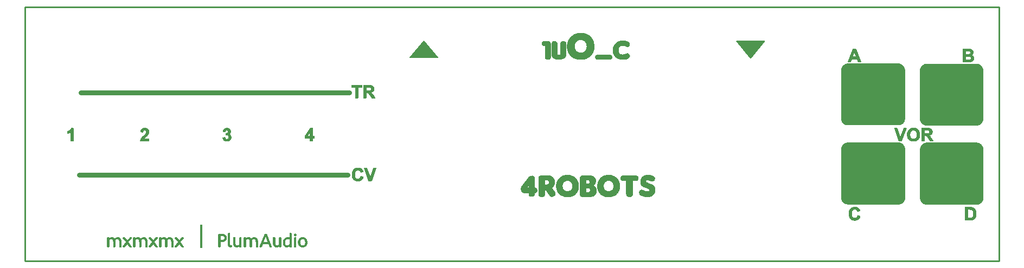
<source format=gto>
G04 EAGLE Gerber RS-274X export*
G75*
%MOMM*%
%FSLAX34Y34*%
%LPD*%
%INSilkscreen Top*%
%IPPOS*%
%AMOC8*
5,1,8,0,0,1.08239X$1,22.5*%
G01*
%ADD10C,0.750000*%
%ADD11C,0.254000*%

G36*
X1363141Y88148D02*
X1363141Y88148D01*
X1363149Y88147D01*
X1363713Y88163D01*
X1363725Y88165D01*
X1363740Y88164D01*
X1364303Y88211D01*
X1364315Y88214D01*
X1364331Y88214D01*
X1364889Y88292D01*
X1364901Y88296D01*
X1364917Y88297D01*
X1365471Y88406D01*
X1365482Y88411D01*
X1365498Y88412D01*
X1366045Y88553D01*
X1366056Y88558D01*
X1366072Y88560D01*
X1366609Y88731D01*
X1366621Y88738D01*
X1366636Y88741D01*
X1367163Y88943D01*
X1367174Y88949D01*
X1367189Y88953D01*
X1367704Y89184D01*
X1367715Y89192D01*
X1367730Y89197D01*
X1368231Y89457D01*
X1368241Y89465D01*
X1368255Y89470D01*
X1368741Y89758D01*
X1368750Y89767D01*
X1368764Y89773D01*
X1369233Y90088D01*
X1369242Y90097D01*
X1369256Y90105D01*
X1369705Y90445D01*
X1369714Y90455D01*
X1369727Y90463D01*
X1370157Y90829D01*
X1370165Y90839D01*
X1370178Y90848D01*
X1370586Y91237D01*
X1370594Y91247D01*
X1370606Y91257D01*
X1370992Y91669D01*
X1370999Y91679D01*
X1371011Y91690D01*
X1371373Y92122D01*
X1371379Y92134D01*
X1371390Y92145D01*
X1371727Y92597D01*
X1371733Y92609D01*
X1371743Y92620D01*
X1372054Y93091D01*
X1372059Y93103D01*
X1372069Y93115D01*
X1372353Y93603D01*
X1372357Y93615D01*
X1372367Y93628D01*
X1372622Y94131D01*
X1372625Y94143D01*
X1372634Y94156D01*
X1372861Y94673D01*
X1372864Y94686D01*
X1372872Y94699D01*
X1373069Y95228D01*
X1373071Y95241D01*
X1373078Y95255D01*
X1373244Y95794D01*
X1373246Y95807D01*
X1373252Y95821D01*
X1373388Y96369D01*
X1373388Y96382D01*
X1373394Y96396D01*
X1373498Y96951D01*
X1373498Y96964D01*
X1373503Y96978D01*
X1373576Y97538D01*
X1373575Y97551D01*
X1373579Y97566D01*
X1373621Y98128D01*
X1373619Y98141D01*
X1373622Y98156D01*
X1373634Y98720D01*
X1373633Y98724D01*
X1373634Y98730D01*
X1373630Y174913D01*
X1373628Y174925D01*
X1373629Y174940D01*
X1373599Y175503D01*
X1373596Y175515D01*
X1373597Y175531D01*
X1373536Y176092D01*
X1373532Y176104D01*
X1373532Y176120D01*
X1373439Y176676D01*
X1373434Y176688D01*
X1373433Y176703D01*
X1373309Y177254D01*
X1373304Y177266D01*
X1373302Y177282D01*
X1373147Y177824D01*
X1373141Y177835D01*
X1373139Y177851D01*
X1372953Y178384D01*
X1372947Y178395D01*
X1372943Y178411D01*
X1372727Y178932D01*
X1372720Y178943D01*
X1372716Y178958D01*
X1372471Y179466D01*
X1372463Y179476D01*
X1372458Y179491D01*
X1372185Y179985D01*
X1372176Y179995D01*
X1372170Y180009D01*
X1371869Y180487D01*
X1371861Y180496D01*
X1371854Y180510D01*
X1371527Y180970D01*
X1371517Y180978D01*
X1371509Y180992D01*
X1371157Y181433D01*
X1371147Y181441D01*
X1371139Y181454D01*
X1370762Y181874D01*
X1370751Y181882D01*
X1370742Y181894D01*
X1370342Y182292D01*
X1370331Y182299D01*
X1370322Y182311D01*
X1369900Y182686D01*
X1369889Y182692D01*
X1369878Y182704D01*
X1369436Y183055D01*
X1369425Y183060D01*
X1369413Y183072D01*
X1368952Y183396D01*
X1368940Y183401D01*
X1368928Y183412D01*
X1368449Y183710D01*
X1368437Y183714D01*
X1368425Y183724D01*
X1367930Y183995D01*
X1367918Y183999D01*
X1367904Y184008D01*
X1367395Y184250D01*
X1367382Y184253D01*
X1367369Y184261D01*
X1366846Y184474D01*
X1366834Y184476D01*
X1366820Y184484D01*
X1366286Y184667D01*
X1366273Y184668D01*
X1366259Y184675D01*
X1365715Y184827D01*
X1365703Y184828D01*
X1365688Y184834D01*
X1365137Y184955D01*
X1365124Y184955D01*
X1365109Y184960D01*
X1364552Y185050D01*
X1364540Y185050D01*
X1364525Y185054D01*
X1363963Y185112D01*
X1363951Y185111D01*
X1363935Y185115D01*
X1363372Y185142D01*
X1363361Y185140D01*
X1363348Y185142D01*
X1284343Y185145D01*
X1284337Y185143D01*
X1284329Y185144D01*
X1283765Y185129D01*
X1283753Y185126D01*
X1283738Y185127D01*
X1283176Y185081D01*
X1283163Y185077D01*
X1283148Y185077D01*
X1282589Y184999D01*
X1282577Y184995D01*
X1282561Y184995D01*
X1282008Y184885D01*
X1281996Y184881D01*
X1281980Y184879D01*
X1281434Y184739D01*
X1281422Y184733D01*
X1281407Y184731D01*
X1280869Y184560D01*
X1280858Y184554D01*
X1280842Y184550D01*
X1280315Y184349D01*
X1280304Y184342D01*
X1280289Y184338D01*
X1279774Y184107D01*
X1279764Y184099D01*
X1279748Y184095D01*
X1279248Y183835D01*
X1279238Y183827D01*
X1279223Y183821D01*
X1278738Y183533D01*
X1278728Y183524D01*
X1278714Y183518D01*
X1278246Y183203D01*
X1278237Y183194D01*
X1278223Y183187D01*
X1277773Y182846D01*
X1277765Y182836D01*
X1277751Y182828D01*
X1277321Y182463D01*
X1277313Y182452D01*
X1277300Y182444D01*
X1276892Y182054D01*
X1276885Y182044D01*
X1276872Y182034D01*
X1276486Y181623D01*
X1276480Y181612D01*
X1276468Y181602D01*
X1276106Y181169D01*
X1276099Y181158D01*
X1276088Y181147D01*
X1275751Y180694D01*
X1275746Y180683D01*
X1275735Y180671D01*
X1275424Y180200D01*
X1275419Y180189D01*
X1275409Y180176D01*
X1275125Y179689D01*
X1275121Y179676D01*
X1275112Y179664D01*
X1274856Y179160D01*
X1274853Y179148D01*
X1274844Y179135D01*
X1274617Y178619D01*
X1274615Y178606D01*
X1274607Y178592D01*
X1274410Y178063D01*
X1274408Y178050D01*
X1274401Y178036D01*
X1274234Y177497D01*
X1274233Y177485D01*
X1274226Y177470D01*
X1274091Y176922D01*
X1274090Y176910D01*
X1274085Y176895D01*
X1273980Y176340D01*
X1273980Y176328D01*
X1273975Y176313D01*
X1273902Y175753D01*
X1273903Y175741D01*
X1273899Y175726D01*
X1273857Y175163D01*
X1273859Y175151D01*
X1273856Y175136D01*
X1273845Y174572D01*
X1273845Y174567D01*
X1273845Y174562D01*
X1273848Y98378D01*
X1273851Y98366D01*
X1273849Y98351D01*
X1273879Y97788D01*
X1273882Y97776D01*
X1273881Y97761D01*
X1273943Y97200D01*
X1273947Y97188D01*
X1273947Y97172D01*
X1274040Y96615D01*
X1274044Y96603D01*
X1274045Y96588D01*
X1274169Y96037D01*
X1274174Y96026D01*
X1274176Y96010D01*
X1274331Y95467D01*
X1274337Y95456D01*
X1274340Y95440D01*
X1274525Y94907D01*
X1274532Y94896D01*
X1274535Y94881D01*
X1274751Y94359D01*
X1274758Y94349D01*
X1274763Y94334D01*
X1275007Y93825D01*
X1275015Y93815D01*
X1275020Y93800D01*
X1275293Y93307D01*
X1275302Y93297D01*
X1275308Y93282D01*
X1275609Y92805D01*
X1275618Y92795D01*
X1275624Y92781D01*
X1275952Y92322D01*
X1275961Y92313D01*
X1275969Y92299D01*
X1276321Y91859D01*
X1276331Y91851D01*
X1276340Y91837D01*
X1276717Y91417D01*
X1276727Y91410D01*
X1276736Y91397D01*
X1277136Y90999D01*
X1277147Y90992D01*
X1277157Y90980D01*
X1277579Y90605D01*
X1277590Y90599D01*
X1277600Y90587D01*
X1278042Y90237D01*
X1278054Y90231D01*
X1278065Y90220D01*
X1278526Y89895D01*
X1278538Y89890D01*
X1278550Y89880D01*
X1279029Y89581D01*
X1279041Y89577D01*
X1279053Y89567D01*
X1279548Y89296D01*
X1279561Y89293D01*
X1279574Y89283D01*
X1280083Y89042D01*
X1280096Y89038D01*
X1280109Y89030D01*
X1280632Y88817D01*
X1280645Y88815D01*
X1280658Y88808D01*
X1281192Y88625D01*
X1281205Y88623D01*
X1281219Y88616D01*
X1281763Y88464D01*
X1281775Y88463D01*
X1281790Y88457D01*
X1282341Y88336D01*
X1282354Y88336D01*
X1282369Y88331D01*
X1282926Y88241D01*
X1282939Y88242D01*
X1282954Y88238D01*
X1283515Y88179D01*
X1283527Y88180D01*
X1283543Y88177D01*
X1284106Y88150D01*
X1284117Y88151D01*
X1284130Y88149D01*
X1363135Y88147D01*
X1363141Y88148D01*
G37*
G36*
X1363276Y211851D02*
X1363276Y211851D01*
X1363288Y211853D01*
X1363304Y211852D01*
X1363867Y211883D01*
X1363879Y211886D01*
X1363895Y211885D01*
X1364456Y211947D01*
X1364468Y211951D01*
X1364484Y211951D01*
X1365040Y212045D01*
X1365052Y212050D01*
X1365068Y212051D01*
X1365618Y212175D01*
X1365630Y212181D01*
X1365646Y212182D01*
X1366188Y212339D01*
X1366199Y212344D01*
X1366215Y212347D01*
X1366747Y212534D01*
X1366758Y212540D01*
X1366774Y212544D01*
X1367295Y212760D01*
X1367306Y212767D01*
X1367321Y212772D01*
X1367829Y213018D01*
X1367839Y213025D01*
X1367854Y213031D01*
X1368347Y213305D01*
X1368357Y213313D01*
X1368372Y213319D01*
X1368849Y213621D01*
X1368858Y213630D01*
X1368872Y213636D01*
X1369331Y213965D01*
X1369340Y213974D01*
X1369354Y213982D01*
X1369794Y214335D01*
X1369802Y214345D01*
X1369815Y214353D01*
X1370235Y214731D01*
X1370242Y214741D01*
X1370255Y214751D01*
X1370652Y215151D01*
X1370659Y215162D01*
X1370672Y215172D01*
X1371046Y215595D01*
X1371052Y215606D01*
X1371063Y215616D01*
X1371413Y216059D01*
X1371419Y216070D01*
X1371430Y216082D01*
X1371754Y216544D01*
X1371759Y216556D01*
X1371770Y216567D01*
X1372067Y217047D01*
X1372072Y217059D01*
X1372081Y217071D01*
X1372351Y217567D01*
X1372355Y217579D01*
X1372364Y217592D01*
X1372605Y218102D01*
X1372608Y218115D01*
X1372617Y218128D01*
X1372828Y218651D01*
X1372829Y218654D01*
X1372831Y218657D01*
X1372832Y218667D01*
X1372838Y218678D01*
X1373020Y219212D01*
X1373022Y219225D01*
X1373029Y219240D01*
X1373180Y219783D01*
X1373181Y219796D01*
X1373186Y219811D01*
X1373307Y220362D01*
X1373307Y220375D01*
X1373312Y220390D01*
X1373401Y220947D01*
X1373400Y220960D01*
X1373404Y220975D01*
X1373462Y221536D01*
X1373461Y221549D01*
X1373464Y221564D01*
X1373490Y222128D01*
X1373488Y222138D01*
X1373491Y222151D01*
X1373490Y298348D01*
X1373487Y298360D01*
X1373489Y298374D01*
X1373459Y298938D01*
X1373456Y298950D01*
X1373457Y298965D01*
X1373397Y299527D01*
X1373393Y299539D01*
X1373393Y299554D01*
X1373301Y300111D01*
X1373297Y300123D01*
X1373296Y300139D01*
X1373173Y300689D01*
X1373167Y300701D01*
X1373166Y300717D01*
X1373011Y301260D01*
X1373006Y301271D01*
X1373003Y301287D01*
X1372818Y301820D01*
X1372812Y301831D01*
X1372808Y301847D01*
X1372593Y302369D01*
X1372586Y302379D01*
X1372582Y302394D01*
X1372338Y302903D01*
X1372330Y302913D01*
X1372328Y302919D01*
X1372328Y302920D01*
X1372327Y302921D01*
X1372325Y302928D01*
X1372053Y303423D01*
X1372044Y303432D01*
X1372038Y303447D01*
X1371738Y303925D01*
X1371729Y303934D01*
X1371722Y303948D01*
X1371396Y304409D01*
X1371387Y304417D01*
X1371379Y304431D01*
X1371027Y304872D01*
X1371017Y304881D01*
X1371009Y304894D01*
X1370632Y305314D01*
X1370622Y305322D01*
X1370613Y305335D01*
X1370213Y305733D01*
X1370203Y305740D01*
X1370193Y305753D01*
X1369772Y306128D01*
X1369761Y306135D01*
X1369750Y306146D01*
X1369308Y306497D01*
X1369297Y306503D01*
X1369286Y306514D01*
X1368825Y306840D01*
X1368813Y306845D01*
X1368801Y306856D01*
X1368322Y307155D01*
X1368311Y307159D01*
X1368298Y307169D01*
X1367803Y307440D01*
X1367791Y307444D01*
X1367778Y307453D01*
X1367269Y307696D01*
X1367256Y307699D01*
X1367243Y307707D01*
X1366720Y307921D01*
X1366708Y307924D01*
X1366694Y307931D01*
X1366160Y308115D01*
X1366147Y308116D01*
X1366133Y308123D01*
X1365590Y308276D01*
X1365577Y308277D01*
X1365563Y308283D01*
X1365012Y308405D01*
X1364999Y308405D01*
X1364984Y308410D01*
X1364427Y308501D01*
X1364414Y308500D01*
X1364399Y308505D01*
X1363838Y308564D01*
X1363825Y308563D01*
X1363810Y308566D01*
X1363246Y308594D01*
X1363235Y308592D01*
X1363222Y308595D01*
X1284202Y308597D01*
X1284196Y308596D01*
X1284188Y308597D01*
X1283624Y308582D01*
X1283612Y308579D01*
X1283597Y308580D01*
X1283034Y308533D01*
X1283022Y308530D01*
X1283006Y308530D01*
X1282447Y308452D01*
X1282435Y308448D01*
X1282420Y308448D01*
X1281866Y308338D01*
X1281854Y308333D01*
X1281839Y308332D01*
X1281292Y308191D01*
X1281281Y308186D01*
X1281265Y308184D01*
X1280727Y308013D01*
X1280716Y308006D01*
X1280700Y308003D01*
X1280173Y307801D01*
X1280162Y307795D01*
X1280147Y307791D01*
X1279632Y307559D01*
X1279622Y307552D01*
X1279607Y307547D01*
X1279106Y307287D01*
X1279096Y307279D01*
X1279081Y307273D01*
X1278596Y306985D01*
X1278586Y306977D01*
X1278572Y306970D01*
X1278104Y306655D01*
X1278095Y306646D01*
X1278081Y306639D01*
X1277631Y306298D01*
X1277622Y306288D01*
X1277609Y306280D01*
X1277179Y305914D01*
X1277171Y305904D01*
X1277158Y305896D01*
X1276750Y305506D01*
X1276742Y305496D01*
X1276730Y305486D01*
X1276344Y305074D01*
X1276337Y305064D01*
X1276325Y305053D01*
X1275963Y304620D01*
X1275957Y304609D01*
X1275946Y304598D01*
X1275609Y304145D01*
X1275604Y304134D01*
X1275593Y304123D01*
X1275282Y303652D01*
X1275277Y303640D01*
X1275267Y303627D01*
X1274983Y303140D01*
X1274979Y303127D01*
X1274970Y303115D01*
X1274714Y302611D01*
X1274711Y302599D01*
X1274702Y302586D01*
X1274475Y302069D01*
X1274473Y302057D01*
X1274465Y302043D01*
X1274268Y301514D01*
X1274266Y301501D01*
X1274259Y301487D01*
X1274092Y300948D01*
X1274091Y300935D01*
X1274085Y300921D01*
X1273949Y300373D01*
X1273948Y300360D01*
X1273943Y300345D01*
X1273838Y299791D01*
X1273839Y299778D01*
X1273834Y299763D01*
X1273761Y299203D01*
X1273762Y299191D01*
X1273758Y299176D01*
X1273716Y298613D01*
X1273718Y298601D01*
X1273715Y298586D01*
X1273704Y298021D01*
X1273704Y298017D01*
X1273703Y298012D01*
X1273703Y222378D01*
X1273705Y222373D01*
X1273704Y222366D01*
X1273717Y221802D01*
X1273720Y221790D01*
X1273719Y221774D01*
X1273764Y221212D01*
X1273767Y221200D01*
X1273767Y221184D01*
X1273843Y220625D01*
X1273847Y220613D01*
X1273847Y220597D01*
X1273955Y220043D01*
X1273960Y220031D01*
X1273961Y220016D01*
X1274100Y219469D01*
X1274106Y219457D01*
X1274108Y219441D01*
X1274277Y218903D01*
X1274284Y218892D01*
X1274287Y218876D01*
X1274486Y218349D01*
X1274493Y218338D01*
X1274497Y218322D01*
X1274727Y217807D01*
X1274734Y217796D01*
X1274739Y217781D01*
X1274997Y217279D01*
X1275005Y217269D01*
X1275011Y217255D01*
X1275297Y216768D01*
X1275306Y216759D01*
X1275312Y216745D01*
X1275625Y216275D01*
X1275635Y216266D01*
X1275642Y216252D01*
X1275982Y215801D01*
X1275991Y215793D01*
X1275999Y215779D01*
X1276363Y215348D01*
X1276373Y215340D01*
X1276382Y215327D01*
X1276770Y214918D01*
X1276781Y214910D01*
X1276790Y214898D01*
X1277201Y214510D01*
X1277212Y214504D01*
X1277222Y214492D01*
X1277654Y214128D01*
X1277665Y214122D01*
X1277676Y214111D01*
X1278127Y213772D01*
X1278139Y213767D01*
X1278150Y213756D01*
X1278620Y213444D01*
X1278632Y213439D01*
X1278644Y213429D01*
X1279131Y213143D01*
X1279143Y213139D01*
X1279156Y213130D01*
X1279658Y212873D01*
X1279671Y212869D01*
X1279684Y212860D01*
X1280200Y212632D01*
X1280212Y212629D01*
X1280226Y212621D01*
X1280754Y212423D01*
X1280767Y212421D01*
X1280781Y212413D01*
X1281320Y212245D01*
X1281333Y212244D01*
X1281347Y212237D01*
X1281895Y212100D01*
X1281907Y212099D01*
X1281922Y212094D01*
X1282476Y211987D01*
X1282489Y211987D01*
X1282504Y211983D01*
X1283063Y211908D01*
X1283076Y211909D01*
X1283091Y211905D01*
X1283654Y211861D01*
X1283666Y211863D01*
X1283681Y211860D01*
X1284245Y211847D01*
X1284250Y211848D01*
X1284257Y211847D01*
X1363276Y211851D01*
G37*
G36*
X1485598Y87868D02*
X1485598Y87868D01*
X1485611Y87871D01*
X1485626Y87869D01*
X1486189Y87900D01*
X1486201Y87903D01*
X1486217Y87902D01*
X1486777Y87964D01*
X1486790Y87968D01*
X1486805Y87968D01*
X1487362Y88062D01*
X1487373Y88067D01*
X1487389Y88068D01*
X1487939Y88192D01*
X1487951Y88198D01*
X1487967Y88199D01*
X1488509Y88355D01*
X1488520Y88361D01*
X1488536Y88364D01*
X1489068Y88550D01*
X1489079Y88557D01*
X1489095Y88560D01*
X1489616Y88777D01*
X1489626Y88784D01*
X1489642Y88788D01*
X1490149Y89034D01*
X1490160Y89041D01*
X1490174Y89047D01*
X1490668Y89321D01*
X1490678Y89329D01*
X1490692Y89335D01*
X1491169Y89636D01*
X1491178Y89645D01*
X1491192Y89652D01*
X1491652Y89980D01*
X1491660Y89990D01*
X1491674Y89997D01*
X1492114Y90350D01*
X1492122Y90360D01*
X1492135Y90369D01*
X1492554Y90746D01*
X1492562Y90756D01*
X1492575Y90766D01*
X1492972Y91166D01*
X1492979Y91177D01*
X1492991Y91187D01*
X1493365Y91609D01*
X1493372Y91620D01*
X1493383Y91630D01*
X1493733Y92073D01*
X1493739Y92085D01*
X1493750Y92096D01*
X1494074Y92557D01*
X1494079Y92569D01*
X1494089Y92581D01*
X1494387Y93060D01*
X1494392Y93072D01*
X1494401Y93085D01*
X1494671Y93580D01*
X1494675Y93592D01*
X1494684Y93605D01*
X1494925Y94115D01*
X1494928Y94128D01*
X1494937Y94141D01*
X1495149Y94664D01*
X1495150Y94670D01*
X1495152Y94674D01*
X1495154Y94682D01*
X1495158Y94690D01*
X1495341Y95224D01*
X1495342Y95237D01*
X1495349Y95252D01*
X1495500Y95795D01*
X1495501Y95808D01*
X1495507Y95822D01*
X1495628Y96374D01*
X1495628Y96386D01*
X1495633Y96401D01*
X1495722Y96958D01*
X1495721Y96971D01*
X1495726Y96986D01*
X1495784Y97547D01*
X1495782Y97560D01*
X1495786Y97575D01*
X1495812Y98139D01*
X1495810Y98149D01*
X1495813Y98162D01*
X1495815Y174330D01*
X1495814Y174336D01*
X1495814Y174342D01*
X1495801Y174906D01*
X1495798Y174918D01*
X1495799Y174934D01*
X1495754Y175496D01*
X1495751Y175508D01*
X1495751Y175523D01*
X1495676Y176082D01*
X1495671Y176095D01*
X1495671Y176111D01*
X1495563Y176664D01*
X1495558Y176676D01*
X1495557Y176691D01*
X1495419Y177238D01*
X1495413Y177250D01*
X1495411Y177266D01*
X1495241Y177804D01*
X1495235Y177815D01*
X1495232Y177831D01*
X1495033Y178358D01*
X1495026Y178369D01*
X1495022Y178384D01*
X1494793Y178900D01*
X1494785Y178910D01*
X1494780Y178926D01*
X1494522Y179427D01*
X1494515Y179436D01*
X1494515Y179437D01*
X1494514Y179438D01*
X1494509Y179452D01*
X1494222Y179938D01*
X1494214Y179948D01*
X1494207Y179962D01*
X1493894Y180431D01*
X1493885Y180440D01*
X1493878Y180454D01*
X1493538Y180905D01*
X1493529Y180914D01*
X1493521Y180927D01*
X1493157Y181358D01*
X1493147Y181366D01*
X1493138Y181379D01*
X1492751Y181789D01*
X1492740Y181796D01*
X1492731Y181809D01*
X1492320Y182196D01*
X1492309Y182202D01*
X1492299Y182214D01*
X1491868Y182578D01*
X1491857Y182584D01*
X1491846Y182595D01*
X1491394Y182934D01*
X1491383Y182939D01*
X1491371Y182950D01*
X1490902Y183263D01*
X1490890Y183268D01*
X1490878Y183278D01*
X1490391Y183563D01*
X1490379Y183567D01*
X1490366Y183577D01*
X1489865Y183834D01*
X1489852Y183838D01*
X1489839Y183846D01*
X1489323Y184075D01*
X1489311Y184078D01*
X1489297Y184086D01*
X1488769Y184285D01*
X1488756Y184287D01*
X1488742Y184294D01*
X1488204Y184462D01*
X1488191Y184464D01*
X1488176Y184470D01*
X1487629Y184608D01*
X1487617Y184608D01*
X1487602Y184614D01*
X1487048Y184721D01*
X1487035Y184720D01*
X1487020Y184725D01*
X1486461Y184800D01*
X1486448Y184799D01*
X1486434Y184803D01*
X1485871Y184847D01*
X1485859Y184846D01*
X1485844Y184849D01*
X1485280Y184862D01*
X1485274Y184861D01*
X1485268Y184862D01*
X1407407Y184862D01*
X1407401Y184861D01*
X1407393Y184862D01*
X1406829Y184846D01*
X1406817Y184843D01*
X1406802Y184844D01*
X1406240Y184798D01*
X1406228Y184794D01*
X1406212Y184795D01*
X1405653Y184717D01*
X1405642Y184713D01*
X1405626Y184712D01*
X1405072Y184603D01*
X1405061Y184598D01*
X1405045Y184597D01*
X1404498Y184456D01*
X1404487Y184451D01*
X1404471Y184448D01*
X1403934Y184277D01*
X1403922Y184271D01*
X1403907Y184268D01*
X1403380Y184066D01*
X1403369Y184060D01*
X1403354Y184056D01*
X1402839Y183825D01*
X1402829Y183817D01*
X1402814Y183812D01*
X1402313Y183552D01*
X1402303Y183544D01*
X1402288Y183539D01*
X1401803Y183251D01*
X1401794Y183242D01*
X1401779Y183236D01*
X1401311Y182921D01*
X1401302Y182912D01*
X1401288Y182905D01*
X1400838Y182564D01*
X1400830Y182554D01*
X1400816Y182546D01*
X1400387Y182181D01*
X1400379Y182171D01*
X1400366Y182162D01*
X1399957Y181773D01*
X1399950Y181762D01*
X1399938Y181753D01*
X1399552Y181342D01*
X1399545Y181331D01*
X1399533Y181320D01*
X1399171Y180888D01*
X1399165Y180876D01*
X1399153Y180865D01*
X1398816Y180413D01*
X1398811Y180402D01*
X1398800Y180390D01*
X1398489Y179920D01*
X1398485Y179908D01*
X1398474Y179895D01*
X1398191Y179408D01*
X1398186Y179396D01*
X1398177Y179383D01*
X1397921Y178880D01*
X1397918Y178868D01*
X1397909Y178855D01*
X1397683Y178338D01*
X1397680Y178325D01*
X1397672Y178312D01*
X1397475Y177783D01*
X1397473Y177770D01*
X1397466Y177756D01*
X1397299Y177217D01*
X1397298Y177205D01*
X1397291Y177190D01*
X1397155Y176643D01*
X1397155Y176630D01*
X1397149Y176615D01*
X1397045Y176061D01*
X1397045Y176048D01*
X1397040Y176033D01*
X1396967Y175474D01*
X1396968Y175461D01*
X1396964Y175446D01*
X1396922Y174883D01*
X1396923Y174871D01*
X1396920Y174856D01*
X1396909Y174292D01*
X1396910Y174288D01*
X1396909Y174282D01*
X1396912Y98114D01*
X1396914Y98102D01*
X1396913Y98088D01*
X1396942Y97524D01*
X1396945Y97512D01*
X1396944Y97497D01*
X1397005Y96936D01*
X1397008Y96924D01*
X1397008Y96908D01*
X1397100Y96352D01*
X1397105Y96340D01*
X1397105Y96324D01*
X1397229Y95774D01*
X1397234Y95762D01*
X1397235Y95746D01*
X1397390Y95203D01*
X1397395Y95192D01*
X1397398Y95177D01*
X1397582Y94644D01*
X1397589Y94632D01*
X1397592Y94617D01*
X1397807Y94095D01*
X1397814Y94084D01*
X1397819Y94069D01*
X1398062Y93560D01*
X1398070Y93550D01*
X1398075Y93535D01*
X1398347Y93041D01*
X1398356Y93031D01*
X1398362Y93017D01*
X1398662Y92539D01*
X1398671Y92530D01*
X1398677Y92516D01*
X1399004Y92055D01*
X1399013Y92047D01*
X1399021Y92033D01*
X1399372Y91592D01*
X1399382Y91583D01*
X1399391Y91570D01*
X1399767Y91150D01*
X1399777Y91142D01*
X1399786Y91129D01*
X1400185Y90731D01*
X1400196Y90724D01*
X1400206Y90711D01*
X1400627Y90336D01*
X1400638Y90330D01*
X1400648Y90318D01*
X1401090Y89967D01*
X1401101Y89961D01*
X1401112Y89950D01*
X1401573Y89624D01*
X1401585Y89619D01*
X1401597Y89609D01*
X1402075Y89309D01*
X1402087Y89305D01*
X1402099Y89295D01*
X1402594Y89024D01*
X1402606Y89020D01*
X1402619Y89011D01*
X1403128Y88768D01*
X1403140Y88765D01*
X1403154Y88756D01*
X1403676Y88542D01*
X1403689Y88540D01*
X1403703Y88532D01*
X1404236Y88349D01*
X1404249Y88347D01*
X1404263Y88340D01*
X1404806Y88187D01*
X1404819Y88186D01*
X1404833Y88180D01*
X1405384Y88058D01*
X1405397Y88058D01*
X1405412Y88052D01*
X1405968Y87961D01*
X1405981Y87962D01*
X1405996Y87958D01*
X1406557Y87898D01*
X1406570Y87899D01*
X1406585Y87896D01*
X1407148Y87867D01*
X1407158Y87869D01*
X1407171Y87867D01*
X1407735Y87864D01*
X1407736Y87864D01*
X1407737Y87864D01*
X1485598Y87868D01*
G37*
G36*
X1485181Y211530D02*
X1485181Y211530D01*
X1485189Y211529D01*
X1485753Y211545D01*
X1485765Y211548D01*
X1485780Y211546D01*
X1486343Y211593D01*
X1486355Y211597D01*
X1486370Y211596D01*
X1486929Y211674D01*
X1486941Y211678D01*
X1486957Y211679D01*
X1487510Y211788D01*
X1487522Y211793D01*
X1487538Y211794D01*
X1488084Y211935D01*
X1488096Y211940D01*
X1488111Y211943D01*
X1488649Y212114D01*
X1488660Y212120D01*
X1488676Y212123D01*
X1489203Y212325D01*
X1489214Y212332D01*
X1489229Y212336D01*
X1489744Y212567D01*
X1489754Y212574D01*
X1489769Y212579D01*
X1490270Y212839D01*
X1490280Y212847D01*
X1490295Y212853D01*
X1490780Y213141D01*
X1490790Y213149D01*
X1490804Y213156D01*
X1491272Y213471D01*
X1491281Y213480D01*
X1491295Y213487D01*
X1491745Y213828D01*
X1491753Y213837D01*
X1491767Y213845D01*
X1492197Y214211D01*
X1492205Y214221D01*
X1492218Y214230D01*
X1492626Y214619D01*
X1492633Y214630D01*
X1492646Y214639D01*
X1493032Y215051D01*
X1493038Y215062D01*
X1493050Y215072D01*
X1493412Y215505D01*
X1493418Y215516D01*
X1493430Y215527D01*
X1493767Y215979D01*
X1493772Y215991D01*
X1493783Y216002D01*
X1494094Y216473D01*
X1494099Y216485D01*
X1494109Y216497D01*
X1494393Y216985D01*
X1494397Y216997D01*
X1494406Y217010D01*
X1494662Y217513D01*
X1494665Y217525D01*
X1494674Y217538D01*
X1494901Y218055D01*
X1494903Y218068D01*
X1494911Y218082D01*
X1495108Y218610D01*
X1495110Y218623D01*
X1495117Y218637D01*
X1495284Y219176D01*
X1495285Y219189D01*
X1495292Y219203D01*
X1495427Y219751D01*
X1495428Y219764D01*
X1495433Y219778D01*
X1495538Y220333D01*
X1495538Y220346D01*
X1495543Y220361D01*
X1495616Y220920D01*
X1495615Y220933D01*
X1495619Y220948D01*
X1495661Y221511D01*
X1495659Y221523D01*
X1495662Y221538D01*
X1495673Y222102D01*
X1495672Y222106D01*
X1495673Y222112D01*
X1495673Y297730D01*
X1495672Y297735D01*
X1495673Y297741D01*
X1495661Y298305D01*
X1495658Y298318D01*
X1495659Y298333D01*
X1495615Y298896D01*
X1495612Y298908D01*
X1495612Y298923D01*
X1495537Y299482D01*
X1495533Y299494D01*
X1495533Y299510D01*
X1495426Y300064D01*
X1495421Y300076D01*
X1495420Y300091D01*
X1495283Y300639D01*
X1495277Y300651D01*
X1495275Y300667D01*
X1495106Y301205D01*
X1495100Y301216D01*
X1495097Y301231D01*
X1494898Y301759D01*
X1494891Y301770D01*
X1494887Y301786D01*
X1494659Y302302D01*
X1494651Y302312D01*
X1494647Y302327D01*
X1494389Y302830D01*
X1494381Y302839D01*
X1494376Y302854D01*
X1494090Y303341D01*
X1494082Y303351D01*
X1494075Y303365D01*
X1493763Y303835D01*
X1493754Y303844D01*
X1493747Y303858D01*
X1493408Y304309D01*
X1493398Y304318D01*
X1493390Y304331D01*
X1493027Y304763D01*
X1493017Y304771D01*
X1493008Y304784D01*
X1492621Y305194D01*
X1492611Y305202D01*
X1492601Y305214D01*
X1492191Y305602D01*
X1492181Y305609D01*
X1492170Y305621D01*
X1491739Y305985D01*
X1491728Y305991D01*
X1491718Y306003D01*
X1491267Y306342D01*
X1491255Y306347D01*
X1491244Y306358D01*
X1490774Y306672D01*
X1490763Y306676D01*
X1490751Y306687D01*
X1490264Y306973D01*
X1490252Y306977D01*
X1490240Y306986D01*
X1489738Y307245D01*
X1489726Y307248D01*
X1489712Y307257D01*
X1489197Y307486D01*
X1489184Y307489D01*
X1489171Y307497D01*
X1488643Y307697D01*
X1488630Y307699D01*
X1488616Y307706D01*
X1488078Y307876D01*
X1488065Y307877D01*
X1488050Y307883D01*
X1487504Y308022D01*
X1487491Y308022D01*
X1487476Y308028D01*
X1486923Y308136D01*
X1486910Y308136D01*
X1486894Y308140D01*
X1486335Y308216D01*
X1486323Y308215D01*
X1486308Y308219D01*
X1485745Y308264D01*
X1485733Y308263D01*
X1485718Y308266D01*
X1485154Y308279D01*
X1485148Y308278D01*
X1485142Y308279D01*
X1407266Y308279D01*
X1407260Y308278D01*
X1407252Y308279D01*
X1406688Y308264D01*
X1406676Y308261D01*
X1406661Y308262D01*
X1406099Y308215D01*
X1406086Y308212D01*
X1406071Y308212D01*
X1405512Y308134D01*
X1405500Y308130D01*
X1405484Y308130D01*
X1404931Y308020D01*
X1404919Y308015D01*
X1404903Y308014D01*
X1404357Y307874D01*
X1404345Y307868D01*
X1404330Y307866D01*
X1403792Y307695D01*
X1403781Y307688D01*
X1403765Y307685D01*
X1403238Y307484D01*
X1403227Y307477D01*
X1403212Y307473D01*
X1402697Y307242D01*
X1402687Y307234D01*
X1402671Y307229D01*
X1402171Y306970D01*
X1402161Y306961D01*
X1402146Y306956D01*
X1401661Y306668D01*
X1401651Y306659D01*
X1401637Y306653D01*
X1401169Y306338D01*
X1401160Y306329D01*
X1401146Y306322D01*
X1400696Y305981D01*
X1400688Y305971D01*
X1400674Y305963D01*
X1400244Y305597D01*
X1400236Y305587D01*
X1400223Y305579D01*
X1399815Y305189D01*
X1399808Y305179D01*
X1399795Y305169D01*
X1399409Y304758D01*
X1399403Y304747D01*
X1399391Y304737D01*
X1399029Y304304D01*
X1399023Y304293D01*
X1399011Y304282D01*
X1398674Y303829D01*
X1398669Y303818D01*
X1398658Y303806D01*
X1398347Y303335D01*
X1398342Y303323D01*
X1398332Y303311D01*
X1398048Y302823D01*
X1398044Y302811D01*
X1398035Y302799D01*
X1397779Y302295D01*
X1397776Y302283D01*
X1397767Y302270D01*
X1397540Y301754D01*
X1397538Y301741D01*
X1397530Y301727D01*
X1397333Y301198D01*
X1397331Y301186D01*
X1397324Y301171D01*
X1397157Y300632D01*
X1397156Y300620D01*
X1397149Y300605D01*
X1397014Y300058D01*
X1397013Y300045D01*
X1397008Y300030D01*
X1396903Y299475D01*
X1396903Y299463D01*
X1396899Y299448D01*
X1396825Y298888D01*
X1396826Y298876D01*
X1396822Y298861D01*
X1396780Y298298D01*
X1396782Y298286D01*
X1396779Y298271D01*
X1396768Y297707D01*
X1396769Y297702D01*
X1396768Y297697D01*
X1396768Y222078D01*
X1396769Y222073D01*
X1396768Y222067D01*
X1396781Y221503D01*
X1396781Y221500D01*
X1396781Y221497D01*
X1396783Y221488D01*
X1396782Y221475D01*
X1396826Y220913D01*
X1396830Y220901D01*
X1396829Y220885D01*
X1396904Y220326D01*
X1396908Y220314D01*
X1396909Y220298D01*
X1397015Y219744D01*
X1397020Y219733D01*
X1397021Y219717D01*
X1397159Y219170D01*
X1397164Y219158D01*
X1397166Y219142D01*
X1397335Y218604D01*
X1397341Y218593D01*
X1397344Y218577D01*
X1397543Y218049D01*
X1397550Y218038D01*
X1397554Y218023D01*
X1397782Y217507D01*
X1397790Y217496D01*
X1397794Y217481D01*
X1398052Y216979D01*
X1398060Y216969D01*
X1398065Y216954D01*
X1398350Y216468D01*
X1398359Y216458D01*
X1398366Y216443D01*
X1398678Y215974D01*
X1398687Y215965D01*
X1398694Y215951D01*
X1399033Y215499D01*
X1399042Y215491D01*
X1399050Y215477D01*
X1399414Y215046D01*
X1399424Y215038D01*
X1399433Y215025D01*
X1399820Y214614D01*
X1399830Y214607D01*
X1399840Y214594D01*
X1400250Y214206D01*
X1400260Y214200D01*
X1400271Y214188D01*
X1400702Y213823D01*
X1400713Y213817D01*
X1400723Y213806D01*
X1401174Y213467D01*
X1401186Y213461D01*
X1401197Y213450D01*
X1401667Y213137D01*
X1401678Y213132D01*
X1401691Y213122D01*
X1402177Y212836D01*
X1402189Y212832D01*
X1402201Y212822D01*
X1402703Y212564D01*
X1402715Y212560D01*
X1402729Y212551D01*
X1403244Y212322D01*
X1403257Y212319D01*
X1403271Y212311D01*
X1403798Y212112D01*
X1403811Y212110D01*
X1403825Y212102D01*
X1404363Y211933D01*
X1404376Y211932D01*
X1404390Y211925D01*
X1404937Y211787D01*
X1404950Y211786D01*
X1404965Y211781D01*
X1405519Y211673D01*
X1405531Y211673D01*
X1405547Y211668D01*
X1406106Y211592D01*
X1406118Y211593D01*
X1406133Y211589D01*
X1406696Y211544D01*
X1406708Y211546D01*
X1406723Y211543D01*
X1407287Y211529D01*
X1407293Y211530D01*
X1407299Y211529D01*
X1485175Y211529D01*
X1485181Y211530D01*
G37*
G36*
X867232Y314390D02*
X867232Y314390D01*
X867245Y314388D01*
X867329Y314409D01*
X867340Y314411D01*
X867488Y314390D01*
X868493Y314419D01*
X868502Y314421D01*
X868514Y314420D01*
X869641Y314499D01*
X869651Y314502D01*
X869663Y314501D01*
X870786Y314630D01*
X870796Y314633D01*
X870809Y314633D01*
X871925Y314814D01*
X871935Y314818D01*
X871949Y314819D01*
X873054Y315054D01*
X873065Y315059D01*
X873079Y315060D01*
X874171Y315353D01*
X874182Y315358D01*
X874196Y315360D01*
X875271Y315711D01*
X875279Y315715D01*
X875290Y315717D01*
X875820Y315915D01*
X875828Y315920D01*
X875840Y315922D01*
X876881Y316362D01*
X876891Y316369D01*
X876907Y316373D01*
X877921Y316871D01*
X877929Y316877D01*
X877941Y316881D01*
X878437Y317151D01*
X878444Y317158D01*
X878455Y317162D01*
X879423Y317746D01*
X879430Y317752D01*
X879441Y317757D01*
X879912Y318069D01*
X879919Y318076D01*
X879930Y318082D01*
X880844Y318747D01*
X880852Y318756D01*
X880866Y318763D01*
X881741Y319478D01*
X881749Y319487D01*
X881762Y319496D01*
X882597Y320257D01*
X882605Y320267D01*
X882618Y320277D01*
X883408Y321084D01*
X883415Y321096D01*
X883428Y321106D01*
X884170Y321958D01*
X884176Y321970D01*
X884189Y321981D01*
X884879Y322876D01*
X884883Y322885D01*
X884892Y322895D01*
X885216Y323358D01*
X885219Y323364D01*
X885225Y323370D01*
X885535Y323843D01*
X885538Y323853D01*
X885547Y323863D01*
X886122Y324835D01*
X886126Y324849D01*
X886137Y324863D01*
X886650Y325870D01*
X886653Y325883D01*
X886662Y325897D01*
X887113Y326933D01*
X887115Y326944D01*
X887122Y326955D01*
X887323Y327483D01*
X887325Y327492D01*
X887331Y327503D01*
X887687Y328576D01*
X887689Y328588D01*
X887695Y328603D01*
X887990Y329694D01*
X887991Y329706D01*
X887996Y329720D01*
X888231Y330826D01*
X888231Y330837D01*
X888235Y330851D01*
X888413Y331967D01*
X888413Y331978D01*
X888416Y331991D01*
X888539Y333115D01*
X888538Y333125D01*
X888541Y333137D01*
X888613Y334265D01*
X888611Y334275D01*
X888614Y334287D01*
X888637Y335417D01*
X888636Y335423D01*
X888637Y335431D01*
X888633Y335842D01*
X888632Y335848D01*
X888633Y335855D01*
X888633Y335872D01*
X888593Y336985D01*
X888591Y336994D01*
X888592Y337006D01*
X888504Y338133D01*
X888501Y338143D01*
X888502Y338156D01*
X888361Y339277D01*
X888358Y339288D01*
X888358Y339302D01*
X888163Y340415D01*
X888158Y340426D01*
X888158Y340440D01*
X887904Y341542D01*
X887899Y341553D01*
X887898Y341568D01*
X887585Y342654D01*
X887581Y342663D01*
X887579Y342674D01*
X887400Y343210D01*
X887395Y343219D01*
X887392Y343231D01*
X886986Y344286D01*
X886979Y344297D01*
X886975Y344313D01*
X886507Y345342D01*
X886499Y345353D01*
X886493Y345370D01*
X885963Y346367D01*
X885957Y346375D01*
X885952Y346387D01*
X885664Y346874D01*
X885657Y346882D01*
X885652Y346894D01*
X885031Y347838D01*
X885024Y347845D01*
X885018Y347857D01*
X884687Y348314D01*
X884679Y348321D01*
X884673Y348333D01*
X883968Y349216D01*
X883958Y349225D01*
X883949Y349239D01*
X883194Y350079D01*
X883184Y350087D01*
X883175Y350100D01*
X882374Y350897D01*
X882364Y350903D01*
X882355Y350915D01*
X881513Y351669D01*
X881502Y351675D01*
X881491Y351687D01*
X880607Y352392D01*
X880596Y352398D01*
X880584Y352409D01*
X879661Y353061D01*
X879652Y353065D01*
X879642Y353073D01*
X879167Y353378D01*
X879160Y353381D01*
X879154Y353386D01*
X878669Y353676D01*
X878660Y353680D01*
X878650Y353687D01*
X877656Y354225D01*
X877643Y354229D01*
X877629Y354238D01*
X876605Y354716D01*
X876593Y354719D01*
X876579Y354727D01*
X875529Y355145D01*
X875516Y355147D01*
X875502Y355155D01*
X874430Y355512D01*
X874418Y355513D01*
X874404Y355520D01*
X873314Y355819D01*
X873303Y355819D01*
X873289Y355825D01*
X872185Y356067D01*
X872174Y356067D01*
X872161Y356072D01*
X871046Y356258D01*
X871036Y356258D01*
X871023Y356261D01*
X869901Y356396D01*
X869891Y356395D01*
X869879Y356398D01*
X868753Y356483D01*
X868743Y356482D01*
X868732Y356485D01*
X867602Y356523D01*
X867594Y356522D01*
X867583Y356524D01*
X866453Y356518D01*
X866444Y356517D01*
X866433Y356518D01*
X865304Y356468D01*
X865295Y356466D01*
X865283Y356467D01*
X864157Y356369D01*
X864147Y356367D01*
X864135Y356367D01*
X863015Y356219D01*
X863004Y356216D01*
X862991Y356216D01*
X861879Y356015D01*
X861868Y356011D01*
X861854Y356010D01*
X860754Y355754D01*
X860743Y355749D01*
X860728Y355747D01*
X859643Y355434D01*
X859634Y355430D01*
X859623Y355428D01*
X859087Y355249D01*
X859079Y355244D01*
X859067Y355242D01*
X858011Y354839D01*
X858000Y354832D01*
X857985Y354828D01*
X856954Y354366D01*
X856946Y354360D01*
X856934Y354357D01*
X856429Y354103D01*
X856421Y354097D01*
X856410Y354092D01*
X855423Y353541D01*
X855413Y353532D01*
X855398Y353526D01*
X854446Y352917D01*
X854436Y352908D01*
X854422Y352901D01*
X853507Y352237D01*
X853500Y352230D01*
X853490Y352224D01*
X853047Y351873D01*
X853041Y351865D01*
X853030Y351859D01*
X852177Y351119D01*
X852169Y351109D01*
X852157Y351100D01*
X851344Y350315D01*
X851337Y350305D01*
X851324Y350295D01*
X850557Y349466D01*
X850550Y349455D01*
X850537Y349444D01*
X849819Y348572D01*
X849815Y348562D01*
X849805Y348554D01*
X849467Y348101D01*
X849462Y348092D01*
X849453Y348083D01*
X848818Y347148D01*
X848813Y347135D01*
X848801Y347122D01*
X848225Y346150D01*
X848221Y346137D01*
X848210Y346123D01*
X847695Y345118D01*
X847692Y345108D01*
X847685Y345097D01*
X847450Y344583D01*
X847448Y344573D01*
X847442Y344562D01*
X847020Y343514D01*
X847018Y343504D01*
X847012Y343493D01*
X846825Y342960D01*
X846823Y342950D01*
X846818Y342939D01*
X846490Y341858D01*
X846488Y341845D01*
X846482Y341831D01*
X846214Y340734D01*
X846214Y340722D01*
X846209Y340708D01*
X845999Y339597D01*
X845999Y339586D01*
X845995Y339573D01*
X845841Y338453D01*
X845841Y338442D01*
X845838Y338430D01*
X845736Y337304D01*
X845738Y337294D01*
X845735Y337282D01*
X845683Y336154D01*
X845684Y336144D01*
X845682Y336133D01*
X845677Y335003D01*
X845679Y334994D01*
X845677Y334983D01*
X845718Y333853D01*
X845719Y333846D01*
X845719Y333842D01*
X845720Y333838D01*
X845719Y333831D01*
X845808Y332705D01*
X845811Y332695D01*
X845811Y332682D01*
X845953Y331561D01*
X845956Y331550D01*
X845956Y331536D01*
X846153Y330424D01*
X846157Y330412D01*
X846158Y330398D01*
X846413Y329297D01*
X846418Y329286D01*
X846420Y329270D01*
X846735Y328185D01*
X846741Y328173D01*
X846744Y328158D01*
X847120Y327092D01*
X847126Y327084D01*
X847128Y327072D01*
X847340Y326548D01*
X847346Y326539D01*
X847349Y326527D01*
X847517Y326160D01*
X847746Y325660D01*
X847820Y325500D01*
X847828Y325488D01*
X847833Y325472D01*
X848366Y324475D01*
X848373Y324467D01*
X848377Y324455D01*
X848666Y323970D01*
X848674Y323962D01*
X848679Y323950D01*
X849302Y323007D01*
X849310Y323000D01*
X849315Y322989D01*
X849648Y322532D01*
X849656Y322525D01*
X849662Y322514D01*
X850369Y321632D01*
X850379Y321624D01*
X850388Y321610D01*
X851145Y320771D01*
X851156Y320763D01*
X851165Y320750D01*
X851971Y319957D01*
X851981Y319950D01*
X851991Y319938D01*
X852840Y319191D01*
X852850Y319185D01*
X852861Y319173D01*
X853750Y318476D01*
X853761Y318470D01*
X853773Y318459D01*
X854700Y317813D01*
X854709Y317809D01*
X854718Y317801D01*
X855196Y317499D01*
X855202Y317496D01*
X855208Y317491D01*
X855695Y317203D01*
X855704Y317200D01*
X855713Y317192D01*
X856710Y316659D01*
X856722Y316655D01*
X856736Y316645D01*
X857762Y316171D01*
X857774Y316168D01*
X857788Y316160D01*
X858839Y315745D01*
X858848Y315744D01*
X858859Y315738D01*
X859393Y315553D01*
X859402Y315552D01*
X859412Y315547D01*
X860494Y315221D01*
X860506Y315220D01*
X860520Y315214D01*
X861618Y314946D01*
X861629Y314946D01*
X861643Y314941D01*
X862753Y314730D01*
X862764Y314730D01*
X862777Y314726D01*
X863896Y314568D01*
X863906Y314568D01*
X863918Y314565D01*
X865043Y314459D01*
X865053Y314460D01*
X865065Y314457D01*
X866194Y314399D01*
X866203Y314401D01*
X866214Y314399D01*
X867219Y314388D01*
X867232Y314390D01*
G37*
G36*
X846786Y99511D02*
X846786Y99511D01*
X846800Y99509D01*
X847926Y99549D01*
X847934Y99551D01*
X847945Y99550D01*
X848507Y99592D01*
X848512Y99593D01*
X848520Y99593D01*
X849080Y99648D01*
X849089Y99651D01*
X849101Y99651D01*
X850217Y99809D01*
X850229Y99814D01*
X850246Y99814D01*
X851350Y100038D01*
X851360Y100042D01*
X851372Y100043D01*
X851919Y100179D01*
X851929Y100184D01*
X851942Y100186D01*
X853021Y100512D01*
X853031Y100517D01*
X853044Y100519D01*
X853575Y100708D01*
X853585Y100714D01*
X853599Y100718D01*
X854640Y101150D01*
X854649Y101156D01*
X854663Y101160D01*
X855171Y101403D01*
X855178Y101407D01*
X855187Y101410D01*
X855687Y101670D01*
X855696Y101678D01*
X855710Y101683D01*
X856681Y102255D01*
X856690Y102263D01*
X856703Y102268D01*
X857173Y102579D01*
X857181Y102587D01*
X857194Y102594D01*
X858101Y103263D01*
X858111Y103274D01*
X858127Y103283D01*
X858987Y104011D01*
X858995Y104020D01*
X859006Y104028D01*
X859418Y104413D01*
X859424Y104422D01*
X859436Y104431D01*
X860218Y105242D01*
X860224Y105252D01*
X860236Y105262D01*
X860605Y105688D01*
X860611Y105698D01*
X860622Y105709D01*
X861313Y106599D01*
X861318Y106610D01*
X861329Y106621D01*
X861649Y107084D01*
X861654Y107096D01*
X861665Y107108D01*
X862252Y108069D01*
X862257Y108081D01*
X862266Y108093D01*
X862533Y108590D01*
X862535Y108598D01*
X862541Y108607D01*
X862789Y109113D01*
X862792Y109125D01*
X862801Y109138D01*
X863239Y110176D01*
X863242Y110187D01*
X863249Y110201D01*
X863441Y110731D01*
X863442Y110742D01*
X863449Y110756D01*
X863775Y111834D01*
X863776Y111846D01*
X863781Y111858D01*
X863917Y112405D01*
X863918Y112416D01*
X863922Y112429D01*
X864140Y113535D01*
X864140Y113545D01*
X864144Y113558D01*
X864227Y114115D01*
X864227Y114125D01*
X864230Y114136D01*
X864348Y115257D01*
X864347Y115266D01*
X864350Y115278D01*
X864385Y115840D01*
X864384Y115849D01*
X864386Y115859D01*
X864414Y116986D01*
X864413Y116994D01*
X864414Y116999D01*
X864414Y117004D01*
X864409Y117495D01*
X864409Y117497D01*
X864409Y117498D01*
X864408Y117504D01*
X864409Y117513D01*
X864357Y118639D01*
X864354Y118648D01*
X864355Y118659D01*
X864307Y119220D01*
X864304Y119229D01*
X864304Y119241D01*
X864161Y120359D01*
X864157Y120368D01*
X864157Y120380D01*
X864061Y120936D01*
X864057Y120946D01*
X864056Y120959D01*
X863811Y122059D01*
X863806Y122069D01*
X863805Y122082D01*
X863656Y122625D01*
X863651Y122636D01*
X863648Y122650D01*
X863294Y123720D01*
X863288Y123730D01*
X863285Y123744D01*
X863080Y124269D01*
X863074Y124280D01*
X863070Y124295D01*
X862603Y125320D01*
X862596Y125330D01*
X862591Y125345D01*
X862329Y125844D01*
X862321Y125854D01*
X862316Y125869D01*
X861738Y126836D01*
X861730Y126846D01*
X861723Y126860D01*
X861408Y127327D01*
X861399Y127335D01*
X861392Y127349D01*
X860710Y128246D01*
X860701Y128255D01*
X860693Y128268D01*
X860329Y128697D01*
X860322Y128702D01*
X860317Y128711D01*
X859937Y129127D01*
X859928Y129134D01*
X859920Y129145D01*
X859120Y129939D01*
X859108Y129947D01*
X859097Y129961D01*
X858247Y130701D01*
X858237Y130707D01*
X858228Y130718D01*
X857784Y131066D01*
X857774Y131071D01*
X857763Y131082D01*
X856840Y131729D01*
X856829Y131734D01*
X856818Y131744D01*
X856340Y132042D01*
X856333Y132045D01*
X856325Y132051D01*
X855837Y132333D01*
X855825Y132337D01*
X855813Y132346D01*
X854808Y132855D01*
X854796Y132858D01*
X854784Y132866D01*
X854268Y133093D01*
X854257Y133096D01*
X854244Y133103D01*
X853191Y133504D01*
X853180Y133506D01*
X853167Y133512D01*
X852631Y133686D01*
X852620Y133687D01*
X852608Y133693D01*
X851520Y133987D01*
X851509Y133988D01*
X851497Y133992D01*
X850947Y134114D01*
X850937Y134114D01*
X850925Y134118D01*
X849815Y134311D01*
X849805Y134311D01*
X849793Y134314D01*
X849235Y134387D01*
X849225Y134386D01*
X849215Y134389D01*
X848092Y134490D01*
X848081Y134488D01*
X848067Y134491D01*
X847066Y134530D01*
X847051Y134527D01*
X847036Y134530D01*
X846954Y134511D01*
X846943Y134510D01*
X846793Y134534D01*
X845791Y134526D01*
X845780Y134523D01*
X845767Y134525D01*
X844641Y134461D01*
X844633Y134459D01*
X844622Y134460D01*
X844061Y134406D01*
X844055Y134404D01*
X844048Y134405D01*
X843489Y134336D01*
X843479Y134333D01*
X843467Y134333D01*
X842356Y134149D01*
X842343Y134144D01*
X842326Y134143D01*
X841228Y133892D01*
X841218Y133887D01*
X841205Y133886D01*
X840662Y133735D01*
X840652Y133730D01*
X840639Y133728D01*
X839569Y133372D01*
X839559Y133367D01*
X839546Y133364D01*
X839021Y133159D01*
X839014Y133155D01*
X839005Y133153D01*
X838487Y132930D01*
X838477Y132923D01*
X838463Y132919D01*
X837453Y132420D01*
X837443Y132412D01*
X837429Y132407D01*
X836938Y132131D01*
X836929Y132123D01*
X836915Y132118D01*
X835964Y131513D01*
X835952Y131502D01*
X835935Y131493D01*
X835029Y130824D01*
X835021Y130815D01*
X835008Y130808D01*
X834573Y130449D01*
X834568Y130443D01*
X834560Y130438D01*
X834137Y130066D01*
X834131Y130057D01*
X834119Y130049D01*
X833312Y129263D01*
X833303Y129251D01*
X833289Y129239D01*
X832536Y128400D01*
X832530Y128390D01*
X832518Y128380D01*
X832165Y127941D01*
X832159Y127930D01*
X832148Y127919D01*
X831491Y127004D01*
X831486Y126993D01*
X831476Y126981D01*
X831172Y126506D01*
X831169Y126498D01*
X831163Y126490D01*
X830878Y126004D01*
X830874Y125992D01*
X830864Y125980D01*
X830350Y124977D01*
X830346Y124965D01*
X830338Y124952D01*
X830109Y124438D01*
X830106Y124426D01*
X830098Y124412D01*
X829696Y123360D01*
X829694Y123348D01*
X829688Y123335D01*
X829515Y122799D01*
X829513Y122787D01*
X829507Y122774D01*
X829217Y121686D01*
X829216Y121675D01*
X829211Y121662D01*
X829092Y121111D01*
X829092Y121101D01*
X829088Y121088D01*
X828902Y119977D01*
X828902Y119967D01*
X828898Y119955D01*
X828830Y119396D01*
X828831Y119386D01*
X828828Y119375D01*
X828738Y118252D01*
X828739Y118243D01*
X828737Y118232D01*
X828714Y117669D01*
X828715Y117661D01*
X828713Y117651D01*
X828709Y116524D01*
X828711Y116513D01*
X828709Y116499D01*
X828761Y115373D01*
X828763Y115364D01*
X828763Y115353D01*
X828811Y114792D01*
X828813Y114783D01*
X828813Y114771D01*
X828957Y113653D01*
X828960Y113644D01*
X828960Y113632D01*
X829056Y113076D01*
X829060Y113066D01*
X829061Y113053D01*
X829307Y111953D01*
X829311Y111943D01*
X829313Y111930D01*
X829462Y111386D01*
X829467Y111376D01*
X829470Y111362D01*
X829824Y110292D01*
X829830Y110282D01*
X829833Y110267D01*
X830038Y109743D01*
X830045Y109732D01*
X830049Y109717D01*
X830517Y108692D01*
X830524Y108682D01*
X830529Y108667D01*
X830791Y108168D01*
X830796Y108162D01*
X830800Y108152D01*
X831080Y107663D01*
X831088Y107653D01*
X831094Y107639D01*
X831709Y106694D01*
X831720Y106683D01*
X831730Y106664D01*
X832412Y105768D01*
X832421Y105759D01*
X832429Y105746D01*
X832795Y105317D01*
X832804Y105310D01*
X832812Y105298D01*
X833586Y104479D01*
X833596Y104472D01*
X833605Y104460D01*
X834013Y104072D01*
X834023Y104066D01*
X834032Y104055D01*
X834886Y103320D01*
X834896Y103315D01*
X834906Y103304D01*
X835351Y102959D01*
X835361Y102954D01*
X835372Y102944D01*
X836297Y102300D01*
X836308Y102296D01*
X836319Y102286D01*
X836798Y101989D01*
X836805Y101986D01*
X836813Y101980D01*
X837302Y101700D01*
X837313Y101696D01*
X837325Y101688D01*
X838332Y101181D01*
X838343Y101178D01*
X838355Y101170D01*
X838871Y100943D01*
X838883Y100940D01*
X838895Y100933D01*
X839949Y100533D01*
X839960Y100531D01*
X839972Y100525D01*
X840508Y100351D01*
X840520Y100350D01*
X840532Y100345D01*
X841620Y100051D01*
X841631Y100050D01*
X841643Y100046D01*
X842193Y99924D01*
X842203Y99924D01*
X842215Y99920D01*
X843326Y99728D01*
X843335Y99728D01*
X843347Y99725D01*
X843906Y99653D01*
X843915Y99653D01*
X843926Y99651D01*
X845049Y99552D01*
X845057Y99553D01*
X845068Y99551D01*
X845631Y99523D01*
X845639Y99525D01*
X845649Y99523D01*
X846776Y99509D01*
X846786Y99511D01*
G37*
G36*
X910967Y99511D02*
X910967Y99511D01*
X910980Y99509D01*
X912106Y99549D01*
X912115Y99551D01*
X912125Y99550D01*
X912687Y99592D01*
X912693Y99593D01*
X912700Y99593D01*
X913261Y99648D01*
X913270Y99651D01*
X913282Y99651D01*
X914397Y99809D01*
X914410Y99814D01*
X914426Y99814D01*
X915531Y100038D01*
X915540Y100042D01*
X915553Y100043D01*
X916099Y100179D01*
X916109Y100184D01*
X916123Y100186D01*
X917202Y100512D01*
X917211Y100517D01*
X917225Y100519D01*
X917755Y100708D01*
X917765Y100714D01*
X917779Y100718D01*
X918820Y101150D01*
X918830Y101156D01*
X918843Y101160D01*
X919352Y101403D01*
X919358Y101407D01*
X919368Y101410D01*
X919868Y101670D01*
X919877Y101678D01*
X919891Y101683D01*
X920862Y102255D01*
X920870Y102263D01*
X920883Y102268D01*
X921354Y102579D01*
X921362Y102587D01*
X921375Y102594D01*
X922282Y103263D01*
X922292Y103274D01*
X922308Y103283D01*
X923168Y104011D01*
X923175Y104020D01*
X923187Y104028D01*
X923598Y104413D01*
X923605Y104422D01*
X923616Y104431D01*
X924398Y105242D01*
X924405Y105252D01*
X924416Y105262D01*
X924785Y105688D01*
X924791Y105698D01*
X924802Y105709D01*
X925493Y106599D01*
X925499Y106610D01*
X925510Y106621D01*
X925830Y107085D01*
X925833Y107092D01*
X925840Y107100D01*
X926143Y107575D01*
X926148Y107587D01*
X926157Y107599D01*
X926709Y108582D01*
X926713Y108594D01*
X926722Y108607D01*
X926970Y109113D01*
X926973Y109125D01*
X926981Y109138D01*
X927420Y110176D01*
X927422Y110188D01*
X927430Y110201D01*
X927621Y110731D01*
X927623Y110742D01*
X927629Y110756D01*
X927955Y111834D01*
X927956Y111846D01*
X927962Y111858D01*
X928098Y112405D01*
X928098Y112416D01*
X928103Y112429D01*
X928321Y113535D01*
X928321Y113545D01*
X928325Y113558D01*
X928408Y114115D01*
X928407Y114125D01*
X928411Y114136D01*
X928528Y115257D01*
X928528Y115266D01*
X928530Y115278D01*
X928566Y115840D01*
X928565Y115849D01*
X928567Y115859D01*
X928595Y116986D01*
X928593Y116994D01*
X928594Y116996D01*
X928594Y116999D01*
X928595Y117004D01*
X928590Y117495D01*
X928590Y117497D01*
X928590Y117498D01*
X928588Y117504D01*
X928589Y117513D01*
X928537Y118639D01*
X928535Y118648D01*
X928536Y118659D01*
X928487Y119220D01*
X928486Y119226D01*
X928486Y119234D01*
X928422Y119793D01*
X928419Y119803D01*
X928419Y119815D01*
X928243Y120928D01*
X928238Y120941D01*
X928237Y120959D01*
X927991Y122059D01*
X927987Y122069D01*
X927986Y122082D01*
X927837Y122625D01*
X927831Y122636D01*
X927829Y122650D01*
X927475Y123720D01*
X927469Y123730D01*
X927466Y123744D01*
X927261Y124269D01*
X927254Y124280D01*
X927250Y124295D01*
X926783Y125320D01*
X926776Y125330D01*
X926771Y125345D01*
X926510Y125844D01*
X926502Y125854D01*
X926496Y125868D01*
X925919Y126836D01*
X925910Y126845D01*
X925904Y126860D01*
X925588Y127327D01*
X925579Y127335D01*
X925572Y127349D01*
X924891Y128246D01*
X924882Y128254D01*
X924874Y128268D01*
X924509Y128697D01*
X924503Y128702D01*
X924497Y128710D01*
X924118Y129127D01*
X924109Y129133D01*
X924101Y129145D01*
X923301Y129939D01*
X923289Y129947D01*
X923277Y129961D01*
X922428Y130701D01*
X922418Y130707D01*
X922408Y130718D01*
X921965Y131066D01*
X921954Y131071D01*
X921944Y131082D01*
X921021Y131729D01*
X921010Y131734D01*
X920999Y131744D01*
X920521Y132042D01*
X920514Y132045D01*
X920506Y132051D01*
X920018Y132333D01*
X920006Y132337D01*
X919994Y132346D01*
X918988Y132855D01*
X918977Y132858D01*
X918965Y132866D01*
X918449Y133093D01*
X918438Y133096D01*
X918425Y133103D01*
X917372Y133504D01*
X917360Y133506D01*
X917348Y133512D01*
X916812Y133686D01*
X916801Y133687D01*
X916788Y133693D01*
X915701Y133987D01*
X915690Y133988D01*
X915678Y133992D01*
X915128Y134114D01*
X915117Y134114D01*
X915106Y134118D01*
X913995Y134311D01*
X913986Y134311D01*
X913974Y134314D01*
X913415Y134387D01*
X913406Y134386D01*
X913395Y134389D01*
X912273Y134490D01*
X912261Y134488D01*
X912248Y134491D01*
X911247Y134530D01*
X911232Y134527D01*
X911217Y134530D01*
X911134Y134511D01*
X911124Y134510D01*
X910973Y134534D01*
X909971Y134526D01*
X909961Y134523D01*
X909947Y134525D01*
X908822Y134461D01*
X908813Y134459D01*
X908803Y134460D01*
X908242Y134406D01*
X908236Y134404D01*
X908229Y134405D01*
X907669Y134336D01*
X907660Y134333D01*
X907648Y134333D01*
X906536Y134149D01*
X906524Y134144D01*
X906507Y134143D01*
X905409Y133892D01*
X905399Y133887D01*
X905386Y133886D01*
X904843Y133735D01*
X904833Y133730D01*
X904819Y133728D01*
X903750Y133372D01*
X903740Y133367D01*
X903727Y133364D01*
X903201Y133159D01*
X903195Y133155D01*
X903185Y133153D01*
X902668Y132930D01*
X902658Y132923D01*
X902644Y132919D01*
X901633Y132420D01*
X901624Y132412D01*
X901610Y132407D01*
X901119Y132131D01*
X901110Y132123D01*
X901096Y132118D01*
X900145Y131513D01*
X900133Y131502D01*
X900116Y131494D01*
X899209Y130824D01*
X899201Y130815D01*
X899188Y130808D01*
X898754Y130449D01*
X898749Y130443D01*
X898741Y130439D01*
X898318Y130066D01*
X898311Y130057D01*
X898300Y130049D01*
X897493Y129263D01*
X897484Y129251D01*
X897469Y129239D01*
X896716Y128401D01*
X896710Y128390D01*
X896699Y128380D01*
X896346Y127941D01*
X896340Y127930D01*
X896329Y127919D01*
X895672Y127004D01*
X895666Y126993D01*
X895656Y126982D01*
X895353Y126506D01*
X895350Y126498D01*
X895343Y126490D01*
X895058Y126004D01*
X895054Y125992D01*
X895045Y125980D01*
X894531Y124977D01*
X894527Y124965D01*
X894519Y124953D01*
X894289Y124438D01*
X894287Y124426D01*
X894279Y124413D01*
X893877Y123360D01*
X893875Y123348D01*
X893868Y123335D01*
X893695Y122799D01*
X893694Y122787D01*
X893688Y122774D01*
X893397Y121686D01*
X893397Y121675D01*
X893392Y121662D01*
X893273Y121111D01*
X893273Y121101D01*
X893268Y121088D01*
X893082Y119977D01*
X893083Y119967D01*
X893079Y119955D01*
X893011Y119396D01*
X893011Y119387D01*
X893009Y119375D01*
X892918Y118252D01*
X892919Y118243D01*
X892917Y118232D01*
X892894Y117669D01*
X892896Y117661D01*
X892894Y117651D01*
X892890Y116524D01*
X892892Y116513D01*
X892890Y116499D01*
X892942Y115373D01*
X892944Y115364D01*
X892943Y115353D01*
X892991Y114792D01*
X892994Y114783D01*
X892994Y114771D01*
X893137Y113653D01*
X893141Y113644D01*
X893141Y113632D01*
X893237Y113077D01*
X893241Y113066D01*
X893242Y113053D01*
X893487Y111953D01*
X893492Y111943D01*
X893493Y111930D01*
X893643Y111386D01*
X893648Y111376D01*
X893650Y111362D01*
X894005Y110292D01*
X894011Y110282D01*
X894014Y110267D01*
X894219Y109743D01*
X894226Y109732D01*
X894230Y109717D01*
X894697Y108692D01*
X894705Y108682D01*
X894709Y108667D01*
X894971Y108168D01*
X894977Y108162D01*
X894980Y108152D01*
X895260Y107663D01*
X895269Y107654D01*
X895275Y107639D01*
X895889Y106695D01*
X895901Y106683D01*
X895911Y106665D01*
X896593Y105768D01*
X896602Y105759D01*
X896610Y105746D01*
X896975Y105317D01*
X896984Y105310D01*
X896992Y105298D01*
X897767Y104479D01*
X897776Y104472D01*
X897785Y104460D01*
X898194Y104072D01*
X898203Y104066D01*
X898212Y104055D01*
X899067Y103320D01*
X899077Y103315D01*
X899086Y103304D01*
X899531Y102959D01*
X899542Y102954D01*
X899552Y102944D01*
X900478Y102300D01*
X900489Y102296D01*
X900499Y102286D01*
X900978Y101989D01*
X900986Y101986D01*
X900994Y101980D01*
X901483Y101700D01*
X901494Y101696D01*
X901506Y101688D01*
X902512Y101181D01*
X902524Y101178D01*
X902536Y101170D01*
X903052Y100943D01*
X903063Y100940D01*
X903076Y100933D01*
X904129Y100533D01*
X904140Y100531D01*
X904153Y100525D01*
X904689Y100352D01*
X904700Y100350D01*
X904712Y100345D01*
X905800Y100051D01*
X905811Y100050D01*
X905823Y100046D01*
X906374Y99924D01*
X906384Y99924D01*
X906396Y99920D01*
X907506Y99728D01*
X907516Y99728D01*
X907527Y99725D01*
X908086Y99653D01*
X908095Y99653D01*
X908106Y99651D01*
X909229Y99552D01*
X909238Y99553D01*
X909249Y99551D01*
X909811Y99523D01*
X909820Y99525D01*
X909829Y99523D01*
X910956Y99509D01*
X910967Y99511D01*
G37*
G36*
X881180Y99810D02*
X881180Y99810D01*
X881236Y99811D01*
X881257Y99820D01*
X881260Y99820D01*
X881287Y99809D01*
X881327Y99810D01*
X881387Y99801D01*
X882390Y99823D01*
X882403Y99826D01*
X882419Y99825D01*
X883543Y99917D01*
X883555Y99920D01*
X883569Y99920D01*
X884128Y99995D01*
X884137Y99998D01*
X884148Y99998D01*
X884703Y100096D01*
X884712Y100099D01*
X884724Y100100D01*
X885275Y100221D01*
X885285Y100226D01*
X885298Y100227D01*
X885842Y100374D01*
X885853Y100379D01*
X885867Y100381D01*
X886403Y100557D01*
X886414Y100563D01*
X886429Y100566D01*
X886955Y100771D01*
X886966Y100779D01*
X886983Y100783D01*
X887494Y101020D01*
X887506Y101029D01*
X887524Y101035D01*
X888019Y101306D01*
X888031Y101316D01*
X888049Y101324D01*
X888523Y101629D01*
X888535Y101640D01*
X888554Y101650D01*
X889004Y101990D01*
X889016Y102003D01*
X889034Y102014D01*
X889456Y102388D01*
X889467Y102402D01*
X889485Y102415D01*
X889876Y102821D01*
X889886Y102836D01*
X889903Y102851D01*
X890261Y103287D01*
X890269Y103302D01*
X890284Y103318D01*
X890607Y103780D01*
X890613Y103796D01*
X890627Y103812D01*
X890914Y104297D01*
X890919Y104313D01*
X890931Y104329D01*
X891181Y104834D01*
X891185Y104849D01*
X891195Y104865D01*
X891411Y105386D01*
X891414Y105399D01*
X891423Y105415D01*
X891606Y105948D01*
X891607Y105961D01*
X891614Y105976D01*
X891766Y106519D01*
X891767Y106531D01*
X891772Y106545D01*
X891895Y107095D01*
X891895Y107106D01*
X891900Y107119D01*
X891996Y107674D01*
X891995Y107684D01*
X891999Y107696D01*
X892070Y108256D01*
X892069Y108265D01*
X892072Y108276D01*
X892121Y108837D01*
X892119Y108849D01*
X892122Y108864D01*
X892159Y109991D01*
X892158Y110002D01*
X892160Y110015D01*
X892154Y110389D01*
X892152Y110398D01*
X892153Y110409D01*
X892121Y110972D01*
X892118Y110983D01*
X892119Y110998D01*
X892058Y111558D01*
X892054Y111571D01*
X892054Y111587D01*
X891961Y112143D01*
X891957Y112155D01*
X891956Y112172D01*
X891830Y112722D01*
X891823Y112735D01*
X891821Y112753D01*
X891659Y113293D01*
X891652Y113307D01*
X891649Y113325D01*
X891451Y113853D01*
X891442Y113867D01*
X891437Y113886D01*
X891202Y114399D01*
X891192Y114412D01*
X891185Y114431D01*
X890913Y114925D01*
X890903Y114938D01*
X890894Y114956D01*
X890587Y115429D01*
X890576Y115441D01*
X890566Y115459D01*
X890225Y115908D01*
X890212Y115918D01*
X890202Y115936D01*
X889829Y116359D01*
X889817Y116368D01*
X889805Y116384D01*
X889404Y116780D01*
X889392Y116788D01*
X889381Y116802D01*
X888955Y117171D01*
X888942Y117178D01*
X888930Y117191D01*
X888482Y117533D01*
X888470Y117539D01*
X888459Y117550D01*
X887992Y117865D01*
X887980Y117870D01*
X887969Y117880D01*
X887544Y118135D01*
X887552Y118142D01*
X887571Y118151D01*
X888030Y118478D01*
X888042Y118492D01*
X888062Y118503D01*
X888493Y118867D01*
X888505Y118882D01*
X888524Y118895D01*
X888923Y119294D01*
X888933Y119310D01*
X888952Y119326D01*
X889314Y119758D01*
X889324Y119776D01*
X889341Y119793D01*
X889664Y120255D01*
X889671Y120273D01*
X889687Y120292D01*
X889968Y120780D01*
X889974Y120798D01*
X889988Y120817D01*
X890228Y121327D01*
X890232Y121344D01*
X890243Y121363D01*
X890442Y121890D01*
X890445Y121907D01*
X890454Y121925D01*
X890615Y122465D01*
X890616Y122480D01*
X890623Y122498D01*
X890747Y123048D01*
X890747Y123062D01*
X890753Y123078D01*
X890843Y123634D01*
X890842Y123647D01*
X890846Y123662D01*
X890905Y124223D01*
X890904Y124234D01*
X890907Y124247D01*
X890938Y124810D01*
X890937Y124820D01*
X890939Y124833D01*
X890945Y125396D01*
X890943Y125407D01*
X890945Y125420D01*
X890932Y125776D01*
X890924Y125983D01*
X890921Y125995D01*
X890923Y126009D01*
X890873Y126571D01*
X890869Y126583D01*
X890870Y126600D01*
X890787Y127157D01*
X890782Y127171D01*
X890782Y127189D01*
X890663Y127741D01*
X890657Y127755D01*
X890655Y127775D01*
X890498Y128316D01*
X890490Y128332D01*
X890486Y128353D01*
X890287Y128881D01*
X890277Y128897D01*
X890270Y128920D01*
X890028Y129429D01*
X890016Y129445D01*
X890007Y129468D01*
X889719Y129953D01*
X889706Y129969D01*
X889694Y129992D01*
X889363Y130448D01*
X889347Y130462D01*
X889333Y130485D01*
X888961Y130908D01*
X888944Y130920D01*
X888928Y130941D01*
X888518Y131328D01*
X888501Y131338D01*
X888484Y131357D01*
X888040Y131705D01*
X888024Y131713D01*
X888006Y131730D01*
X887535Y132039D01*
X887519Y132046D01*
X887502Y132060D01*
X887008Y132331D01*
X886993Y132336D01*
X886977Y132347D01*
X886465Y132584D01*
X886451Y132587D01*
X886435Y132596D01*
X885909Y132799D01*
X885896Y132802D01*
X885882Y132809D01*
X885345Y132981D01*
X885334Y132983D01*
X885321Y132989D01*
X884776Y133133D01*
X884765Y133134D01*
X884753Y133138D01*
X884202Y133258D01*
X884192Y133258D01*
X884181Y133262D01*
X883626Y133357D01*
X883613Y133357D01*
X883599Y133361D01*
X882479Y133492D01*
X882465Y133491D01*
X882448Y133495D01*
X881322Y133557D01*
X881310Y133555D01*
X881295Y133558D01*
X871145Y133567D01*
X871143Y133567D01*
X871141Y133567D01*
X870577Y133563D01*
X870565Y133560D01*
X870551Y133562D01*
X869988Y133529D01*
X869973Y133525D01*
X869954Y133525D01*
X869395Y133453D01*
X869377Y133447D01*
X869354Y133446D01*
X868803Y133328D01*
X868782Y133319D01*
X868753Y133314D01*
X868217Y133140D01*
X868193Y133126D01*
X868159Y133116D01*
X867649Y132876D01*
X867623Y132857D01*
X867584Y132839D01*
X867116Y132525D01*
X867091Y132499D01*
X867050Y132472D01*
X866643Y132083D01*
X866622Y132053D01*
X866584Y132016D01*
X866252Y131562D01*
X866237Y131530D01*
X866207Y131489D01*
X865957Y130985D01*
X865948Y130954D01*
X865947Y130951D01*
X865934Y130932D01*
X865933Y130925D01*
X865929Y130916D01*
X865756Y130379D01*
X865753Y130352D01*
X865740Y130318D01*
X865637Y129764D01*
X865637Y129742D01*
X865630Y129714D01*
X865583Y129152D01*
X865585Y129134D01*
X865581Y129111D01*
X865580Y104299D01*
X865583Y104286D01*
X865581Y104275D01*
X865582Y104269D01*
X865581Y104261D01*
X865624Y103699D01*
X865630Y103677D01*
X865630Y103649D01*
X865729Y103094D01*
X865739Y103069D01*
X865744Y103034D01*
X865911Y102495D01*
X865926Y102468D01*
X865938Y102427D01*
X866182Y101919D01*
X866204Y101891D01*
X866225Y101847D01*
X866552Y101388D01*
X866578Y101363D01*
X866609Y101320D01*
X867011Y100926D01*
X867041Y100907D01*
X867077Y100872D01*
X867541Y100552D01*
X867570Y100539D01*
X867606Y100514D01*
X868113Y100268D01*
X868140Y100261D01*
X868172Y100243D01*
X868706Y100064D01*
X868729Y100061D01*
X868757Y100050D01*
X869307Y99928D01*
X869326Y99927D01*
X869349Y99920D01*
X869908Y99845D01*
X869923Y99846D01*
X869942Y99841D01*
X870505Y99805D01*
X870519Y99807D01*
X870537Y99804D01*
X881126Y99799D01*
X881180Y99810D01*
G37*
G36*
X806325Y99801D02*
X806325Y99801D01*
X806340Y99799D01*
X806904Y99815D01*
X806917Y99818D01*
X806935Y99817D01*
X807496Y99868D01*
X807512Y99873D01*
X807533Y99873D01*
X808089Y99967D01*
X808108Y99974D01*
X808134Y99976D01*
X808678Y100121D01*
X808700Y100132D01*
X808732Y100138D01*
X809256Y100344D01*
X809281Y100360D01*
X809319Y100373D01*
X809810Y100648D01*
X809835Y100671D01*
X809876Y100693D01*
X810317Y101044D01*
X810340Y101071D01*
X810380Y101104D01*
X810752Y101525D01*
X810771Y101557D01*
X810804Y101596D01*
X811098Y102076D01*
X811109Y102108D01*
X811134Y102148D01*
X811346Y102670D01*
X811351Y102699D01*
X811367Y102735D01*
X811506Y103281D01*
X811507Y103306D01*
X811516Y103337D01*
X811591Y103896D01*
X811590Y103916D01*
X811595Y103942D01*
X811618Y104504D01*
X811617Y104514D01*
X811618Y104525D01*
X811618Y111227D01*
X818638Y101853D01*
X818647Y101846D01*
X818654Y101834D01*
X819013Y101400D01*
X819027Y101389D01*
X819041Y101370D01*
X819435Y100967D01*
X819454Y100954D01*
X819473Y100932D01*
X819906Y100572D01*
X819932Y100559D01*
X819960Y100534D01*
X820438Y100235D01*
X820470Y100223D01*
X820511Y100197D01*
X821031Y99982D01*
X821070Y99974D01*
X821125Y99953D01*
X821676Y99844D01*
X821717Y99844D01*
X821776Y99834D01*
X822339Y99837D01*
X822370Y99843D01*
X822414Y99843D01*
X822970Y99931D01*
X822996Y99940D01*
X823032Y99944D01*
X823573Y100102D01*
X823593Y100112D01*
X823622Y100119D01*
X824143Y100332D01*
X824150Y100336D01*
X824156Y100337D01*
X824166Y100345D01*
X824183Y100350D01*
X824684Y100607D01*
X824696Y100617D01*
X824715Y100625D01*
X825196Y100917D01*
X825206Y100926D01*
X825221Y100933D01*
X825685Y101254D01*
X825694Y101263D01*
X825708Y101271D01*
X826152Y101617D01*
X826162Y101629D01*
X826178Y101640D01*
X826597Y102016D01*
X826609Y102031D01*
X826628Y102046D01*
X827013Y102456D01*
X827026Y102476D01*
X827048Y102497D01*
X827387Y102947D01*
X827400Y102973D01*
X827424Y103004D01*
X827699Y103495D01*
X827710Y103529D01*
X827734Y103573D01*
X827921Y104104D01*
X827926Y104144D01*
X827944Y104201D01*
X828022Y104758D01*
X828019Y104795D01*
X828020Y104803D01*
X828021Y104808D01*
X828026Y104847D01*
X828003Y105410D01*
X827996Y105436D01*
X827997Y105470D01*
X827905Y106026D01*
X827895Y106051D01*
X827891Y106086D01*
X827732Y106626D01*
X827720Y106649D01*
X827713Y106681D01*
X827492Y107199D01*
X827478Y107219D01*
X827468Y107248D01*
X827191Y107739D01*
X827177Y107755D01*
X827165Y107780D01*
X826842Y108241D01*
X826836Y108248D01*
X826831Y108258D01*
X822388Y114092D01*
X822583Y114214D01*
X822592Y114223D01*
X822605Y114229D01*
X823067Y114553D01*
X823075Y114562D01*
X823089Y114569D01*
X823531Y114919D01*
X823540Y114929D01*
X823554Y114938D01*
X823975Y115313D01*
X823983Y115324D01*
X823997Y115334D01*
X824393Y115734D01*
X824401Y115746D01*
X824415Y115758D01*
X824785Y116182D01*
X824792Y116195D01*
X824806Y116207D01*
X825148Y116655D01*
X825154Y116668D01*
X825167Y116681D01*
X825479Y117150D01*
X825484Y117164D01*
X825496Y117177D01*
X825777Y117666D01*
X825782Y117679D01*
X825792Y117694D01*
X826042Y118198D01*
X826045Y118212D01*
X826054Y118226D01*
X826273Y118745D01*
X826276Y118758D01*
X826284Y118773D01*
X826472Y119304D01*
X826473Y119316D01*
X826480Y119330D01*
X826638Y119871D01*
X826639Y119883D01*
X826645Y119896D01*
X826774Y120445D01*
X826774Y120456D01*
X826779Y120469D01*
X826881Y121023D01*
X826881Y121034D01*
X826884Y121046D01*
X826961Y121604D01*
X826960Y121614D01*
X826963Y121625D01*
X827015Y122186D01*
X827014Y122199D01*
X827017Y122215D01*
X827056Y123341D01*
X827054Y123356D01*
X827056Y123375D01*
X827043Y123779D01*
X827038Y123938D01*
X827035Y123952D01*
X827036Y123969D01*
X826983Y124530D01*
X826979Y124543D01*
X826979Y124560D01*
X826891Y125117D01*
X826886Y125130D01*
X826885Y125147D01*
X826763Y125697D01*
X826757Y125710D01*
X826755Y125727D01*
X826599Y126269D01*
X826592Y126281D01*
X826589Y126297D01*
X826401Y126828D01*
X826394Y126840D01*
X826390Y126856D01*
X826170Y127374D01*
X826163Y127385D01*
X826158Y127400D01*
X825910Y127906D01*
X825902Y127915D01*
X825897Y127929D01*
X825621Y128421D01*
X825614Y128430D01*
X825609Y128443D01*
X825308Y128919D01*
X825301Y128927D01*
X825295Y128939D01*
X824972Y129401D01*
X824965Y129408D01*
X824959Y129419D01*
X824616Y129866D01*
X824609Y129872D01*
X824603Y129882D01*
X824241Y130314D01*
X824234Y130321D01*
X824227Y130331D01*
X823847Y130747D01*
X823837Y130754D01*
X823828Y130767D01*
X823425Y131161D01*
X823414Y131168D01*
X823404Y131181D01*
X822979Y131551D01*
X822966Y131558D01*
X822954Y131570D01*
X822507Y131913D01*
X822494Y131919D01*
X822480Y131932D01*
X822011Y132244D01*
X821997Y132250D01*
X821983Y132262D01*
X821494Y132542D01*
X821479Y132547D01*
X821463Y132558D01*
X820956Y132803D01*
X820941Y132807D01*
X820924Y132817D01*
X820401Y133026D01*
X820385Y133029D01*
X820368Y133038D01*
X819832Y133210D01*
X819817Y133212D01*
X819799Y133220D01*
X819252Y133355D01*
X819237Y133356D01*
X819220Y133362D01*
X818665Y133461D01*
X818651Y133460D01*
X818634Y133465D01*
X818075Y133529D01*
X818061Y133528D01*
X818045Y133532D01*
X817483Y133563D01*
X817471Y133561D01*
X817456Y133563D01*
X806186Y133566D01*
X806177Y133564D01*
X806166Y133566D01*
X805603Y133543D01*
X805589Y133539D01*
X805571Y133541D01*
X805011Y133482D01*
X804994Y133476D01*
X804972Y133476D01*
X804418Y133373D01*
X804398Y133365D01*
X804371Y133362D01*
X803830Y133206D01*
X803807Y133194D01*
X803774Y133186D01*
X803255Y132967D01*
X803230Y132950D01*
X803192Y132935D01*
X802710Y132645D01*
X802684Y132621D01*
X802643Y132597D01*
X802215Y132232D01*
X802192Y132203D01*
X802153Y132169D01*
X801796Y131734D01*
X801779Y131702D01*
X801747Y131662D01*
X801471Y131172D01*
X801460Y131140D01*
X801437Y131101D01*
X801241Y130573D01*
X801237Y130545D01*
X801222Y130510D01*
X801098Y129960D01*
X801097Y129936D01*
X801088Y129907D01*
X801025Y129347D01*
X801026Y129327D01*
X801022Y129303D01*
X801008Y128740D01*
X801009Y128734D01*
X801007Y128727D01*
X801008Y104498D01*
X801010Y104489D01*
X801008Y104476D01*
X801033Y103914D01*
X801038Y103893D01*
X801037Y103867D01*
X801115Y103309D01*
X801123Y103285D01*
X801126Y103252D01*
X801267Y102707D01*
X801280Y102680D01*
X801289Y102641D01*
X801505Y102121D01*
X801522Y102097D01*
X801525Y102085D01*
X801532Y102075D01*
X801542Y102050D01*
X801839Y101571D01*
X801864Y101545D01*
X801892Y101501D01*
X802268Y101083D01*
X802297Y101061D01*
X802332Y101023D01*
X802775Y100676D01*
X802805Y100661D01*
X802841Y100632D01*
X803334Y100360D01*
X803362Y100352D01*
X803396Y100332D01*
X803921Y100129D01*
X803946Y100125D01*
X803975Y100112D01*
X804520Y99970D01*
X804541Y99969D01*
X804565Y99961D01*
X805121Y99869D01*
X805138Y99870D01*
X805158Y99865D01*
X805719Y99815D01*
X805733Y99817D01*
X805750Y99814D01*
X806313Y99799D01*
X806325Y99801D01*
G37*
G36*
X1132242Y316096D02*
X1132242Y316096D01*
X1132688Y316227D01*
X1132747Y316259D01*
X1132809Y316282D01*
X1132838Y316307D01*
X1132863Y316320D01*
X1132889Y316352D01*
X1132934Y316392D01*
X1154318Y342752D01*
X1154338Y342791D01*
X1154381Y342853D01*
X1154587Y343288D01*
X1154592Y343306D01*
X1154602Y343322D01*
X1154616Y343402D01*
X1154635Y343481D01*
X1154632Y343500D01*
X1154635Y343518D01*
X1154616Y343597D01*
X1154604Y343677D01*
X1154594Y343693D01*
X1154589Y343712D01*
X1154541Y343777D01*
X1154498Y343846D01*
X1154482Y343857D01*
X1154471Y343872D01*
X1154402Y343913D01*
X1154335Y343960D01*
X1154317Y343964D01*
X1154300Y343973D01*
X1154157Y343997D01*
X1154141Y344001D01*
X1154139Y344001D01*
X1154136Y344001D01*
X1110294Y344001D01*
X1110217Y343985D01*
X1110140Y343977D01*
X1110121Y343966D01*
X1110099Y343961D01*
X1110035Y343917D01*
X1109967Y343879D01*
X1109953Y343861D01*
X1109935Y343849D01*
X1109893Y343783D01*
X1109845Y343722D01*
X1109840Y343700D01*
X1109828Y343681D01*
X1109815Y343605D01*
X1109795Y343529D01*
X1109798Y343507D01*
X1109795Y343485D01*
X1109813Y343409D01*
X1109824Y343332D01*
X1109836Y343311D01*
X1109841Y343292D01*
X1109867Y343256D01*
X1109906Y343187D01*
X1131713Y316261D01*
X1131721Y316255D01*
X1131726Y316246D01*
X1131797Y316192D01*
X1131867Y316134D01*
X1131876Y316132D01*
X1131884Y316125D01*
X1131971Y316103D01*
X1132057Y316078D01*
X1132067Y316079D01*
X1132077Y316076D01*
X1132242Y316096D01*
G37*
G36*
X644267Y316882D02*
X644267Y316882D01*
X644344Y316891D01*
X644364Y316902D01*
X644385Y316906D01*
X644450Y316951D01*
X644518Y316989D01*
X644531Y317006D01*
X644549Y317019D01*
X644591Y317085D01*
X644639Y317147D01*
X644644Y317168D01*
X644656Y317186D01*
X644669Y317263D01*
X644689Y317339D01*
X644686Y317361D01*
X644689Y317383D01*
X644671Y317458D01*
X644660Y317536D01*
X644648Y317557D01*
X644643Y317576D01*
X644617Y317612D01*
X644578Y317681D01*
X622749Y344590D01*
X622678Y344648D01*
X622610Y344708D01*
X622602Y344711D01*
X622596Y344716D01*
X622508Y344742D01*
X622422Y344771D01*
X622412Y344771D01*
X622405Y344773D01*
X622368Y344769D01*
X622255Y344763D01*
X621810Y344666D01*
X621732Y344632D01*
X621653Y344603D01*
X621641Y344592D01*
X621628Y344586D01*
X621598Y344554D01*
X621528Y344493D01*
X600166Y318116D01*
X600145Y318076D01*
X600102Y318015D01*
X599896Y317580D01*
X599892Y317561D01*
X599882Y317546D01*
X599868Y317466D01*
X599849Y317386D01*
X599852Y317368D01*
X599849Y317350D01*
X599867Y317271D01*
X599880Y317190D01*
X599890Y317174D01*
X599895Y317156D01*
X599943Y317091D01*
X599986Y317022D01*
X600002Y317011D01*
X600013Y316996D01*
X600082Y316955D01*
X600149Y316908D01*
X600168Y316904D01*
X600184Y316895D01*
X600328Y316870D01*
X600344Y316867D01*
X600346Y316867D01*
X600348Y316867D01*
X644190Y316867D01*
X644267Y316882D01*
G37*
G36*
X972275Y99704D02*
X972275Y99704D01*
X972294Y99702D01*
X973422Y99745D01*
X973435Y99748D01*
X973452Y99747D01*
X974014Y99803D01*
X974024Y99805D01*
X974036Y99805D01*
X974595Y99885D01*
X974605Y99889D01*
X974618Y99889D01*
X975172Y99995D01*
X975182Y99999D01*
X975196Y100000D01*
X975745Y100132D01*
X975755Y100137D01*
X975769Y100139D01*
X976311Y100298D01*
X976321Y100304D01*
X976335Y100306D01*
X976868Y100494D01*
X976879Y100500D01*
X976893Y100503D01*
X977415Y100719D01*
X977425Y100726D01*
X977440Y100730D01*
X977949Y100974D01*
X977959Y100981D01*
X977974Y100986D01*
X978469Y101258D01*
X978479Y101266D01*
X978493Y101272D01*
X978972Y101570D01*
X978981Y101579D01*
X978995Y101585D01*
X979457Y101910D01*
X979466Y101919D01*
X979479Y101926D01*
X979923Y102274D01*
X979931Y102284D01*
X979943Y102291D01*
X980369Y102663D01*
X980375Y102671D01*
X980386Y102679D01*
X980793Y103070D01*
X980801Y103081D01*
X980813Y103091D01*
X981197Y103505D01*
X981204Y103517D01*
X981217Y103527D01*
X981575Y103964D01*
X981582Y103976D01*
X981594Y103988D01*
X981925Y104445D01*
X981931Y104457D01*
X981943Y104470D01*
X982245Y104947D01*
X982250Y104960D01*
X982261Y104973D01*
X982534Y105468D01*
X982538Y105481D01*
X982548Y105494D01*
X982790Y106004D01*
X982792Y106012D01*
X982793Y106014D01*
X982794Y106017D01*
X982802Y106032D01*
X983014Y106555D01*
X983017Y106568D01*
X983024Y106582D01*
X983206Y107117D01*
X983207Y107129D01*
X983214Y107143D01*
X983366Y107687D01*
X983367Y107698D01*
X983372Y107712D01*
X983496Y108263D01*
X983496Y108274D01*
X983500Y108287D01*
X983597Y108844D01*
X983596Y108854D01*
X983600Y108867D01*
X983670Y109427D01*
X983670Y109437D01*
X983673Y109449D01*
X983718Y110012D01*
X983717Y110025D01*
X983720Y110042D01*
X983743Y111171D01*
X983740Y111185D01*
X983742Y111197D01*
X983743Y111201D01*
X983743Y111202D01*
X983719Y111766D01*
X983717Y111777D01*
X983718Y111790D01*
X983667Y112352D01*
X983664Y112363D01*
X983664Y112378D01*
X983585Y112937D01*
X983581Y112949D01*
X983581Y112964D01*
X983470Y113518D01*
X983465Y113531D01*
X983464Y113547D01*
X983320Y114094D01*
X983314Y114107D01*
X983311Y114124D01*
X983134Y114660D01*
X983126Y114673D01*
X983122Y114692D01*
X982909Y115215D01*
X982900Y115227D01*
X982895Y115246D01*
X982646Y115753D01*
X982636Y115766D01*
X982629Y115785D01*
X982344Y116272D01*
X982333Y116284D01*
X982324Y116303D01*
X982004Y116768D01*
X981993Y116780D01*
X981983Y116797D01*
X981631Y117239D01*
X981618Y117249D01*
X981608Y117266D01*
X981225Y117681D01*
X981212Y117690D01*
X981200Y117705D01*
X980790Y118093D01*
X980777Y118101D01*
X980765Y118115D01*
X980330Y118475D01*
X980318Y118481D01*
X980306Y118493D01*
X979849Y118826D01*
X979831Y118834D01*
X979811Y118851D01*
X979326Y119140D01*
X979308Y119146D01*
X979288Y119161D01*
X978779Y119406D01*
X978770Y119408D01*
X978760Y119415D01*
X978242Y119639D01*
X978234Y119641D01*
X978226Y119645D01*
X977175Y120059D01*
X977169Y120060D01*
X977162Y120064D01*
X974513Y121021D01*
X972952Y121634D01*
X971424Y122313D01*
X970943Y122553D01*
X970491Y122815D01*
X970089Y123111D01*
X969754Y123446D01*
X969515Y123815D01*
X969393Y124218D01*
X969389Y124660D01*
X969473Y125094D01*
X969653Y125448D01*
X969937Y125700D01*
X970320Y125852D01*
X970783Y125914D01*
X971296Y125908D01*
X971830Y125868D01*
X972365Y125799D01*
X972894Y125705D01*
X973959Y125446D01*
X975009Y125114D01*
X977120Y124340D01*
X977129Y124339D01*
X977137Y124334D01*
X978211Y123984D01*
X978254Y123979D01*
X978324Y123961D01*
X978885Y123913D01*
X978918Y123917D01*
X978964Y123913D01*
X979527Y123955D01*
X979559Y123964D01*
X979605Y123967D01*
X980154Y124098D01*
X980188Y124114D01*
X980238Y124126D01*
X980755Y124352D01*
X980786Y124374D01*
X980835Y124396D01*
X981302Y124712D01*
X981327Y124737D01*
X981368Y124765D01*
X981775Y125156D01*
X981793Y125181D01*
X981824Y125210D01*
X982170Y125656D01*
X982182Y125680D01*
X982204Y125706D01*
X982493Y126191D01*
X982500Y126211D01*
X982516Y126234D01*
X982757Y126745D01*
X982761Y126762D01*
X982772Y126782D01*
X982971Y127310D01*
X982974Y127327D01*
X982983Y127347D01*
X983141Y127889D01*
X983144Y127918D01*
X983156Y127956D01*
X983238Y128514D01*
X983236Y128550D01*
X983243Y128600D01*
X983228Y129164D01*
X983226Y129172D01*
X983226Y129174D01*
X983219Y129205D01*
X983215Y129260D01*
X983091Y129810D01*
X983075Y129846D01*
X983060Y129904D01*
X982831Y130419D01*
X982809Y130449D01*
X982787Y130497D01*
X982469Y130963D01*
X982446Y130985D01*
X982422Y131022D01*
X982037Y131434D01*
X982015Y131450D01*
X981993Y131476D01*
X981561Y131840D01*
X981542Y131850D01*
X981523Y131868D01*
X981058Y132189D01*
X981042Y132196D01*
X981026Y132210D01*
X980537Y132493D01*
X980524Y132498D01*
X980510Y132508D01*
X980005Y132761D01*
X979994Y132764D01*
X979982Y132772D01*
X979464Y132998D01*
X979455Y133000D01*
X979445Y133006D01*
X978918Y133210D01*
X978910Y133212D01*
X978901Y133217D01*
X978368Y133402D01*
X978354Y133404D01*
X978338Y133411D01*
X977250Y133714D01*
X977236Y133715D01*
X977219Y133721D01*
X976115Y133955D01*
X976103Y133956D01*
X976089Y133960D01*
X974973Y134136D01*
X974963Y134136D01*
X974951Y134140D01*
X973828Y134265D01*
X973819Y134264D01*
X973808Y134267D01*
X972681Y134346D01*
X972673Y134345D01*
X972663Y134347D01*
X971534Y134386D01*
X971526Y134385D01*
X971515Y134386D01*
X970386Y134382D01*
X970372Y134379D01*
X970354Y134381D01*
X969791Y134343D01*
X969779Y134340D01*
X969764Y134341D01*
X969204Y134273D01*
X969192Y134269D01*
X969176Y134269D01*
X968620Y134171D01*
X968609Y134166D01*
X968593Y134165D01*
X968043Y134036D01*
X968031Y134030D01*
X968015Y134028D01*
X967474Y133867D01*
X967462Y133861D01*
X967446Y133858D01*
X966915Y133665D01*
X966904Y133658D01*
X966888Y133654D01*
X966369Y133431D01*
X966359Y133424D01*
X966343Y133419D01*
X965838Y133165D01*
X965828Y133157D01*
X965813Y133152D01*
X965323Y132870D01*
X965314Y132861D01*
X965300Y132855D01*
X964827Y132546D01*
X964818Y132538D01*
X964805Y132531D01*
X964349Y132197D01*
X964341Y132189D01*
X964329Y132181D01*
X963891Y131825D01*
X963884Y131816D01*
X963873Y131809D01*
X963453Y131431D01*
X963447Y131422D01*
X963436Y131415D01*
X963035Y131017D01*
X963028Y131007D01*
X963020Y131002D01*
X963019Y131000D01*
X963015Y130997D01*
X962637Y130578D01*
X962630Y130567D01*
X962618Y130556D01*
X962264Y130116D01*
X962258Y130104D01*
X962246Y130092D01*
X961919Y129632D01*
X961914Y129619D01*
X961903Y129607D01*
X961604Y129127D01*
X961599Y129114D01*
X961589Y129101D01*
X961320Y128605D01*
X961316Y128591D01*
X961306Y128577D01*
X961068Y128065D01*
X961065Y128052D01*
X961057Y128038D01*
X960849Y127513D01*
X960847Y127500D01*
X960839Y127486D01*
X960662Y126949D01*
X960661Y126937D01*
X960654Y126923D01*
X960508Y126377D01*
X960507Y126365D01*
X960502Y126351D01*
X960385Y125799D01*
X960384Y125787D01*
X960380Y125774D01*
X960291Y125216D01*
X960291Y125205D01*
X960288Y125193D01*
X960225Y124631D01*
X960226Y124621D01*
X960223Y124609D01*
X960186Y124045D01*
X960188Y124036D01*
X960186Y124024D01*
X960173Y123459D01*
X960175Y123450D01*
X960173Y123438D01*
X960185Y122873D01*
X960187Y122862D01*
X960186Y122847D01*
X960226Y122284D01*
X960230Y122272D01*
X960229Y122256D01*
X960301Y121696D01*
X960306Y121684D01*
X960306Y121667D01*
X960411Y121112D01*
X960417Y121098D01*
X960419Y121080D01*
X960560Y120533D01*
X960567Y120520D01*
X960570Y120501D01*
X960748Y119965D01*
X960756Y119951D01*
X960760Y119932D01*
X960977Y119410D01*
X960986Y119396D01*
X960992Y119376D01*
X961246Y118872D01*
X961257Y118859D01*
X961265Y118839D01*
X961556Y118356D01*
X961568Y118343D01*
X961577Y118324D01*
X961905Y117864D01*
X961917Y117853D01*
X961927Y117835D01*
X962288Y117400D01*
X962300Y117390D01*
X962312Y117373D01*
X962703Y116966D01*
X962715Y116957D01*
X962727Y116942D01*
X963145Y116562D01*
X963157Y116555D01*
X963169Y116541D01*
X963611Y116189D01*
X963623Y116183D01*
X963635Y116171D01*
X964098Y115846D01*
X964121Y115837D01*
X964146Y115817D01*
X964641Y115547D01*
X964658Y115542D01*
X964676Y115529D01*
X965192Y115299D01*
X965202Y115297D01*
X965214Y115290D01*
X966265Y114878D01*
X966274Y114876D01*
X966284Y114871D01*
X966759Y114707D01*
X968203Y114207D01*
X968204Y114207D01*
X969480Y113766D01*
X971044Y113168D01*
X972061Y112726D01*
X972553Y112489D01*
X973034Y112238D01*
X973479Y111970D01*
X973868Y111667D01*
X974186Y111323D01*
X974410Y110940D01*
X974524Y110521D01*
X974531Y110071D01*
X974448Y109634D01*
X974267Y109265D01*
X973982Y108981D01*
X973600Y108784D01*
X973146Y108667D01*
X972648Y108618D01*
X972122Y108619D01*
X971583Y108651D01*
X971049Y108707D01*
X969962Y108888D01*
X969434Y109004D01*
X968365Y109289D01*
X967310Y109626D01*
X964667Y110591D01*
X964662Y110592D01*
X964657Y110595D01*
X963588Y110960D01*
X963581Y110961D01*
X963574Y110965D01*
X963034Y111131D01*
X963018Y111133D01*
X962999Y111141D01*
X962449Y111267D01*
X962404Y111268D01*
X962321Y111279D01*
X961757Y111261D01*
X961732Y111255D01*
X961698Y111256D01*
X961140Y111170D01*
X961110Y111160D01*
X961069Y111154D01*
X960529Y110988D01*
X960496Y110970D01*
X960445Y110954D01*
X959945Y110693D01*
X959913Y110666D01*
X959857Y110634D01*
X959424Y110273D01*
X959397Y110240D01*
X959348Y110195D01*
X959003Y109749D01*
X958985Y109714D01*
X958951Y109667D01*
X958699Y109162D01*
X958690Y109129D01*
X958669Y109088D01*
X958501Y108549D01*
X958498Y108522D01*
X958486Y108488D01*
X958387Y107933D01*
X958387Y107911D01*
X958381Y107885D01*
X958335Y107322D01*
X958337Y107304D01*
X958334Y107283D01*
X958333Y106718D01*
X958337Y106699D01*
X958335Y106674D01*
X958384Y106111D01*
X958390Y106090D01*
X958391Y106061D01*
X958498Y105506D01*
X958507Y105483D01*
X958511Y105452D01*
X958680Y104913D01*
X958692Y104890D01*
X958701Y104857D01*
X958933Y104342D01*
X958949Y104320D01*
X958962Y104288D01*
X959255Y103805D01*
X959273Y103786D01*
X959290Y103756D01*
X959639Y103313D01*
X959658Y103297D01*
X959677Y103270D01*
X960074Y102869D01*
X960093Y102857D01*
X960112Y102835D01*
X960549Y102477D01*
X960567Y102467D01*
X960585Y102450D01*
X961053Y102133D01*
X961069Y102126D01*
X961086Y102112D01*
X961578Y101833D01*
X961592Y101829D01*
X961608Y101817D01*
X962118Y101574D01*
X962131Y101570D01*
X962145Y101561D01*
X962668Y101349D01*
X962682Y101346D01*
X962698Y101338D01*
X963770Y100980D01*
X963779Y100979D01*
X963790Y100974D01*
X964876Y100662D01*
X964883Y100662D01*
X964890Y100658D01*
X965438Y100519D01*
X965445Y100519D01*
X965452Y100515D01*
X966555Y100270D01*
X966564Y100269D01*
X966575Y100266D01*
X967686Y100065D01*
X967693Y100065D01*
X967701Y100062D01*
X968260Y99979D01*
X968266Y99979D01*
X968274Y99977D01*
X969396Y99843D01*
X969405Y99844D01*
X969416Y99841D01*
X970542Y99753D01*
X970553Y99754D01*
X970567Y99751D01*
X972260Y99702D01*
X972275Y99704D01*
G37*
G36*
X790674Y100248D02*
X790674Y100248D01*
X790675Y100247D01*
X791239Y100265D01*
X791240Y100267D01*
X791242Y100265D01*
X791803Y100318D01*
X791805Y100320D01*
X791807Y100319D01*
X792363Y100415D01*
X792365Y100418D01*
X792367Y100416D01*
X792911Y100565D01*
X792914Y100568D01*
X792917Y100566D01*
X793440Y100777D01*
X793442Y100781D01*
X793446Y100779D01*
X793936Y101058D01*
X793938Y101064D01*
X793942Y101063D01*
X794379Y101418D01*
X794381Y101425D01*
X794386Y101424D01*
X794754Y101851D01*
X794754Y101858D01*
X794759Y101858D01*
X795047Y102342D01*
X795046Y102348D01*
X795050Y102349D01*
X795258Y102873D01*
X795257Y102878D01*
X795260Y102880D01*
X795393Y103427D01*
X795392Y103431D01*
X795394Y103433D01*
X795466Y103992D01*
X795464Y103995D01*
X795466Y103997D01*
X795490Y104560D01*
X795489Y104561D01*
X795490Y104562D01*
X795490Y105658D01*
X795850Y105821D01*
X796403Y105880D01*
X796406Y105883D01*
X796408Y105881D01*
X796959Y106002D01*
X796962Y106005D01*
X796966Y106003D01*
X797495Y106198D01*
X797498Y106203D01*
X797502Y106202D01*
X797989Y106486D01*
X797991Y106492D01*
X797996Y106491D01*
X798424Y106857D01*
X798425Y106864D01*
X798430Y106864D01*
X798782Y107304D01*
X798782Y107311D01*
X798787Y107312D01*
X799054Y107808D01*
X799053Y107813D01*
X799057Y107815D01*
X799247Y108345D01*
X799245Y108350D01*
X799248Y108351D01*
X799373Y108901D01*
X799371Y108904D01*
X799374Y108906D01*
X799442Y109466D01*
X799441Y109468D01*
X799442Y109469D01*
X799469Y110033D01*
X799467Y110035D01*
X799469Y110036D01*
X799456Y110600D01*
X799454Y110602D01*
X799456Y110604D01*
X799403Y111165D01*
X799401Y111168D01*
X799402Y111170D01*
X799300Y111724D01*
X799297Y111727D01*
X799299Y111729D01*
X799135Y112269D01*
X799131Y112272D01*
X799132Y112275D01*
X798900Y112788D01*
X798894Y112791D01*
X798895Y112795D01*
X798579Y113262D01*
X798573Y113264D01*
X798573Y113269D01*
X798177Y113669D01*
X798170Y113670D01*
X798170Y113675D01*
X797705Y113993D01*
X797699Y113993D01*
X797698Y113997D01*
X797186Y114233D01*
X797181Y114232D01*
X797179Y114236D01*
X796639Y114396D01*
X796634Y114394D01*
X796633Y114397D01*
X796076Y114488D01*
X796073Y114486D01*
X796071Y114488D01*
X795549Y114519D01*
X795490Y114975D01*
X795490Y128512D01*
X795489Y128512D01*
X795490Y128513D01*
X795486Y129077D01*
X795485Y129078D01*
X795486Y129080D01*
X795449Y129642D01*
X795447Y129645D01*
X795449Y129647D01*
X795363Y130204D01*
X795360Y130207D01*
X795362Y130209D01*
X795221Y130755D01*
X795217Y130758D01*
X795219Y130761D01*
X795004Y131282D01*
X794999Y131285D01*
X795000Y131289D01*
X794704Y131769D01*
X794698Y131771D01*
X794699Y131776D01*
X794321Y132194D01*
X794314Y132195D01*
X794314Y132200D01*
X793864Y132538D01*
X793857Y132538D01*
X793856Y132543D01*
X793352Y132795D01*
X793346Y132793D01*
X793345Y132797D01*
X792807Y132967D01*
X792803Y132966D01*
X792801Y132969D01*
X792247Y133071D01*
X792243Y133069D01*
X792241Y133071D01*
X791679Y133112D01*
X791677Y133110D01*
X791675Y133112D01*
X791111Y133111D01*
X791110Y133110D01*
X791109Y133111D01*
X790545Y133084D01*
X790544Y133083D01*
X790543Y133084D01*
X789982Y133030D01*
X789980Y133028D01*
X789979Y133030D01*
X789422Y132940D01*
X789420Y132938D01*
X789418Y132940D01*
X788869Y132813D01*
X788867Y132811D01*
X788865Y132812D01*
X788326Y132646D01*
X788325Y132644D01*
X788323Y132645D01*
X787798Y132438D01*
X787796Y132435D01*
X787793Y132436D01*
X787292Y132179D01*
X787290Y132176D01*
X787288Y132176D01*
X786813Y131872D01*
X786812Y131868D01*
X786809Y131869D01*
X786368Y131517D01*
X786367Y131513D01*
X786364Y131514D01*
X785965Y131115D01*
X785964Y131111D01*
X785961Y131112D01*
X785606Y130674D01*
X785605Y130658D01*
X785595Y130653D01*
X785547Y130419D01*
X785545Y130448D01*
X785535Y130459D01*
X785535Y130474D01*
X785521Y130473D01*
X785505Y130492D01*
X785484Y130473D01*
X785456Y130473D01*
X774663Y115922D01*
X774663Y115920D01*
X774662Y115920D01*
X774042Y114972D01*
X774042Y114970D01*
X774040Y114970D01*
X773763Y114476D01*
X773764Y114473D01*
X773762Y114473D01*
X773520Y113961D01*
X773520Y113957D01*
X773518Y113957D01*
X773329Y113423D01*
X773331Y113417D01*
X773327Y113415D01*
X773229Y112859D01*
X773234Y112851D01*
X773229Y112847D01*
X773269Y112283D01*
X773272Y112279D01*
X773270Y112277D01*
X773384Y111722D01*
X773386Y111721D01*
X773385Y111719D01*
X773537Y111174D01*
X773540Y111172D01*
X773539Y111171D01*
X773919Y110104D01*
X773921Y110103D01*
X773920Y110102D01*
X774590Y108541D01*
X774594Y108539D01*
X774592Y108536D01*
X774873Y108045D01*
X774877Y108043D01*
X774876Y108039D01*
X775217Y107588D01*
X775222Y107587D01*
X775221Y107583D01*
X775614Y107177D01*
X775620Y107176D01*
X775619Y107172D01*
X776064Y106823D01*
X776069Y106823D01*
X776069Y106819D01*
X776554Y106528D01*
X776559Y106528D01*
X776559Y106525D01*
X777076Y106294D01*
X777079Y106295D01*
X777080Y106292D01*
X777618Y106114D01*
X777621Y106116D01*
X777622Y106113D01*
X778173Y105984D01*
X778176Y105985D01*
X778177Y105983D01*
X778737Y105899D01*
X778739Y105900D01*
X778740Y105898D01*
X779304Y105850D01*
X779305Y105851D01*
X779306Y105850D01*
X779872Y105830D01*
X779873Y105831D01*
X779874Y105830D01*
X785516Y105830D01*
X785778Y105586D01*
X785778Y104479D01*
X785779Y104478D01*
X785778Y104477D01*
X785804Y103914D01*
X785806Y103911D01*
X785804Y103909D01*
X785883Y103351D01*
X785886Y103347D01*
X785884Y103345D01*
X786028Y102800D01*
X786033Y102797D01*
X786031Y102793D01*
X786252Y102275D01*
X786257Y102272D01*
X786255Y102268D01*
X786554Y101790D01*
X786560Y101788D01*
X786559Y101783D01*
X786940Y101368D01*
X786946Y101366D01*
X786946Y101362D01*
X787392Y101017D01*
X787398Y101017D01*
X787399Y101013D01*
X787893Y100743D01*
X787899Y100744D01*
X787900Y100741D01*
X788427Y100540D01*
X788431Y100542D01*
X788432Y100539D01*
X788978Y100398D01*
X788981Y100400D01*
X788983Y100398D01*
X789539Y100309D01*
X789542Y100310D01*
X789543Y100308D01*
X790105Y100261D01*
X790107Y100262D01*
X790108Y100261D01*
X790672Y100247D01*
X790674Y100248D01*
G37*
G36*
X833571Y314485D02*
X833571Y314485D01*
X833588Y314483D01*
X834716Y314543D01*
X834727Y314546D01*
X834740Y314545D01*
X835303Y314602D01*
X835314Y314605D01*
X835328Y314605D01*
X836446Y314777D01*
X836457Y314781D01*
X836472Y314782D01*
X837026Y314898D01*
X837037Y314903D01*
X837053Y314904D01*
X838144Y315198D01*
X838156Y315204D01*
X838172Y315206D01*
X838709Y315385D01*
X838717Y315389D01*
X838727Y315391D01*
X839256Y315591D01*
X839264Y315596D01*
X839275Y315598D01*
X839795Y315819D01*
X839803Y315824D01*
X839814Y315827D01*
X840325Y316068D01*
X840332Y316074D01*
X840343Y316077D01*
X840844Y316339D01*
X840852Y316346D01*
X840864Y316350D01*
X841352Y316635D01*
X841364Y316646D01*
X841381Y316654D01*
X841849Y316971D01*
X841861Y316983D01*
X841880Y316994D01*
X842322Y317346D01*
X842334Y317360D01*
X842353Y317373D01*
X842764Y317760D01*
X842776Y317776D01*
X842796Y317792D01*
X843171Y318215D01*
X843181Y318233D01*
X843200Y318251D01*
X843534Y318708D01*
X843543Y318727D01*
X843560Y318747D01*
X843849Y319233D01*
X843856Y319253D01*
X843871Y319276D01*
X844112Y319787D01*
X844113Y319794D01*
X844114Y319795D01*
X844114Y319798D01*
X844117Y319808D01*
X844129Y319830D01*
X844321Y320362D01*
X844324Y320382D01*
X844334Y320404D01*
X844478Y320951D01*
X844479Y320969D01*
X844487Y320991D01*
X844585Y321548D01*
X844584Y321564D01*
X844590Y321585D01*
X844646Y322147D01*
X844645Y322162D01*
X844648Y322181D01*
X844667Y322746D01*
X844665Y322753D01*
X844667Y322762D01*
X844664Y339722D01*
X844660Y339740D01*
X844662Y339764D01*
X844615Y340327D01*
X844607Y340353D01*
X844606Y340388D01*
X844489Y340941D01*
X844476Y340971D01*
X844467Y341015D01*
X844266Y341543D01*
X844246Y341575D01*
X844225Y341627D01*
X843929Y342108D01*
X843901Y342138D01*
X843867Y342190D01*
X843479Y342599D01*
X843445Y342622D01*
X843402Y342665D01*
X842939Y342988D01*
X842905Y343003D01*
X842863Y343032D01*
X842350Y343269D01*
X842320Y343276D01*
X842283Y343295D01*
X841741Y343455D01*
X841717Y343457D01*
X841686Y343468D01*
X841130Y343567D01*
X841110Y343566D01*
X841085Y343573D01*
X840522Y343621D01*
X840507Y343619D01*
X840487Y343623D01*
X839922Y343631D01*
X839907Y343628D01*
X839889Y343631D01*
X839324Y343602D01*
X839307Y343597D01*
X839284Y343598D01*
X838724Y343524D01*
X838703Y343516D01*
X838674Y343514D01*
X838124Y343383D01*
X838099Y343372D01*
X838063Y343364D01*
X837535Y343164D01*
X837506Y343146D01*
X837462Y343129D01*
X836973Y342846D01*
X836944Y342820D01*
X836895Y342790D01*
X836470Y342419D01*
X836445Y342386D01*
X836400Y342343D01*
X836061Y341892D01*
X836043Y341856D01*
X836009Y341807D01*
X835766Y341298D01*
X835757Y341263D01*
X835736Y341218D01*
X835583Y340674D01*
X835581Y340645D01*
X835569Y340607D01*
X835492Y340047D01*
X835493Y340024D01*
X835487Y339994D01*
X835470Y339429D01*
X835471Y339422D01*
X835470Y339414D01*
X835470Y324158D01*
X835452Y323647D01*
X835357Y323201D01*
X835167Y322824D01*
X834878Y322529D01*
X834497Y322317D01*
X834045Y322183D01*
X833551Y322116D01*
X833037Y322104D01*
X832528Y322139D01*
X832050Y322235D01*
X831627Y322403D01*
X831286Y322652D01*
X831042Y322986D01*
X830896Y323395D01*
X830839Y323871D01*
X830835Y339671D01*
X830832Y339687D01*
X830834Y339707D01*
X830792Y340271D01*
X830785Y340296D01*
X830784Y340331D01*
X830675Y340885D01*
X830662Y340915D01*
X830654Y340959D01*
X830462Y341489D01*
X830442Y341522D01*
X830422Y341573D01*
X830135Y342059D01*
X830108Y342089D01*
X830074Y342141D01*
X829694Y342558D01*
X829661Y342582D01*
X829618Y342626D01*
X829161Y342957D01*
X829128Y342973D01*
X829085Y343003D01*
X828576Y343248D01*
X828545Y343255D01*
X828507Y343275D01*
X827967Y343442D01*
X827942Y343444D01*
X827911Y343456D01*
X827356Y343559D01*
X827336Y343559D01*
X827311Y343565D01*
X826748Y343618D01*
X826732Y343616D01*
X826712Y343620D01*
X826147Y343632D01*
X826132Y343629D01*
X826114Y343631D01*
X825549Y343606D01*
X825532Y343602D01*
X825510Y343603D01*
X824949Y343533D01*
X824928Y343526D01*
X824901Y343524D01*
X824350Y343399D01*
X824324Y343388D01*
X824289Y343381D01*
X823758Y343188D01*
X823730Y343170D01*
X823686Y343155D01*
X823193Y342880D01*
X823164Y342854D01*
X823115Y342826D01*
X822683Y342462D01*
X822657Y342430D01*
X822611Y342388D01*
X822264Y341943D01*
X822246Y341907D01*
X822210Y341859D01*
X821958Y341353D01*
X821949Y341318D01*
X821926Y341273D01*
X821766Y340731D01*
X821763Y340701D01*
X821750Y340663D01*
X821667Y340104D01*
X821668Y340080D01*
X821662Y340049D01*
X821641Y339485D01*
X821642Y339476D01*
X821640Y339466D01*
X821644Y322505D01*
X821647Y322492D01*
X821645Y322475D01*
X821680Y321911D01*
X821684Y321895D01*
X821683Y321876D01*
X821757Y321315D01*
X821763Y321299D01*
X821764Y321277D01*
X821882Y320724D01*
X821889Y320707D01*
X821892Y320683D01*
X822057Y320143D01*
X822066Y320125D01*
X822072Y320100D01*
X822285Y319576D01*
X822296Y319559D01*
X822304Y319533D01*
X822566Y319032D01*
X822579Y319016D01*
X822590Y318991D01*
X822898Y318517D01*
X822913Y318502D01*
X822926Y318478D01*
X823278Y318036D01*
X823294Y318023D01*
X823309Y318001D01*
X823700Y317594D01*
X823716Y317583D01*
X823731Y317564D01*
X824156Y317192D01*
X824172Y317183D01*
X824188Y317167D01*
X824641Y316830D01*
X824656Y316823D01*
X824671Y316809D01*
X825149Y316506D01*
X825162Y316501D01*
X825176Y316490D01*
X825671Y316218D01*
X825681Y316215D01*
X825690Y316208D01*
X826196Y315957D01*
X826205Y315955D01*
X826214Y315949D01*
X826730Y315718D01*
X826739Y315716D01*
X826749Y315710D01*
X827273Y315500D01*
X827282Y315498D01*
X827292Y315493D01*
X827825Y315304D01*
X827834Y315303D01*
X827843Y315298D01*
X828383Y315129D01*
X828396Y315128D01*
X828410Y315122D01*
X829507Y314847D01*
X829519Y314847D01*
X829534Y314841D01*
X830089Y314735D01*
X830101Y314735D01*
X830115Y314730D01*
X831235Y314576D01*
X831250Y314577D01*
X831268Y314573D01*
X832396Y314493D01*
X832410Y314495D01*
X832427Y314492D01*
X833557Y314483D01*
X833571Y314485D01*
G37*
G36*
X943988Y99764D02*
X943988Y99764D01*
X944001Y99767D01*
X944018Y99766D01*
X944581Y99815D01*
X944597Y99820D01*
X944618Y99819D01*
X945175Y99910D01*
X945194Y99917D01*
X945220Y99920D01*
X945766Y100061D01*
X945789Y100072D01*
X945820Y100078D01*
X946347Y100280D01*
X946358Y100287D01*
X946368Y100289D01*
X946384Y100300D01*
X946409Y100309D01*
X946903Y100580D01*
X946929Y100602D01*
X946970Y100624D01*
X947415Y100971D01*
X947438Y100999D01*
X947479Y101031D01*
X947856Y101450D01*
X947875Y101481D01*
X947909Y101520D01*
X948207Y101999D01*
X948219Y102031D01*
X948244Y102071D01*
X948460Y102592D01*
X948466Y102622D01*
X948482Y102658D01*
X948624Y103205D01*
X948626Y103230D01*
X948635Y103262D01*
X948713Y103821D01*
X948712Y103842D01*
X948717Y103867D01*
X948742Y104431D01*
X948740Y104441D01*
X948742Y104453D01*
X948743Y124850D01*
X953326Y124852D01*
X953341Y124855D01*
X953359Y124853D01*
X953922Y124890D01*
X953943Y124895D01*
X953970Y124895D01*
X954527Y124987D01*
X954553Y124997D01*
X954588Y125001D01*
X955129Y125161D01*
X955158Y125177D01*
X955201Y125189D01*
X955711Y125431D01*
X955741Y125453D01*
X955790Y125478D01*
X956246Y125809D01*
X956274Y125839D01*
X956281Y125845D01*
X956308Y125863D01*
X956311Y125868D01*
X956322Y125877D01*
X956702Y126293D01*
X956722Y126328D01*
X956761Y126373D01*
X957051Y126856D01*
X957063Y126890D01*
X957089Y126934D01*
X957291Y127460D01*
X957297Y127490D01*
X957312Y127528D01*
X957439Y128078D01*
X957439Y128102D01*
X957448Y128133D01*
X957512Y128694D01*
X957510Y128714D01*
X957515Y128738D01*
X957529Y129303D01*
X957525Y129320D01*
X957528Y129343D01*
X957497Y129906D01*
X957491Y129927D01*
X957492Y129955D01*
X957406Y130512D01*
X957396Y130537D01*
X957393Y130572D01*
X957239Y131115D01*
X957224Y131144D01*
X957213Y131187D01*
X956978Y131700D01*
X956955Y131731D01*
X956932Y131780D01*
X956607Y132241D01*
X956578Y132269D01*
X956541Y132317D01*
X956130Y132703D01*
X956096Y132724D01*
X956052Y132763D01*
X955572Y133061D01*
X955538Y133073D01*
X955494Y133100D01*
X954970Y133309D01*
X954940Y133315D01*
X954903Y133331D01*
X954354Y133464D01*
X954329Y133465D01*
X954299Y133474D01*
X953738Y133544D01*
X953719Y133542D01*
X953694Y133547D01*
X953130Y133567D01*
X953122Y133565D01*
X953112Y133567D01*
X933911Y133567D01*
X933906Y133566D01*
X933900Y133567D01*
X933336Y133554D01*
X933317Y133550D01*
X933294Y133551D01*
X932733Y133492D01*
X932710Y133484D01*
X932679Y133483D01*
X932128Y133363D01*
X932101Y133351D01*
X932062Y133343D01*
X931532Y133149D01*
X931502Y133130D01*
X931456Y133113D01*
X930967Y132832D01*
X930937Y132806D01*
X930888Y132775D01*
X930463Y132404D01*
X930438Y132372D01*
X930394Y132330D01*
X930053Y131881D01*
X930036Y131847D01*
X930003Y131801D01*
X929752Y131296D01*
X929744Y131263D01*
X929723Y131222D01*
X929556Y130683D01*
X929553Y130655D01*
X929541Y130621D01*
X929444Y130065D01*
X929444Y130043D01*
X929438Y130015D01*
X929397Y129452D01*
X929400Y129434D01*
X929396Y129411D01*
X929402Y128846D01*
X929406Y128828D01*
X929404Y128804D01*
X929458Y128242D01*
X929465Y128219D01*
X929466Y128188D01*
X929581Y127636D01*
X929592Y127609D01*
X929599Y127571D01*
X929786Y127039D01*
X929798Y127020D01*
X929803Y126999D01*
X929813Y126986D01*
X929821Y126962D01*
X930095Y126469D01*
X930121Y126439D01*
X930150Y126390D01*
X930514Y125959D01*
X930546Y125934D01*
X930588Y125889D01*
X931032Y125541D01*
X931066Y125524D01*
X931112Y125490D01*
X931613Y125233D01*
X931646Y125223D01*
X931688Y125202D01*
X932224Y125028D01*
X932252Y125025D01*
X932287Y125012D01*
X932842Y124909D01*
X932864Y124910D01*
X932892Y124902D01*
X933455Y124856D01*
X933473Y124859D01*
X933495Y124855D01*
X938128Y124850D01*
X938132Y124811D01*
X938132Y104506D01*
X938133Y104498D01*
X938132Y104488D01*
X938152Y103924D01*
X938157Y103904D01*
X938156Y103878D01*
X938228Y103318D01*
X938236Y103294D01*
X938239Y103262D01*
X938374Y102714D01*
X938387Y102688D01*
X938395Y102649D01*
X938604Y102125D01*
X938623Y102097D01*
X938640Y102053D01*
X938930Y101569D01*
X938954Y101542D01*
X938981Y101498D01*
X939352Y101073D01*
X939381Y101051D01*
X939415Y101012D01*
X939854Y100658D01*
X939884Y100643D01*
X939921Y100613D01*
X940411Y100334D01*
X940440Y100325D01*
X940474Y100304D01*
X940999Y100096D01*
X941023Y100092D01*
X941053Y100078D01*
X941598Y99932D01*
X941619Y99930D01*
X941644Y99922D01*
X942200Y99827D01*
X942217Y99827D01*
X942238Y99822D01*
X942800Y99769D01*
X942814Y99771D01*
X942831Y99767D01*
X943396Y99750D01*
X943408Y99752D01*
X943423Y99750D01*
X943988Y99764D01*
G37*
G36*
X932831Y314441D02*
X932831Y314441D01*
X932840Y314439D01*
X933969Y314467D01*
X933979Y314469D01*
X933991Y314468D01*
X935681Y314582D01*
X935693Y314585D01*
X935708Y314585D01*
X936829Y314722D01*
X936838Y314725D01*
X936850Y314725D01*
X937407Y314817D01*
X937418Y314821D01*
X937432Y314822D01*
X938536Y315063D01*
X938549Y315069D01*
X938566Y315071D01*
X939109Y315226D01*
X939120Y315232D01*
X939134Y315234D01*
X939668Y315418D01*
X939680Y315425D01*
X939697Y315429D01*
X940219Y315646D01*
X940233Y315656D01*
X940253Y315662D01*
X940757Y315918D01*
X940773Y315931D01*
X940797Y315941D01*
X941274Y316242D01*
X941290Y316257D01*
X941315Y316270D01*
X941760Y316618D01*
X941767Y316626D01*
X941779Y316633D01*
X942207Y317001D01*
X942214Y317010D01*
X942225Y317018D01*
X942634Y317408D01*
X942642Y317420D01*
X942657Y317431D01*
X943040Y317845D01*
X943050Y317862D01*
X943067Y317878D01*
X943414Y318324D01*
X943425Y318347D01*
X943447Y318372D01*
X943738Y318855D01*
X943750Y318888D01*
X943775Y318929D01*
X943983Y319454D01*
X943990Y319497D01*
X944013Y319567D01*
X944092Y320124D01*
X944090Y320165D01*
X944096Y320227D01*
X944060Y320790D01*
X944052Y320818D01*
X944051Y320858D01*
X943938Y321410D01*
X943926Y321439D01*
X943919Y321480D01*
X943728Y322011D01*
X943712Y322037D01*
X943699Y322077D01*
X943433Y322574D01*
X943414Y322597D01*
X943397Y322632D01*
X943066Y323089D01*
X943048Y323107D01*
X943030Y323134D01*
X942649Y323550D01*
X942625Y323568D01*
X942599Y323597D01*
X942165Y323957D01*
X942132Y323975D01*
X942091Y324008D01*
X941599Y324284D01*
X941558Y324298D01*
X941498Y324327D01*
X940958Y324489D01*
X940914Y324493D01*
X940842Y324509D01*
X940279Y324540D01*
X940246Y324535D01*
X940199Y324538D01*
X939638Y324479D01*
X939621Y324473D01*
X939598Y324473D01*
X939043Y324368D01*
X939029Y324362D01*
X939009Y324360D01*
X937917Y324074D01*
X937906Y324069D01*
X937891Y324067D01*
X936815Y323723D01*
X936811Y323721D01*
X936806Y323720D01*
X935746Y323357D01*
X934685Y323040D01*
X934159Y322909D01*
X933634Y322805D01*
X933116Y322738D01*
X932593Y322725D01*
X932058Y322745D01*
X931522Y322793D01*
X930993Y322870D01*
X930475Y322980D01*
X929970Y323127D01*
X929484Y323314D01*
X929022Y323543D01*
X928588Y323815D01*
X928189Y324132D01*
X927829Y324490D01*
X927509Y324888D01*
X927233Y325319D01*
X926998Y325781D01*
X926804Y326265D01*
X926649Y326769D01*
X926528Y327286D01*
X926440Y327814D01*
X926380Y328350D01*
X926346Y328886D01*
X926345Y329984D01*
X926377Y330521D01*
X926436Y331056D01*
X926523Y331585D01*
X926642Y332103D01*
X926795Y332607D01*
X926987Y333093D01*
X927220Y333555D01*
X927494Y333989D01*
X927811Y334388D01*
X928170Y334749D01*
X928567Y335067D01*
X928999Y335342D01*
X929460Y335573D01*
X929945Y335762D01*
X930448Y335911D01*
X930966Y336023D01*
X931494Y336102D01*
X932030Y336151D01*
X932566Y336173D01*
X933090Y336162D01*
X933607Y336097D01*
X934133Y335994D01*
X934658Y335866D01*
X935720Y335549D01*
X937316Y335009D01*
X937325Y335008D01*
X937334Y335003D01*
X938417Y334682D01*
X938428Y334681D01*
X938440Y334676D01*
X938989Y334542D01*
X939000Y334541D01*
X939013Y334536D01*
X939568Y334430D01*
X939586Y334430D01*
X939607Y334424D01*
X940168Y334362D01*
X940200Y334364D01*
X940244Y334359D01*
X940808Y334383D01*
X940850Y334393D01*
X940922Y334401D01*
X941464Y334554D01*
X941502Y334573D01*
X941566Y334595D01*
X942062Y334862D01*
X942091Y334886D01*
X942138Y334913D01*
X942577Y335266D01*
X942597Y335290D01*
X942629Y335314D01*
X943015Y335726D01*
X943029Y335750D01*
X943055Y335775D01*
X943385Y336233D01*
X943397Y336259D01*
X943420Y336289D01*
X943687Y336786D01*
X943696Y336815D01*
X943716Y336850D01*
X943911Y337380D01*
X943915Y337410D01*
X943931Y337449D01*
X944047Y338001D01*
X944047Y338031D01*
X944057Y338069D01*
X944096Y338632D01*
X944091Y338672D01*
X944093Y338731D01*
X944021Y339289D01*
X944007Y339330D01*
X943994Y339400D01*
X943797Y339928D01*
X943779Y339958D01*
X943762Y340003D01*
X943480Y340492D01*
X943463Y340512D01*
X943448Y340542D01*
X943110Y340994D01*
X943095Y341007D01*
X943082Y341028D01*
X942706Y341449D01*
X942695Y341458D01*
X942684Y341473D01*
X942281Y341869D01*
X942271Y341875D01*
X942262Y341886D01*
X941840Y342261D01*
X941832Y342265D01*
X941830Y342268D01*
X941827Y342270D01*
X941821Y342276D01*
X941380Y342630D01*
X941360Y342640D01*
X941338Y342660D01*
X940863Y342965D01*
X940843Y342973D01*
X940821Y342989D01*
X940318Y343247D01*
X940301Y343252D01*
X940282Y343263D01*
X939761Y343480D01*
X939747Y343483D01*
X939731Y343492D01*
X939196Y343674D01*
X939185Y343676D01*
X939171Y343682D01*
X938628Y343837D01*
X938618Y343837D01*
X938606Y343842D01*
X938056Y343972D01*
X938048Y343972D01*
X938038Y343976D01*
X937484Y344084D01*
X937473Y344084D01*
X937461Y344088D01*
X936343Y344253D01*
X936334Y344253D01*
X936324Y344256D01*
X935762Y344316D01*
X935755Y344315D01*
X935746Y344317D01*
X934620Y344402D01*
X934612Y344401D01*
X934602Y344403D01*
X933474Y344448D01*
X933467Y344447D01*
X933459Y344448D01*
X932330Y344460D01*
X932320Y344458D01*
X932308Y344460D01*
X931179Y344422D01*
X931169Y344420D01*
X931157Y344421D01*
X930594Y344378D01*
X930584Y344375D01*
X930571Y344375D01*
X929450Y344235D01*
X929439Y344231D01*
X929425Y344231D01*
X928869Y344133D01*
X928858Y344129D01*
X928843Y344128D01*
X927743Y343873D01*
X927731Y343867D01*
X927716Y343866D01*
X927174Y343708D01*
X927166Y343703D01*
X927155Y343702D01*
X926620Y343523D01*
X926612Y343518D01*
X926601Y343516D01*
X926073Y343316D01*
X926065Y343311D01*
X926054Y343309D01*
X925535Y343088D01*
X925527Y343082D01*
X925516Y343079D01*
X925006Y342837D01*
X924998Y342831D01*
X924987Y342827D01*
X924488Y342564D01*
X924480Y342558D01*
X924469Y342554D01*
X923981Y342269D01*
X923974Y342263D01*
X923964Y342259D01*
X923488Y341954D01*
X923481Y341948D01*
X923471Y341943D01*
X923008Y341619D01*
X923001Y341612D01*
X922991Y341607D01*
X922542Y341264D01*
X922536Y341257D01*
X922526Y341251D01*
X922092Y340891D01*
X922084Y340880D01*
X922070Y340871D01*
X921245Y340100D01*
X921237Y340089D01*
X921225Y340080D01*
X920835Y339671D01*
X920830Y339663D01*
X920821Y339656D01*
X920449Y339231D01*
X920444Y339223D01*
X920435Y339215D01*
X920081Y338776D01*
X920076Y338767D01*
X920067Y338758D01*
X919732Y338304D01*
X919728Y338295D01*
X919720Y338286D01*
X919405Y337817D01*
X919401Y337808D01*
X919393Y337799D01*
X919099Y337317D01*
X919096Y337308D01*
X919088Y337298D01*
X918815Y336804D01*
X918812Y336794D01*
X918805Y336784D01*
X918554Y336278D01*
X918552Y336269D01*
X918545Y336259D01*
X918316Y335742D01*
X918314Y335733D01*
X918308Y335723D01*
X918101Y335198D01*
X918100Y335188D01*
X918094Y335178D01*
X917909Y334644D01*
X917908Y334635D01*
X917903Y334625D01*
X917740Y334084D01*
X917740Y334075D01*
X917735Y334065D01*
X917594Y333518D01*
X917593Y333505D01*
X917588Y333491D01*
X917367Y332383D01*
X917367Y332371D01*
X917363Y332357D01*
X917282Y331798D01*
X917283Y331787D01*
X917280Y331773D01*
X917175Y330649D01*
X917176Y330638D01*
X917173Y330625D01*
X917147Y330061D01*
X917149Y330051D01*
X917147Y330039D01*
X917144Y328910D01*
X917145Y328905D01*
X917145Y328901D01*
X917147Y328893D01*
X917145Y328880D01*
X917209Y327753D01*
X917212Y327743D01*
X917211Y327729D01*
X917270Y327168D01*
X917273Y327156D01*
X917273Y327142D01*
X917448Y326026D01*
X917452Y326015D01*
X917453Y326000D01*
X917570Y325447D01*
X917574Y325439D01*
X917575Y325429D01*
X917713Y324882D01*
X917717Y324873D01*
X917718Y324862D01*
X917878Y324321D01*
X917883Y324313D01*
X917885Y324302D01*
X918066Y323767D01*
X918071Y323759D01*
X918073Y323748D01*
X918277Y323221D01*
X918280Y323216D01*
X918281Y323214D01*
X918282Y323213D01*
X918285Y323201D01*
X918512Y322683D01*
X918517Y322675D01*
X918521Y322664D01*
X918769Y322157D01*
X918775Y322149D01*
X918779Y322138D01*
X919049Y321642D01*
X919056Y321634D01*
X919060Y321623D01*
X919352Y321139D01*
X919359Y321132D01*
X919364Y321120D01*
X919676Y320650D01*
X919683Y320643D01*
X919689Y320632D01*
X920022Y320176D01*
X920029Y320170D01*
X920035Y320159D01*
X920387Y319718D01*
X920394Y319712D01*
X920400Y319702D01*
X920771Y319275D01*
X920778Y319270D01*
X920784Y319260D01*
X921172Y318849D01*
X921180Y318844D01*
X921186Y318835D01*
X921591Y318440D01*
X921602Y318433D01*
X921613Y318420D01*
X922467Y317681D01*
X922479Y317675D01*
X922490Y317663D01*
X922939Y317319D01*
X922947Y317315D01*
X922955Y317307D01*
X923417Y316982D01*
X923425Y316979D01*
X923434Y316971D01*
X923909Y316665D01*
X923917Y316662D01*
X923926Y316654D01*
X924414Y316369D01*
X924423Y316366D01*
X924432Y316359D01*
X924930Y316094D01*
X924939Y316091D01*
X924949Y316085D01*
X925458Y315840D01*
X925467Y315838D01*
X925476Y315832D01*
X925995Y315608D01*
X926004Y315606D01*
X926014Y315601D01*
X926541Y315398D01*
X926550Y315397D01*
X926560Y315392D01*
X927095Y315211D01*
X927108Y315209D01*
X927122Y315202D01*
X928211Y314903D01*
X928223Y314902D01*
X928238Y314896D01*
X928790Y314776D01*
X928802Y314776D01*
X928815Y314772D01*
X929930Y314591D01*
X929942Y314591D01*
X929955Y314587D01*
X930516Y314525D01*
X930527Y314526D01*
X930539Y314523D01*
X931666Y314450D01*
X931679Y314452D01*
X931694Y314449D01*
X932823Y314439D01*
X932831Y314441D01*
G37*
G36*
X1387085Y186458D02*
X1387085Y186458D01*
X1387094Y186460D01*
X1387106Y186459D01*
X1387671Y186486D01*
X1387681Y186489D01*
X1387693Y186488D01*
X1388257Y186540D01*
X1388267Y186543D01*
X1388281Y186543D01*
X1388841Y186622D01*
X1388852Y186626D01*
X1388866Y186627D01*
X1389421Y186735D01*
X1389433Y186740D01*
X1389448Y186741D01*
X1389996Y186880D01*
X1390008Y186886D01*
X1390025Y186888D01*
X1390564Y187059D01*
X1390576Y187066D01*
X1390593Y187069D01*
X1391121Y187273D01*
X1391133Y187280D01*
X1391150Y187285D01*
X1391664Y187522D01*
X1391675Y187531D01*
X1391693Y187537D01*
X1392190Y187807D01*
X1392201Y187817D01*
X1392219Y187824D01*
X1392696Y188127D01*
X1392707Y188137D01*
X1392724Y188146D01*
X1393180Y188480D01*
X1393190Y188491D01*
X1393206Y188500D01*
X1393640Y188864D01*
X1393649Y188875D01*
X1393664Y188886D01*
X1394072Y189276D01*
X1394081Y189289D01*
X1394095Y189300D01*
X1394478Y189717D01*
X1394485Y189730D01*
X1394499Y189742D01*
X1394853Y190184D01*
X1394860Y190197D01*
X1394872Y190210D01*
X1395196Y190674D01*
X1395202Y190688D01*
X1395214Y190701D01*
X1395507Y191185D01*
X1395511Y191199D01*
X1395522Y191213D01*
X1395784Y191714D01*
X1395787Y191728D01*
X1395797Y191742D01*
X1396027Y192259D01*
X1396028Y192264D01*
X1396030Y192266D01*
X1396031Y192273D01*
X1396038Y192286D01*
X1396238Y192815D01*
X1396240Y192828D01*
X1396247Y192841D01*
X1396416Y193381D01*
X1396418Y193393D01*
X1396423Y193406D01*
X1396565Y193953D01*
X1396566Y193964D01*
X1396571Y193977D01*
X1396686Y194531D01*
X1396686Y194541D01*
X1396690Y194553D01*
X1396779Y195112D01*
X1396779Y195122D01*
X1396782Y195133D01*
X1396848Y195695D01*
X1396847Y195707D01*
X1396850Y195723D01*
X1396918Y196852D01*
X1396916Y196867D01*
X1396919Y196886D01*
X1396910Y198017D01*
X1396907Y198032D01*
X1396909Y198052D01*
X1396821Y199180D01*
X1396817Y199192D01*
X1396818Y199209D01*
X1396741Y199769D01*
X1396738Y199779D01*
X1396738Y199791D01*
X1396636Y200347D01*
X1396633Y200357D01*
X1396632Y200370D01*
X1396505Y200921D01*
X1396500Y200932D01*
X1396498Y200946D01*
X1396344Y201490D01*
X1396338Y201501D01*
X1396336Y201515D01*
X1396152Y202050D01*
X1396146Y202061D01*
X1396142Y202077D01*
X1395929Y202601D01*
X1395921Y202612D01*
X1395917Y202628D01*
X1395672Y203138D01*
X1395668Y203144D01*
X1395664Y203150D01*
X1395658Y203166D01*
X1395382Y203660D01*
X1395372Y203671D01*
X1395365Y203687D01*
X1395058Y204162D01*
X1395048Y204173D01*
X1395039Y204189D01*
X1394702Y204643D01*
X1394690Y204653D01*
X1394681Y204669D01*
X1394314Y205099D01*
X1394302Y205108D01*
X1394292Y205123D01*
X1393898Y205528D01*
X1393886Y205536D01*
X1393875Y205550D01*
X1393457Y205930D01*
X1393444Y205938D01*
X1393432Y205951D01*
X1392990Y206304D01*
X1392977Y206311D01*
X1392963Y206324D01*
X1392499Y206646D01*
X1392485Y206652D01*
X1392471Y206664D01*
X1391985Y206955D01*
X1391971Y206960D01*
X1391956Y206971D01*
X1391453Y207229D01*
X1391439Y207233D01*
X1391424Y207243D01*
X1390905Y207467D01*
X1390891Y207470D01*
X1390876Y207479D01*
X1390343Y207671D01*
X1390330Y207673D01*
X1390315Y207680D01*
X1389772Y207839D01*
X1389759Y207840D01*
X1389744Y207847D01*
X1389193Y207974D01*
X1389181Y207975D01*
X1389167Y207980D01*
X1388610Y208078D01*
X1388599Y208078D01*
X1388585Y208082D01*
X1388024Y208152D01*
X1388013Y208151D01*
X1388000Y208154D01*
X1387436Y208197D01*
X1387426Y208196D01*
X1387415Y208198D01*
X1386974Y208213D01*
X1386958Y208210D01*
X1386942Y208213D01*
X1386861Y208194D01*
X1386853Y208193D01*
X1386704Y208217D01*
X1386263Y208213D01*
X1386254Y208211D01*
X1386244Y208213D01*
X1385678Y208186D01*
X1385669Y208184D01*
X1385657Y208185D01*
X1385094Y208134D01*
X1385084Y208131D01*
X1385071Y208132D01*
X1384510Y208055D01*
X1384499Y208051D01*
X1384486Y208051D01*
X1383930Y207946D01*
X1383918Y207941D01*
X1383903Y207940D01*
X1383354Y207805D01*
X1383342Y207800D01*
X1383326Y207798D01*
X1382786Y207632D01*
X1382773Y207625D01*
X1382756Y207622D01*
X1382227Y207423D01*
X1382215Y207415D01*
X1382197Y207410D01*
X1381682Y207177D01*
X1381667Y207167D01*
X1381647Y207160D01*
X1381151Y206887D01*
X1381138Y206876D01*
X1381119Y206867D01*
X1380645Y206558D01*
X1380634Y206546D01*
X1380616Y206537D01*
X1380166Y206194D01*
X1380156Y206183D01*
X1380140Y206173D01*
X1379714Y205801D01*
X1379706Y205790D01*
X1379691Y205780D01*
X1379289Y205381D01*
X1379282Y205369D01*
X1379268Y205358D01*
X1378892Y204936D01*
X1378886Y204925D01*
X1378873Y204914D01*
X1378523Y204470D01*
X1378517Y204458D01*
X1378505Y204446D01*
X1378181Y203982D01*
X1378176Y203970D01*
X1378165Y203957D01*
X1377870Y203475D01*
X1377865Y203462D01*
X1377855Y203449D01*
X1377589Y202950D01*
X1377585Y202936D01*
X1377575Y202922D01*
X1377340Y202408D01*
X1377337Y202393D01*
X1377327Y202377D01*
X1377127Y201848D01*
X1377125Y201835D01*
X1377117Y201820D01*
X1376949Y201280D01*
X1376947Y201268D01*
X1376941Y201254D01*
X1376803Y200706D01*
X1376802Y200695D01*
X1376797Y200682D01*
X1376685Y200128D01*
X1376685Y200117D01*
X1376681Y200105D01*
X1376594Y199546D01*
X1376595Y199533D01*
X1376591Y199518D01*
X1376482Y198392D01*
X1376484Y198377D01*
X1376480Y198358D01*
X1376447Y197228D01*
X1376450Y197213D01*
X1376447Y197194D01*
X1376486Y196064D01*
X1376489Y196051D01*
X1376488Y196036D01*
X1376538Y195473D01*
X1376541Y195464D01*
X1376541Y195452D01*
X1376614Y194891D01*
X1376618Y194882D01*
X1376618Y194870D01*
X1376716Y194313D01*
X1376720Y194302D01*
X1376721Y194289D01*
X1376846Y193738D01*
X1376850Y193727D01*
X1376852Y193713D01*
X1377004Y193169D01*
X1377010Y193158D01*
X1377012Y193142D01*
X1377194Y192607D01*
X1377200Y192596D01*
X1377204Y192580D01*
X1377416Y192056D01*
X1377423Y192044D01*
X1377428Y192028D01*
X1377671Y191517D01*
X1377680Y191506D01*
X1377685Y191490D01*
X1377960Y190995D01*
X1377970Y190984D01*
X1377977Y190968D01*
X1378283Y190492D01*
X1378293Y190481D01*
X1378301Y190465D01*
X1378638Y190010D01*
X1378649Y190000D01*
X1378659Y189984D01*
X1379025Y189553D01*
X1379036Y189544D01*
X1379047Y189529D01*
X1379441Y189123D01*
X1379453Y189114D01*
X1379464Y189100D01*
X1379884Y188721D01*
X1379897Y188713D01*
X1379909Y188699D01*
X1380353Y188349D01*
X1380366Y188342D01*
X1380380Y188329D01*
X1380846Y188008D01*
X1380860Y188003D01*
X1380874Y187990D01*
X1381361Y187702D01*
X1381375Y187697D01*
X1381390Y187686D01*
X1381895Y187431D01*
X1381909Y187427D01*
X1381924Y187417D01*
X1382444Y187195D01*
X1382458Y187193D01*
X1382473Y187184D01*
X1383006Y186995D01*
X1383020Y186993D01*
X1383035Y186986D01*
X1383578Y186829D01*
X1383591Y186828D01*
X1383606Y186822D01*
X1384157Y186696D01*
X1384169Y186695D01*
X1384183Y186691D01*
X1384740Y186594D01*
X1384751Y186594D01*
X1384765Y186590D01*
X1385326Y186521D01*
X1385336Y186522D01*
X1385349Y186519D01*
X1385913Y186476D01*
X1385923Y186477D01*
X1385934Y186474D01*
X1386499Y186455D01*
X1386508Y186457D01*
X1386519Y186455D01*
X1387085Y186458D01*
G37*
G36*
X1471660Y310467D02*
X1471660Y310467D01*
X1471664Y310467D01*
X1471668Y310467D01*
X1473922Y310503D01*
X1473928Y310504D01*
X1473935Y310503D01*
X1475624Y310574D01*
X1475638Y310577D01*
X1475657Y310576D01*
X1476217Y310637D01*
X1476233Y310642D01*
X1476255Y310642D01*
X1476809Y310745D01*
X1476826Y310753D01*
X1476850Y310755D01*
X1477393Y310905D01*
X1477412Y310914D01*
X1477439Y310920D01*
X1477965Y311121D01*
X1477985Y311134D01*
X1478015Y311143D01*
X1478516Y311401D01*
X1478536Y311417D01*
X1478566Y311431D01*
X1479034Y311745D01*
X1479051Y311763D01*
X1479078Y311779D01*
X1479508Y312144D01*
X1479522Y312163D01*
X1479547Y312181D01*
X1479934Y312591D01*
X1479945Y312608D01*
X1479948Y312610D01*
X1479951Y312615D01*
X1479968Y312631D01*
X1480310Y313079D01*
X1480319Y313099D01*
X1480338Y313121D01*
X1480632Y313602D01*
X1480639Y313621D01*
X1480654Y313642D01*
X1480903Y314147D01*
X1480908Y314165D01*
X1480920Y314185D01*
X1481126Y314710D01*
X1481130Y314730D01*
X1481141Y314753D01*
X1481298Y315294D01*
X1481300Y315315D01*
X1481309Y315340D01*
X1481414Y315894D01*
X1481414Y315915D01*
X1481421Y315942D01*
X1481471Y316503D01*
X1481469Y316524D01*
X1481473Y316552D01*
X1481469Y317115D01*
X1481464Y317136D01*
X1481466Y317164D01*
X1481406Y317725D01*
X1481399Y317747D01*
X1481397Y317778D01*
X1481277Y318328D01*
X1481266Y318352D01*
X1481261Y318385D01*
X1481076Y318917D01*
X1481063Y318940D01*
X1481053Y318973D01*
X1480805Y319479D01*
X1480789Y319500D01*
X1480776Y319531D01*
X1480469Y320004D01*
X1480451Y320022D01*
X1480434Y320051D01*
X1480074Y320484D01*
X1480053Y320501D01*
X1480033Y320529D01*
X1479623Y320915D01*
X1479601Y320928D01*
X1479577Y320953D01*
X1479124Y321288D01*
X1479103Y321298D01*
X1479079Y321318D01*
X1478592Y321602D01*
X1478572Y321609D01*
X1478548Y321624D01*
X1478323Y321727D01*
X1478348Y321742D01*
X1478783Y322099D01*
X1478800Y322120D01*
X1478828Y322141D01*
X1479217Y322549D01*
X1479231Y322571D01*
X1479255Y322595D01*
X1479591Y323047D01*
X1479601Y323068D01*
X1479621Y323091D01*
X1479907Y323577D01*
X1479915Y323601D01*
X1479934Y323629D01*
X1480161Y324144D01*
X1480167Y324170D01*
X1480182Y324201D01*
X1480345Y324741D01*
X1480348Y324767D01*
X1480359Y324800D01*
X1480455Y325355D01*
X1480454Y325381D01*
X1480461Y325413D01*
X1480491Y325976D01*
X1480488Y325999D01*
X1480491Y326030D01*
X1480459Y326593D01*
X1480453Y326617D01*
X1480453Y326650D01*
X1480356Y327205D01*
X1480347Y327230D01*
X1480342Y327266D01*
X1480177Y327804D01*
X1480164Y327829D01*
X1480154Y327865D01*
X1479920Y328378D01*
X1479905Y328399D01*
X1479892Y328430D01*
X1479600Y328911D01*
X1479585Y328927D01*
X1479572Y328951D01*
X1479235Y329402D01*
X1479217Y329418D01*
X1479199Y329444D01*
X1478814Y329855D01*
X1478794Y329869D01*
X1478773Y329895D01*
X1478343Y330259D01*
X1478321Y330271D01*
X1478298Y330293D01*
X1477829Y330606D01*
X1477806Y330615D01*
X1477781Y330635D01*
X1477280Y330893D01*
X1477256Y330900D01*
X1477228Y330916D01*
X1476701Y331116D01*
X1476678Y331119D01*
X1476650Y331132D01*
X1476105Y331274D01*
X1476086Y331275D01*
X1476062Y331283D01*
X1475507Y331377D01*
X1475490Y331376D01*
X1475470Y331382D01*
X1474347Y331485D01*
X1474335Y331484D01*
X1474321Y331487D01*
X1473194Y331531D01*
X1473186Y331529D01*
X1473176Y331531D01*
X1464158Y331541D01*
X1464149Y331539D01*
X1464141Y331541D01*
X1464053Y331520D01*
X1463963Y331502D01*
X1463956Y331497D01*
X1463947Y331495D01*
X1463874Y331441D01*
X1463799Y331389D01*
X1463794Y331382D01*
X1463787Y331377D01*
X1463741Y331299D01*
X1463692Y331222D01*
X1463690Y331213D01*
X1463686Y331206D01*
X1463658Y331042D01*
X1463658Y330511D01*
X1463658Y311348D01*
X1463662Y311326D01*
X1463660Y311303D01*
X1463691Y311185D01*
X1463697Y311153D01*
X1463701Y311148D01*
X1463702Y311142D01*
X1463878Y310754D01*
X1463879Y310752D01*
X1463880Y310750D01*
X1463937Y310672D01*
X1463994Y310593D01*
X1463997Y310592D01*
X1463998Y310590D01*
X1464081Y310541D01*
X1464165Y310490D01*
X1464167Y310490D01*
X1464169Y310488D01*
X1464333Y310461D01*
X1471660Y310467D01*
G37*
G36*
X1475240Y63096D02*
X1475240Y63096D01*
X1475266Y63102D01*
X1475293Y63099D01*
X1475359Y63120D01*
X1475365Y63120D01*
X1475505Y63100D01*
X1476505Y63130D01*
X1476516Y63133D01*
X1476529Y63132D01*
X1477090Y63175D01*
X1477100Y63178D01*
X1477111Y63177D01*
X1477670Y63245D01*
X1477681Y63249D01*
X1477695Y63249D01*
X1478250Y63344D01*
X1478264Y63350D01*
X1478283Y63351D01*
X1478830Y63484D01*
X1478846Y63491D01*
X1478868Y63494D01*
X1479403Y63670D01*
X1479415Y63677D01*
X1479431Y63680D01*
X1479954Y63888D01*
X1479967Y63896D01*
X1479984Y63901D01*
X1480493Y64142D01*
X1480506Y64152D01*
X1480526Y64160D01*
X1481015Y64438D01*
X1481030Y64451D01*
X1481052Y64461D01*
X1481515Y64781D01*
X1481530Y64797D01*
X1481553Y64811D01*
X1481983Y65174D01*
X1481996Y65190D01*
X1482018Y65206D01*
X1482411Y65608D01*
X1482421Y65622D01*
X1482437Y65636D01*
X1482799Y66067D01*
X1482807Y66081D01*
X1482822Y66095D01*
X1483152Y66551D01*
X1483158Y66565D01*
X1483171Y66579D01*
X1483470Y67056D01*
X1483475Y67069D01*
X1483485Y67083D01*
X1483754Y67578D01*
X1483758Y67590D01*
X1483767Y67604D01*
X1484006Y68114D01*
X1484009Y68125D01*
X1484016Y68138D01*
X1484228Y68660D01*
X1484230Y68671D01*
X1484237Y68683D01*
X1484422Y69214D01*
X1484424Y69227D01*
X1484431Y69242D01*
X1484585Y69783D01*
X1484586Y69796D01*
X1484592Y69810D01*
X1484716Y70359D01*
X1484717Y70370D01*
X1484721Y70382D01*
X1484819Y70937D01*
X1484819Y70947D01*
X1484822Y70959D01*
X1484896Y71517D01*
X1484895Y71526D01*
X1484898Y71537D01*
X1484949Y72097D01*
X1484948Y72109D01*
X1484951Y72123D01*
X1484996Y73248D01*
X1484994Y73260D01*
X1484996Y73276D01*
X1484977Y74402D01*
X1484975Y74411D01*
X1484977Y74422D01*
X1484944Y74984D01*
X1484942Y74994D01*
X1484942Y75007D01*
X1484825Y76127D01*
X1484821Y76139D01*
X1484822Y76155D01*
X1484732Y76711D01*
X1484728Y76720D01*
X1484728Y76732D01*
X1484614Y77283D01*
X1484610Y77293D01*
X1484608Y77307D01*
X1484468Y77852D01*
X1484462Y77864D01*
X1484460Y77879D01*
X1484289Y78415D01*
X1484283Y78426D01*
X1484280Y78441D01*
X1484080Y78967D01*
X1484073Y78978D01*
X1484070Y78993D01*
X1483841Y79507D01*
X1483833Y79519D01*
X1483827Y79535D01*
X1483568Y80034D01*
X1483559Y80045D01*
X1483552Y80062D01*
X1483261Y80544D01*
X1483251Y80555D01*
X1483243Y80572D01*
X1482921Y81033D01*
X1482909Y81044D01*
X1482900Y81061D01*
X1482546Y81499D01*
X1482534Y81509D01*
X1482523Y81526D01*
X1482139Y81937D01*
X1482125Y81948D01*
X1482111Y81965D01*
X1481696Y82345D01*
X1481680Y82355D01*
X1481664Y82372D01*
X1481219Y82716D01*
X1481203Y82725D01*
X1481185Y82741D01*
X1480712Y83047D01*
X1480695Y83054D01*
X1480676Y83068D01*
X1480179Y83333D01*
X1480161Y83338D01*
X1480141Y83351D01*
X1479624Y83573D01*
X1479607Y83576D01*
X1479587Y83587D01*
X1479053Y83767D01*
X1479034Y83769D01*
X1479011Y83779D01*
X1478464Y83912D01*
X1478448Y83912D01*
X1478429Y83919D01*
X1477874Y84012D01*
X1477863Y84012D01*
X1477850Y84016D01*
X1477291Y84081D01*
X1477282Y84081D01*
X1477272Y84083D01*
X1476711Y84128D01*
X1476701Y84127D01*
X1476690Y84129D01*
X1475565Y84172D01*
X1475556Y84170D01*
X1475546Y84172D01*
X1467663Y84176D01*
X1467655Y84174D01*
X1467647Y84176D01*
X1467558Y84155D01*
X1467469Y84137D01*
X1467462Y84132D01*
X1467454Y84130D01*
X1467380Y84076D01*
X1467305Y84024D01*
X1467300Y84017D01*
X1467293Y84012D01*
X1467246Y83933D01*
X1467197Y83857D01*
X1467196Y83848D01*
X1467192Y83841D01*
X1467164Y83677D01*
X1467164Y83483D01*
X1467164Y63776D01*
X1467183Y63680D01*
X1467202Y63585D01*
X1467203Y63583D01*
X1467203Y63581D01*
X1467259Y63500D01*
X1467313Y63420D01*
X1467315Y63419D01*
X1467316Y63417D01*
X1467330Y63408D01*
X1467449Y63325D01*
X1467831Y63144D01*
X1467858Y63137D01*
X1467881Y63123D01*
X1467985Y63106D01*
X1468024Y63096D01*
X1468034Y63098D01*
X1468045Y63096D01*
X1475240Y63096D01*
G37*
G36*
X531969Y253939D02*
X531969Y253939D01*
X532021Y253939D01*
X532066Y253958D01*
X532114Y253968D01*
X532156Y253997D01*
X532203Y254017D01*
X532245Y254058D01*
X532278Y254080D01*
X532294Y254105D01*
X532323Y254133D01*
X532561Y254460D01*
X532592Y254527D01*
X532629Y254590D01*
X532634Y254619D01*
X532644Y254641D01*
X532645Y254684D01*
X532657Y254754D01*
X532657Y262310D01*
X533677Y262294D01*
X534198Y262248D01*
X534684Y262158D01*
X535119Y261992D01*
X535512Y261737D01*
X535873Y261403D01*
X536211Y261005D01*
X536539Y260574D01*
X537186Y259664D01*
X540649Y254514D01*
X540678Y254486D01*
X540713Y254437D01*
X541083Y254072D01*
X541092Y254066D01*
X541098Y254057D01*
X541175Y254012D01*
X541249Y253963D01*
X541260Y253962D01*
X541269Y253956D01*
X541433Y253928D01*
X545952Y253928D01*
X546047Y253948D01*
X546141Y253965D01*
X546144Y253967D01*
X546147Y253968D01*
X546226Y254022D01*
X546306Y254076D01*
X546308Y254079D01*
X546311Y254080D01*
X546362Y254161D01*
X546415Y254242D01*
X546416Y254245D01*
X546418Y254248D01*
X546422Y254271D01*
X546451Y254404D01*
X546465Y254709D01*
X546455Y254776D01*
X546453Y254844D01*
X546439Y254878D01*
X546435Y254906D01*
X546413Y254940D01*
X546389Y254998D01*
X543690Y259305D01*
X543686Y259309D01*
X543683Y259316D01*
X543060Y260258D01*
X543054Y260264D01*
X543049Y260274D01*
X542388Y261190D01*
X542379Y261198D01*
X542372Y261211D01*
X542017Y261651D01*
X542007Y261660D01*
X541997Y261675D01*
X541616Y262092D01*
X541603Y262101D01*
X541591Y262117D01*
X541181Y262506D01*
X541168Y262514D01*
X541156Y262528D01*
X540720Y262888D01*
X540708Y262894D01*
X540696Y262906D01*
X540503Y263047D01*
X540728Y263106D01*
X540742Y263114D01*
X540762Y263117D01*
X541296Y263300D01*
X541312Y263309D01*
X541334Y263314D01*
X541851Y263540D01*
X541868Y263552D01*
X541893Y263560D01*
X542387Y263833D01*
X542405Y263848D01*
X542431Y263861D01*
X542895Y264183D01*
X542912Y264201D01*
X542940Y264219D01*
X543363Y264592D01*
X543379Y264613D01*
X543406Y264635D01*
X543781Y265057D01*
X543794Y265078D01*
X543816Y265101D01*
X544141Y265563D01*
X544151Y265586D01*
X544171Y265612D01*
X544441Y266108D01*
X544448Y266131D01*
X544465Y266158D01*
X544677Y266682D01*
X544681Y266705D01*
X544694Y266732D01*
X544849Y267275D01*
X544851Y267297D01*
X544860Y267324D01*
X544960Y267880D01*
X544960Y267899D01*
X544966Y267924D01*
X545016Y268486D01*
X545014Y268504D01*
X545018Y268526D01*
X545023Y269091D01*
X545020Y269108D01*
X545022Y269131D01*
X544981Y269694D01*
X544976Y269713D01*
X544976Y269739D01*
X544885Y270296D01*
X544877Y270316D01*
X544875Y270343D01*
X544731Y270889D01*
X544721Y270909D01*
X544716Y270937D01*
X544518Y271465D01*
X544506Y271485D01*
X544497Y271513D01*
X544246Y272018D01*
X544232Y272036D01*
X544221Y272063D01*
X543919Y272540D01*
X543903Y272557D01*
X543888Y272583D01*
X543537Y273025D01*
X543518Y273042D01*
X543498Y273069D01*
X543098Y273467D01*
X543075Y273482D01*
X543051Y273508D01*
X542605Y273853D01*
X542580Y273866D01*
X542552Y273889D01*
X542065Y274174D01*
X542039Y274183D01*
X542010Y274202D01*
X541491Y274425D01*
X541468Y274430D01*
X541442Y274444D01*
X540902Y274611D01*
X540884Y274613D01*
X540862Y274622D01*
X540310Y274743D01*
X540297Y274743D01*
X540281Y274748D01*
X539723Y274836D01*
X539713Y274836D01*
X539702Y274839D01*
X539141Y274903D01*
X539130Y274903D01*
X539118Y274906D01*
X537991Y274981D01*
X537980Y274980D01*
X537968Y274982D01*
X536839Y275008D01*
X536834Y275007D01*
X536828Y275008D01*
X528355Y275009D01*
X528317Y275001D01*
X528278Y275003D01*
X528220Y274981D01*
X528160Y274969D01*
X528128Y274947D01*
X528091Y274933D01*
X528033Y274882D01*
X527996Y274857D01*
X527986Y274840D01*
X527967Y274823D01*
X527714Y274511D01*
X527675Y274434D01*
X527631Y274361D01*
X527629Y274345D01*
X527623Y274334D01*
X527619Y274291D01*
X527604Y274197D01*
X527604Y254428D01*
X527605Y254419D01*
X527604Y254411D01*
X527625Y254323D01*
X527643Y254233D01*
X527648Y254226D01*
X527650Y254218D01*
X527704Y254144D01*
X527756Y254069D01*
X527763Y254064D01*
X527768Y254057D01*
X527846Y254011D01*
X527923Y253962D01*
X527932Y253960D01*
X527939Y253956D01*
X528103Y253928D01*
X531919Y253928D01*
X531969Y253939D01*
G37*
G36*
X1403511Y186806D02*
X1403511Y186806D01*
X1403562Y186806D01*
X1403607Y186826D01*
X1403656Y186836D01*
X1403698Y186865D01*
X1403745Y186885D01*
X1403787Y186926D01*
X1403819Y186948D01*
X1403835Y186973D01*
X1403864Y187001D01*
X1404102Y187327D01*
X1404133Y187394D01*
X1404170Y187458D01*
X1404175Y187487D01*
X1404185Y187508D01*
X1404186Y187552D01*
X1404198Y187622D01*
X1404198Y195178D01*
X1405218Y195161D01*
X1405739Y195116D01*
X1406226Y195025D01*
X1406661Y194859D01*
X1407053Y194604D01*
X1407414Y194270D01*
X1407752Y193873D01*
X1408081Y193441D01*
X1408726Y192532D01*
X1412190Y187382D01*
X1412219Y187353D01*
X1412254Y187305D01*
X1412624Y186940D01*
X1412633Y186934D01*
X1412640Y186925D01*
X1412716Y186880D01*
X1412791Y186831D01*
X1412802Y186829D01*
X1412811Y186824D01*
X1412975Y186796D01*
X1417493Y186796D01*
X1417588Y186815D01*
X1417682Y186833D01*
X1417685Y186835D01*
X1417688Y186836D01*
X1417767Y186890D01*
X1417847Y186943D01*
X1417849Y186946D01*
X1417852Y186948D01*
X1417904Y187029D01*
X1417957Y187109D01*
X1417958Y187113D01*
X1417959Y187116D01*
X1417963Y187139D01*
X1417992Y187272D01*
X1418006Y187577D01*
X1417996Y187644D01*
X1417994Y187711D01*
X1417980Y187746D01*
X1417976Y187773D01*
X1417954Y187808D01*
X1417931Y187865D01*
X1415232Y192173D01*
X1415228Y192177D01*
X1415225Y192183D01*
X1414601Y193125D01*
X1414595Y193132D01*
X1414590Y193142D01*
X1413929Y194058D01*
X1413920Y194066D01*
X1413913Y194079D01*
X1413559Y194519D01*
X1413548Y194528D01*
X1413538Y194542D01*
X1413157Y194959D01*
X1413144Y194969D01*
X1413132Y194985D01*
X1412722Y195373D01*
X1412709Y195381D01*
X1412697Y195396D01*
X1412261Y195755D01*
X1412249Y195762D01*
X1412237Y195774D01*
X1412044Y195915D01*
X1412269Y195974D01*
X1412283Y195981D01*
X1412303Y195984D01*
X1412837Y196167D01*
X1412853Y196176D01*
X1412875Y196182D01*
X1413393Y196408D01*
X1413410Y196419D01*
X1413434Y196428D01*
X1413929Y196701D01*
X1413946Y196716D01*
X1413973Y196728D01*
X1414436Y197051D01*
X1414453Y197069D01*
X1414481Y197086D01*
X1414904Y197459D01*
X1414920Y197481D01*
X1414947Y197502D01*
X1415322Y197924D01*
X1415335Y197946D01*
X1415358Y197969D01*
X1415682Y198431D01*
X1415692Y198454D01*
X1415712Y198479D01*
X1415982Y198975D01*
X1415989Y198999D01*
X1416006Y199026D01*
X1416218Y199550D01*
X1416222Y199573D01*
X1416235Y199600D01*
X1416390Y200143D01*
X1416392Y200165D01*
X1416402Y200191D01*
X1416501Y200747D01*
X1416501Y200767D01*
X1416507Y200791D01*
X1416557Y201354D01*
X1416555Y201371D01*
X1416559Y201393D01*
X1416564Y201958D01*
X1416561Y201976D01*
X1416563Y201999D01*
X1416522Y202562D01*
X1416517Y202581D01*
X1416517Y202606D01*
X1416426Y203163D01*
X1416419Y203183D01*
X1416416Y203210D01*
X1416273Y203756D01*
X1416263Y203776D01*
X1416257Y203804D01*
X1416059Y204333D01*
X1416047Y204352D01*
X1416038Y204380D01*
X1415787Y204885D01*
X1415773Y204903D01*
X1415762Y204930D01*
X1415460Y205407D01*
X1415444Y205424D01*
X1415430Y205451D01*
X1415079Y205893D01*
X1415059Y205909D01*
X1415040Y205937D01*
X1414640Y206335D01*
X1414617Y206350D01*
X1414593Y206376D01*
X1414146Y206721D01*
X1414121Y206733D01*
X1414093Y206757D01*
X1413606Y207042D01*
X1413581Y207051D01*
X1413551Y207070D01*
X1413033Y207293D01*
X1413010Y207298D01*
X1412983Y207311D01*
X1412444Y207478D01*
X1412425Y207480D01*
X1412403Y207489D01*
X1411852Y207610D01*
X1411838Y207610D01*
X1411823Y207616D01*
X1411265Y207704D01*
X1411255Y207704D01*
X1411243Y207707D01*
X1410682Y207771D01*
X1410672Y207770D01*
X1410659Y207773D01*
X1409532Y207848D01*
X1409522Y207847D01*
X1409510Y207849D01*
X1408381Y207875D01*
X1408376Y207874D01*
X1408369Y207875D01*
X1399897Y207876D01*
X1399858Y207868D01*
X1399819Y207870D01*
X1399762Y207849D01*
X1399702Y207837D01*
X1399670Y207815D01*
X1399633Y207801D01*
X1399575Y207750D01*
X1399538Y207724D01*
X1399527Y207707D01*
X1399508Y207691D01*
X1399256Y207378D01*
X1399216Y207302D01*
X1399173Y207229D01*
X1399170Y207213D01*
X1399164Y207202D01*
X1399161Y207158D01*
X1399145Y207065D01*
X1399145Y187295D01*
X1399147Y187287D01*
X1399145Y187279D01*
X1399166Y187190D01*
X1399185Y187100D01*
X1399189Y187093D01*
X1399191Y187085D01*
X1399245Y187012D01*
X1399297Y186936D01*
X1399304Y186932D01*
X1399309Y186925D01*
X1399388Y186878D01*
X1399465Y186829D01*
X1399473Y186828D01*
X1399480Y186824D01*
X1399644Y186796D01*
X1400072Y186796D01*
X1403461Y186796D01*
X1403511Y186806D01*
G37*
G36*
X816414Y314697D02*
X816414Y314697D01*
X816430Y314701D01*
X816451Y314699D01*
X817012Y314751D01*
X817031Y314757D01*
X817057Y314757D01*
X817611Y314861D01*
X817634Y314870D01*
X817667Y314875D01*
X818205Y315041D01*
X818233Y315057D01*
X818274Y315068D01*
X818781Y315313D01*
X818810Y315335D01*
X818858Y315359D01*
X819313Y315690D01*
X819340Y315720D01*
X819389Y315758D01*
X819767Y316174D01*
X819788Y316209D01*
X819828Y316256D01*
X820113Y316741D01*
X820125Y316777D01*
X820152Y316824D01*
X820344Y317353D01*
X820349Y317385D01*
X820364Y317427D01*
X820474Y317979D01*
X820474Y318005D01*
X820482Y318039D01*
X820524Y318600D01*
X820522Y318617D01*
X820525Y318637D01*
X820527Y339486D01*
X820525Y339496D01*
X820527Y339507D01*
X820504Y340070D01*
X820498Y340094D01*
X820498Y340125D01*
X820412Y340682D01*
X820402Y340711D01*
X820396Y340751D01*
X820232Y341290D01*
X820215Y341322D01*
X820214Y341325D01*
X820207Y341356D01*
X820202Y341362D01*
X820200Y341371D01*
X819944Y341872D01*
X819919Y341904D01*
X819890Y341956D01*
X819540Y342396D01*
X819509Y342423D01*
X819468Y342470D01*
X819035Y342829D01*
X819002Y342847D01*
X818958Y342882D01*
X818466Y343154D01*
X818434Y343164D01*
X818395Y343186D01*
X817865Y343379D01*
X817839Y343383D01*
X817806Y343396D01*
X817256Y343521D01*
X817235Y343522D01*
X817208Y343530D01*
X816650Y343600D01*
X816632Y343599D01*
X816611Y343604D01*
X816048Y343631D01*
X816037Y343629D01*
X816024Y343632D01*
X809826Y343628D01*
X809806Y343624D01*
X809780Y343626D01*
X809220Y343575D01*
X809193Y343567D01*
X809155Y343565D01*
X808606Y343441D01*
X808573Y343426D01*
X808524Y343414D01*
X808005Y343198D01*
X807970Y343174D01*
X807911Y343146D01*
X807450Y342824D01*
X807419Y342791D01*
X807361Y342744D01*
X806990Y342321D01*
X806969Y342283D01*
X806926Y342228D01*
X806660Y341732D01*
X806649Y341695D01*
X806624Y341645D01*
X806456Y341107D01*
X806453Y341076D01*
X806440Y341036D01*
X806352Y340480D01*
X806353Y340456D01*
X806347Y340425D01*
X806321Y339863D01*
X806324Y339843D01*
X806321Y339817D01*
X806347Y339254D01*
X806353Y339231D01*
X806353Y339199D01*
X806440Y338643D01*
X806451Y338614D01*
X806457Y338572D01*
X806625Y338035D01*
X806644Y338001D01*
X806662Y337948D01*
X806928Y337452D01*
X806956Y337419D01*
X806993Y337359D01*
X807364Y336937D01*
X807399Y336910D01*
X807453Y336857D01*
X807914Y336535D01*
X807953Y336518D01*
X808008Y336484D01*
X808528Y336268D01*
X808563Y336261D01*
X808610Y336242D01*
X809159Y336118D01*
X809187Y336117D01*
X809223Y336108D01*
X809784Y336057D01*
X809804Y336059D01*
X809828Y336055D01*
X811289Y336051D01*
X811289Y318787D01*
X811291Y318776D01*
X811290Y318762D01*
X811318Y318200D01*
X811324Y318175D01*
X811324Y318143D01*
X811416Y317587D01*
X811427Y317558D01*
X811433Y317516D01*
X811605Y316980D01*
X811623Y316948D01*
X811639Y316899D01*
X811903Y316402D01*
X811929Y316370D01*
X811960Y316318D01*
X812318Y315884D01*
X812350Y315859D01*
X812391Y315813D01*
X812830Y315461D01*
X812863Y315444D01*
X812907Y315411D01*
X813403Y315146D01*
X813434Y315136D01*
X813473Y315115D01*
X814004Y314928D01*
X814030Y314925D01*
X814062Y314912D01*
X814612Y314791D01*
X814633Y314790D01*
X814659Y314783D01*
X815219Y314715D01*
X815236Y314716D01*
X815256Y314712D01*
X815819Y314687D01*
X815833Y314689D01*
X815851Y314686D01*
X816414Y314697D01*
G37*
%LPC*%
G36*
X867147Y325716D02*
X867147Y325716D01*
X866719Y325721D01*
X866177Y325753D01*
X865641Y325810D01*
X865110Y325896D01*
X864585Y326010D01*
X864070Y326154D01*
X863566Y326329D01*
X863074Y326536D01*
X862599Y326773D01*
X862140Y327042D01*
X861700Y327341D01*
X861280Y327669D01*
X860881Y328023D01*
X860504Y328402D01*
X860148Y328804D01*
X859817Y329225D01*
X859510Y329665D01*
X859231Y330121D01*
X858978Y330593D01*
X858755Y331080D01*
X858559Y331580D01*
X858392Y332091D01*
X858252Y332610D01*
X858140Y333138D01*
X858054Y333672D01*
X857993Y334211D01*
X857956Y334748D01*
X857948Y335848D01*
X857977Y336387D01*
X858028Y336928D01*
X858104Y337464D01*
X858205Y337995D01*
X858332Y338519D01*
X858487Y339034D01*
X858670Y339540D01*
X858880Y340033D01*
X859119Y340513D01*
X859385Y340977D01*
X859678Y341426D01*
X859997Y341857D01*
X860341Y342271D01*
X860706Y342665D01*
X861091Y343035D01*
X861498Y343380D01*
X861926Y343697D01*
X862373Y343984D01*
X862839Y344241D01*
X863321Y344466D01*
X863817Y344660D01*
X864326Y344823D01*
X864845Y344954D01*
X865372Y345056D01*
X865905Y345130D01*
X866445Y345176D01*
X866986Y345197D01*
X867529Y345194D01*
X868070Y345166D01*
X868608Y345113D01*
X869140Y345033D01*
X869666Y344924D01*
X870182Y344785D01*
X870689Y344614D01*
X871181Y344413D01*
X871659Y344179D01*
X872119Y343914D01*
X872561Y343618D01*
X872982Y343293D01*
X873382Y342941D01*
X873763Y342560D01*
X873855Y342460D01*
X874208Y342049D01*
X874534Y341623D01*
X874835Y341180D01*
X875110Y340720D01*
X875357Y340244D01*
X875577Y339755D01*
X875768Y339253D01*
X875931Y338741D01*
X876068Y338219D01*
X876177Y337691D01*
X876261Y337156D01*
X876320Y336616D01*
X876355Y336073D01*
X876369Y335528D01*
X876361Y334984D01*
X876331Y334440D01*
X876278Y333900D01*
X876200Y333364D01*
X876096Y332834D01*
X875966Y332311D01*
X875808Y331797D01*
X875623Y331293D01*
X875409Y330801D01*
X875168Y330323D01*
X874898Y329859D01*
X874602Y329413D01*
X874280Y328983D01*
X873934Y328572D01*
X873567Y328180D01*
X873180Y327813D01*
X872770Y327473D01*
X872340Y327160D01*
X871890Y326878D01*
X871422Y326627D01*
X870937Y326407D01*
X870439Y326219D01*
X869927Y326062D01*
X869407Y325937D01*
X868878Y325840D01*
X868343Y325772D01*
X867804Y325731D01*
X867376Y325718D01*
X867373Y325717D01*
X867370Y325717D01*
X867276Y325694D01*
X867271Y325693D01*
X867147Y325716D01*
G37*
%LPD*%
G36*
X1288486Y310463D02*
X1288486Y310463D01*
X1288495Y310461D01*
X1288658Y310495D01*
X1289101Y310668D01*
X1289125Y310684D01*
X1289153Y310692D01*
X1289208Y310737D01*
X1289268Y310776D01*
X1289284Y310800D01*
X1289306Y310818D01*
X1289356Y310905D01*
X1289380Y310940D01*
X1289382Y310951D01*
X1289388Y310963D01*
X1290846Y314973D01*
X1290999Y315022D01*
X1298102Y315022D01*
X1298231Y314937D01*
X1299792Y310875D01*
X1299830Y310816D01*
X1299861Y310753D01*
X1299883Y310733D01*
X1299899Y310707D01*
X1299957Y310668D01*
X1300010Y310621D01*
X1300042Y310609D01*
X1300063Y310595D01*
X1300104Y310586D01*
X1300166Y310564D01*
X1300665Y310469D01*
X1300703Y310470D01*
X1300758Y310461D01*
X1304705Y310461D01*
X1304708Y310461D01*
X1304712Y310461D01*
X1304806Y310481D01*
X1304900Y310500D01*
X1304903Y310502D01*
X1304906Y310503D01*
X1304984Y310558D01*
X1305064Y310613D01*
X1305066Y310616D01*
X1305068Y310618D01*
X1305119Y310698D01*
X1305171Y310781D01*
X1305172Y310784D01*
X1305173Y310786D01*
X1305188Y310881D01*
X1305204Y310977D01*
X1305204Y310980D01*
X1305204Y310983D01*
X1305169Y311146D01*
X1305142Y311212D01*
X1297176Y331107D01*
X1297147Y331151D01*
X1297127Y331200D01*
X1297093Y331233D01*
X1297067Y331273D01*
X1297023Y331303D01*
X1296986Y331340D01*
X1296934Y331362D01*
X1296901Y331384D01*
X1296871Y331390D01*
X1296833Y331406D01*
X1296351Y331526D01*
X1296306Y331528D01*
X1296230Y331541D01*
X1292846Y331541D01*
X1292811Y331534D01*
X1292760Y331534D01*
X1292257Y331446D01*
X1292189Y331419D01*
X1292119Y331400D01*
X1292097Y331383D01*
X1292071Y331373D01*
X1292020Y331323D01*
X1291963Y331278D01*
X1291947Y331251D01*
X1291929Y331234D01*
X1291913Y331194D01*
X1291877Y331135D01*
X1284099Y311166D01*
X1284084Y311078D01*
X1284065Y310991D01*
X1284067Y310981D01*
X1284066Y310970D01*
X1284086Y310883D01*
X1284102Y310796D01*
X1284108Y310787D01*
X1284111Y310776D01*
X1284163Y310704D01*
X1284213Y310631D01*
X1284222Y310625D01*
X1284228Y310616D01*
X1284304Y310570D01*
X1284379Y310521D01*
X1284391Y310519D01*
X1284399Y310514D01*
X1284439Y310508D01*
X1284541Y310486D01*
X1285069Y310461D01*
X1285080Y310463D01*
X1285093Y310461D01*
X1288476Y310461D01*
X1288486Y310463D01*
G37*
G36*
X408705Y21006D02*
X408705Y21006D01*
X408723Y21010D01*
X408745Y21008D01*
X409306Y21060D01*
X409325Y21066D01*
X409351Y21067D01*
X409905Y21170D01*
X409926Y21178D01*
X409956Y21182D01*
X410496Y21343D01*
X410518Y21355D01*
X410551Y21363D01*
X411067Y21586D01*
X411089Y21600D01*
X411120Y21612D01*
X411607Y21894D01*
X411620Y21905D01*
X411640Y21915D01*
X412104Y22234D01*
X412116Y22246D01*
X412134Y22256D01*
X412530Y22574D01*
X412530Y22060D01*
X412536Y22031D01*
X412534Y22003D01*
X412556Y21935D01*
X412570Y21865D01*
X412586Y21841D01*
X412595Y21813D01*
X412659Y21736D01*
X412682Y21701D01*
X412692Y21695D01*
X412700Y21684D01*
X413000Y21421D01*
X413084Y21373D01*
X413165Y21325D01*
X413170Y21324D01*
X413173Y21322D01*
X413198Y21319D01*
X413330Y21297D01*
X415582Y21297D01*
X415591Y21299D01*
X415599Y21297D01*
X415687Y21318D01*
X415777Y21337D01*
X415784Y21341D01*
X415792Y21343D01*
X415866Y21397D01*
X415941Y21449D01*
X415946Y21456D01*
X415953Y21461D01*
X415999Y21539D01*
X416048Y21617D01*
X416050Y21625D01*
X416054Y21632D01*
X416082Y21796D01*
X416082Y42658D01*
X416070Y42716D01*
X416067Y42776D01*
X416049Y42819D01*
X416042Y42852D01*
X416022Y42882D01*
X416001Y42929D01*
X415780Y43271D01*
X415734Y43317D01*
X415696Y43369D01*
X415665Y43387D01*
X415641Y43413D01*
X415581Y43438D01*
X415525Y43471D01*
X415485Y43478D01*
X415457Y43489D01*
X415418Y43489D01*
X415361Y43499D01*
X413108Y43499D01*
X413050Y43487D01*
X412991Y43485D01*
X412954Y43467D01*
X412913Y43459D01*
X412864Y43426D01*
X412811Y43401D01*
X412778Y43366D01*
X412749Y43346D01*
X412730Y43317D01*
X412728Y43315D01*
X412727Y43314D01*
X412726Y43312D01*
X412696Y43281D01*
X412467Y42946D01*
X412442Y42885D01*
X412408Y42829D01*
X412401Y42790D01*
X412390Y42763D01*
X412390Y42723D01*
X412380Y42665D01*
X412380Y36755D01*
X412231Y36789D01*
X412217Y36789D01*
X412201Y36795D01*
X411645Y36884D01*
X411640Y36884D01*
X411634Y36886D01*
X411076Y36962D01*
X411060Y36961D01*
X411041Y36966D01*
X410479Y37003D01*
X410467Y37001D01*
X410451Y37004D01*
X409888Y37010D01*
X409876Y37008D01*
X409860Y37010D01*
X409297Y36984D01*
X409283Y36981D01*
X409265Y36982D01*
X408706Y36920D01*
X408691Y36915D01*
X408672Y36915D01*
X408118Y36815D01*
X408103Y36809D01*
X408083Y36808D01*
X407538Y36669D01*
X407523Y36662D01*
X407503Y36659D01*
X406968Y36480D01*
X406952Y36471D01*
X406929Y36465D01*
X406863Y36437D01*
X406862Y36437D01*
X406412Y36242D01*
X406397Y36232D01*
X406374Y36224D01*
X405878Y35959D01*
X405863Y35947D01*
X405841Y35937D01*
X405369Y35631D01*
X405355Y35617D01*
X405334Y35606D01*
X404890Y35259D01*
X404877Y35245D01*
X404857Y35232D01*
X404444Y34850D01*
X404435Y34836D01*
X404430Y34832D01*
X404421Y34826D01*
X404420Y34825D01*
X404418Y34823D01*
X404034Y34412D01*
X404024Y34394D01*
X404005Y34377D01*
X403660Y33932D01*
X403652Y33914D01*
X403635Y33896D01*
X403330Y33423D01*
X403324Y33406D01*
X403310Y33388D01*
X403044Y32891D01*
X403040Y32876D01*
X403028Y32858D01*
X402800Y32343D01*
X402796Y32325D01*
X402785Y32305D01*
X402600Y31773D01*
X402598Y31756D01*
X402589Y31737D01*
X402445Y31193D01*
X402444Y31177D01*
X402437Y31159D01*
X402331Y30606D01*
X402331Y30592D01*
X402326Y30576D01*
X402254Y30017D01*
X402255Y30004D01*
X402251Y29989D01*
X402212Y29427D01*
X402213Y29415D01*
X402210Y29401D01*
X402199Y28838D01*
X402201Y28828D01*
X402199Y28816D01*
X402214Y28253D01*
X402216Y28243D01*
X402215Y28230D01*
X402255Y27668D01*
X402259Y27657D01*
X402258Y27643D01*
X402326Y27084D01*
X402330Y27073D01*
X402330Y27057D01*
X402429Y26503D01*
X402434Y26491D01*
X402435Y26474D01*
X402566Y25927D01*
X402574Y25911D01*
X402577Y25890D01*
X402749Y25354D01*
X402757Y25340D01*
X402761Y25321D01*
X402971Y24798D01*
X402976Y24791D01*
X402978Y24783D01*
X402982Y24778D01*
X402985Y24766D01*
X403231Y24260D01*
X403242Y24246D01*
X403250Y24226D01*
X403534Y23740D01*
X403546Y23726D01*
X403556Y23705D01*
X403880Y23244D01*
X403894Y23231D01*
X403907Y23209D01*
X404271Y22779D01*
X404288Y22765D01*
X404304Y22743D01*
X404708Y22351D01*
X404728Y22338D01*
X404748Y22316D01*
X405191Y21969D01*
X405213Y21958D01*
X405236Y21938D01*
X405715Y21641D01*
X405739Y21632D01*
X405766Y21614D01*
X406276Y21375D01*
X406302Y21368D01*
X406334Y21352D01*
X406869Y21179D01*
X406895Y21176D01*
X406927Y21164D01*
X407479Y21055D01*
X407504Y21055D01*
X407534Y21048D01*
X408095Y21001D01*
X408116Y21004D01*
X408142Y20999D01*
X408705Y21006D01*
G37*
G36*
X519735Y124025D02*
X519735Y124025D01*
X519745Y124028D01*
X519758Y124026D01*
X520323Y124055D01*
X520334Y124058D01*
X520348Y124057D01*
X520911Y124114D01*
X520922Y124118D01*
X520938Y124118D01*
X521497Y124206D01*
X521509Y124210D01*
X521526Y124211D01*
X522079Y124332D01*
X522092Y124338D01*
X522110Y124340D01*
X522654Y124496D01*
X522668Y124504D01*
X522687Y124507D01*
X523218Y124701D01*
X523232Y124709D01*
X523252Y124715D01*
X523768Y124947D01*
X523782Y124957D01*
X523803Y124964D01*
X524299Y125235D01*
X524313Y125246D01*
X524333Y125255D01*
X524807Y125565D01*
X524820Y125577D01*
X524840Y125588D01*
X525287Y125935D01*
X525299Y125949D01*
X525318Y125961D01*
X525735Y126344D01*
X525746Y126359D01*
X525764Y126372D01*
X526148Y126787D01*
X526157Y126802D01*
X526173Y126816D01*
X526525Y127259D01*
X526533Y127273D01*
X526547Y127288D01*
X526866Y127755D01*
X526872Y127769D01*
X526884Y127783D01*
X527171Y128270D01*
X527176Y128283D01*
X527186Y128297D01*
X527443Y128801D01*
X527447Y128813D01*
X527455Y128826D01*
X527684Y129344D01*
X527686Y129355D01*
X527694Y129368D01*
X527896Y129896D01*
X527897Y129906D01*
X527903Y129918D01*
X528081Y130455D01*
X528083Y130476D01*
X528092Y130494D01*
X528101Y130628D01*
X528104Y130653D01*
X528103Y130656D01*
X528104Y130660D01*
X528061Y131097D01*
X528059Y131104D01*
X528059Y131111D01*
X528030Y131198D01*
X528003Y131287D01*
X527998Y131292D01*
X527995Y131300D01*
X527934Y131368D01*
X527875Y131439D01*
X527868Y131442D01*
X527863Y131448D01*
X527715Y131524D01*
X523939Y132721D01*
X523917Y132724D01*
X523896Y132733D01*
X523819Y132734D01*
X523741Y132743D01*
X523720Y132736D01*
X523698Y132737D01*
X523625Y132707D01*
X523551Y132685D01*
X523534Y132671D01*
X523513Y132662D01*
X523458Y132607D01*
X523398Y132557D01*
X523388Y132538D01*
X523372Y132522D01*
X523321Y132408D01*
X523307Y132381D01*
X523307Y132376D01*
X523304Y132370D01*
X523167Y131837D01*
X523003Y131329D01*
X522806Y130841D01*
X522572Y130379D01*
X522296Y129952D01*
X521975Y129570D01*
X521606Y129239D01*
X521195Y128961D01*
X520751Y128744D01*
X520279Y128594D01*
X519787Y128509D01*
X519280Y128486D01*
X518769Y128517D01*
X518269Y128603D01*
X517789Y128749D01*
X517334Y128955D01*
X516911Y129220D01*
X516522Y129540D01*
X516173Y129905D01*
X515876Y130308D01*
X515632Y130750D01*
X515433Y131227D01*
X515274Y131728D01*
X515149Y132246D01*
X515055Y132777D01*
X514987Y133311D01*
X514914Y134409D01*
X514911Y135513D01*
X514936Y136056D01*
X514983Y136599D01*
X515054Y137134D01*
X515153Y137662D01*
X515285Y138175D01*
X515454Y138670D01*
X515665Y139139D01*
X515923Y139572D01*
X516233Y139965D01*
X516593Y140319D01*
X516991Y140627D01*
X517424Y140881D01*
X517791Y141037D01*
X517885Y141076D01*
X518372Y141213D01*
X518875Y141293D01*
X519390Y141321D01*
X519902Y141297D01*
X520401Y141217D01*
X520879Y141076D01*
X521329Y140871D01*
X521746Y140603D01*
X522124Y140280D01*
X522452Y139910D01*
X522726Y139495D01*
X522944Y139044D01*
X523116Y138537D01*
X523124Y138523D01*
X523127Y138508D01*
X523174Y138438D01*
X523216Y138365D01*
X523228Y138356D01*
X523237Y138343D01*
X523373Y138247D01*
X523739Y138073D01*
X523822Y138052D01*
X523904Y138027D01*
X523919Y138028D01*
X523932Y138025D01*
X523974Y138031D01*
X524070Y138038D01*
X527372Y138827D01*
X527374Y138827D01*
X527376Y138828D01*
X527528Y138894D01*
X527895Y139132D01*
X527926Y139162D01*
X527962Y139184D01*
X527996Y139231D01*
X528037Y139271D01*
X528054Y139311D01*
X528079Y139345D01*
X528091Y139401D01*
X528113Y139455D01*
X528113Y139497D01*
X528123Y139539D01*
X528112Y139610D01*
X528112Y139654D01*
X528103Y139675D01*
X528099Y139704D01*
X527925Y140242D01*
X527919Y140252D01*
X527917Y140266D01*
X527716Y140795D01*
X527709Y140806D01*
X527705Y140822D01*
X527474Y141338D01*
X527466Y141350D01*
X527460Y141368D01*
X527196Y141868D01*
X527185Y141881D01*
X527177Y141900D01*
X526877Y142380D01*
X526864Y142393D01*
X526853Y142414D01*
X526514Y142867D01*
X526499Y142881D01*
X526485Y142902D01*
X526105Y143322D01*
X526089Y143334D01*
X526073Y143354D01*
X525657Y143737D01*
X525643Y143746D01*
X525629Y143761D01*
X525186Y144113D01*
X525171Y144121D01*
X525156Y144135D01*
X524687Y144453D01*
X524672Y144459D01*
X524656Y144473D01*
X524165Y144754D01*
X524149Y144759D01*
X524132Y144771D01*
X523621Y145016D01*
X523606Y145020D01*
X523588Y145030D01*
X523061Y145236D01*
X523046Y145239D01*
X523028Y145248D01*
X522488Y145417D01*
X522474Y145419D01*
X522457Y145426D01*
X521907Y145559D01*
X521893Y145560D01*
X521877Y145566D01*
X521319Y145665D01*
X521306Y145664D01*
X521291Y145669D01*
X520729Y145736D01*
X520717Y145735D01*
X520703Y145738D01*
X520138Y145775D01*
X520127Y145773D01*
X520114Y145776D01*
X519548Y145785D01*
X519538Y145783D01*
X519525Y145785D01*
X518959Y145768D01*
X518949Y145766D01*
X518935Y145767D01*
X518371Y145723D01*
X518360Y145720D01*
X518345Y145720D01*
X517784Y145647D01*
X517772Y145643D01*
X517757Y145643D01*
X517201Y145539D01*
X517188Y145534D01*
X517172Y145532D01*
X516623Y145395D01*
X516610Y145389D01*
X516593Y145387D01*
X516053Y145216D01*
X516041Y145209D01*
X516023Y145205D01*
X515496Y145000D01*
X515483Y144992D01*
X515465Y144986D01*
X514953Y144746D01*
X514940Y144737D01*
X514922Y144730D01*
X514428Y144456D01*
X514416Y144445D01*
X514398Y144438D01*
X513924Y144130D01*
X513913Y144119D01*
X513896Y144110D01*
X513443Y143770D01*
X513433Y143759D01*
X513418Y143749D01*
X512989Y143380D01*
X512980Y143369D01*
X512965Y143359D01*
X512561Y142962D01*
X512553Y142951D01*
X512539Y142940D01*
X512161Y142520D01*
X512153Y142507D01*
X512139Y142495D01*
X511789Y142050D01*
X511782Y142037D01*
X511769Y142023D01*
X511449Y141557D01*
X511444Y141543D01*
X511432Y141529D01*
X511143Y141042D01*
X511139Y141029D01*
X511128Y141014D01*
X510871Y140510D01*
X510867Y140497D01*
X510858Y140483D01*
X510632Y139965D01*
X510629Y139952D01*
X510621Y139938D01*
X510425Y139407D01*
X510423Y139395D01*
X510416Y139382D01*
X510249Y138842D01*
X510247Y138830D01*
X510242Y138818D01*
X510101Y138269D01*
X510101Y138259D01*
X510096Y138247D01*
X509982Y137692D01*
X509982Y137683D01*
X509978Y137671D01*
X509887Y137113D01*
X509888Y137099D01*
X509883Y137084D01*
X509768Y135958D01*
X509769Y135943D01*
X509766Y135924D01*
X509728Y134793D01*
X509730Y134778D01*
X509728Y134760D01*
X509736Y134490D01*
X509752Y133991D01*
X509751Y133991D01*
X509752Y133991D01*
X509763Y133629D01*
X509766Y133617D01*
X509764Y133602D01*
X509813Y133038D01*
X509815Y133029D01*
X509815Y133018D01*
X509886Y132457D01*
X509889Y132447D01*
X509890Y132435D01*
X509985Y131877D01*
X509989Y131867D01*
X509990Y131854D01*
X510112Y131302D01*
X510116Y131291D01*
X510117Y131277D01*
X510267Y130732D01*
X510272Y130721D01*
X510275Y130706D01*
X510453Y130169D01*
X510459Y130158D01*
X510462Y130143D01*
X510671Y129616D01*
X510678Y129605D01*
X510683Y129589D01*
X510922Y129076D01*
X510931Y129065D01*
X510936Y129049D01*
X511207Y128552D01*
X511216Y128541D01*
X511223Y128524D01*
X511525Y128046D01*
X511536Y128035D01*
X511544Y128019D01*
X511876Y127561D01*
X511887Y127551D01*
X511897Y127535D01*
X512259Y127100D01*
X512270Y127091D01*
X512281Y127076D01*
X512671Y126666D01*
X512682Y126658D01*
X512686Y126652D01*
X512690Y126648D01*
X512693Y126644D01*
X513107Y126259D01*
X513120Y126252D01*
X513131Y126238D01*
X513570Y125880D01*
X513583Y125873D01*
X513596Y125860D01*
X514057Y125532D01*
X514071Y125526D01*
X514085Y125513D01*
X514567Y125217D01*
X514582Y125212D01*
X514598Y125200D01*
X515099Y124938D01*
X515114Y124934D01*
X515130Y124924D01*
X515649Y124697D01*
X515664Y124694D01*
X515680Y124684D01*
X516213Y124493D01*
X516228Y124491D01*
X516244Y124483D01*
X516789Y124328D01*
X516803Y124327D01*
X516819Y124320D01*
X517372Y124200D01*
X517386Y124200D01*
X517402Y124194D01*
X517961Y124108D01*
X517974Y124108D01*
X517989Y124104D01*
X518553Y124050D01*
X518564Y124051D01*
X518579Y124048D01*
X519144Y124023D01*
X519155Y124025D01*
X519169Y124022D01*
X519735Y124025D01*
G37*
G36*
X1295392Y62758D02*
X1295392Y62758D01*
X1295402Y62761D01*
X1295415Y62759D01*
X1295980Y62788D01*
X1295991Y62791D01*
X1296005Y62790D01*
X1296568Y62847D01*
X1296580Y62851D01*
X1296595Y62851D01*
X1297154Y62939D01*
X1297167Y62943D01*
X1297183Y62944D01*
X1297736Y63065D01*
X1297749Y63071D01*
X1297767Y63073D01*
X1298311Y63229D01*
X1298325Y63237D01*
X1298344Y63240D01*
X1298876Y63434D01*
X1298890Y63443D01*
X1298909Y63448D01*
X1299425Y63679D01*
X1299439Y63690D01*
X1299460Y63697D01*
X1299957Y63968D01*
X1299970Y63979D01*
X1299991Y63988D01*
X1300464Y64298D01*
X1300477Y64310D01*
X1300497Y64321D01*
X1300944Y64668D01*
X1300956Y64682D01*
X1300976Y64694D01*
X1301393Y65077D01*
X1301403Y65091D01*
X1301421Y65105D01*
X1301806Y65520D01*
X1301815Y65535D01*
X1301831Y65549D01*
X1302183Y65992D01*
X1302190Y66006D01*
X1302204Y66021D01*
X1302523Y66488D01*
X1302529Y66502D01*
X1302541Y66516D01*
X1302828Y67004D01*
X1302833Y67016D01*
X1302843Y67030D01*
X1303100Y67534D01*
X1303104Y67546D01*
X1303112Y67559D01*
X1303341Y68077D01*
X1303343Y68088D01*
X1303351Y68100D01*
X1303553Y68629D01*
X1303555Y68639D01*
X1303561Y68651D01*
X1303738Y69188D01*
X1303740Y69208D01*
X1303749Y69227D01*
X1303759Y69361D01*
X1303762Y69385D01*
X1303761Y69389D01*
X1303761Y69393D01*
X1303719Y69829D01*
X1303716Y69837D01*
X1303717Y69844D01*
X1303687Y69931D01*
X1303660Y70019D01*
X1303655Y70025D01*
X1303653Y70033D01*
X1303592Y70101D01*
X1303532Y70172D01*
X1303526Y70175D01*
X1303520Y70181D01*
X1303373Y70257D01*
X1299596Y71454D01*
X1299574Y71457D01*
X1299554Y71466D01*
X1299476Y71467D01*
X1299398Y71475D01*
X1299377Y71469D01*
X1299355Y71469D01*
X1299283Y71440D01*
X1299208Y71418D01*
X1299191Y71404D01*
X1299170Y71395D01*
X1299115Y71340D01*
X1299055Y71290D01*
X1299045Y71271D01*
X1299030Y71255D01*
X1298978Y71140D01*
X1298965Y71113D01*
X1298964Y71109D01*
X1298962Y71103D01*
X1298824Y70569D01*
X1298661Y70063D01*
X1298463Y69574D01*
X1298229Y69112D01*
X1297953Y68685D01*
X1297632Y68303D01*
X1297263Y67972D01*
X1296852Y67694D01*
X1296408Y67477D01*
X1295937Y67327D01*
X1295444Y67242D01*
X1294937Y67219D01*
X1294426Y67250D01*
X1293927Y67336D01*
X1293446Y67482D01*
X1292992Y67688D01*
X1292568Y67953D01*
X1292179Y68273D01*
X1291831Y68638D01*
X1291533Y69040D01*
X1291289Y69483D01*
X1291090Y69960D01*
X1290931Y70461D01*
X1290807Y70979D01*
X1290712Y71510D01*
X1290644Y72044D01*
X1290571Y73142D01*
X1290568Y74246D01*
X1290593Y74789D01*
X1290640Y75331D01*
X1290711Y75868D01*
X1290811Y76394D01*
X1290943Y76908D01*
X1291111Y77402D01*
X1291322Y77871D01*
X1291580Y78305D01*
X1291890Y78698D01*
X1292250Y79052D01*
X1292648Y79360D01*
X1293081Y79614D01*
X1293543Y79809D01*
X1294029Y79946D01*
X1294533Y80026D01*
X1295047Y80053D01*
X1295559Y80030D01*
X1296058Y79950D01*
X1296536Y79809D01*
X1296986Y79604D01*
X1297403Y79336D01*
X1297781Y79013D01*
X1298110Y78643D01*
X1298383Y78229D01*
X1298601Y77777D01*
X1298773Y77270D01*
X1298781Y77257D01*
X1298784Y77241D01*
X1298830Y77171D01*
X1298873Y77098D01*
X1298885Y77089D01*
X1298894Y77076D01*
X1299030Y76980D01*
X1299396Y76806D01*
X1299479Y76785D01*
X1299561Y76759D01*
X1299576Y76760D01*
X1299589Y76757D01*
X1299632Y76764D01*
X1299727Y76771D01*
X1303030Y77560D01*
X1303031Y77560D01*
X1303033Y77560D01*
X1303185Y77626D01*
X1303553Y77864D01*
X1303583Y77894D01*
X1303620Y77917D01*
X1303653Y77963D01*
X1303695Y78004D01*
X1303711Y78043D01*
X1303736Y78078D01*
X1303749Y78134D01*
X1303771Y78187D01*
X1303771Y78230D01*
X1303780Y78272D01*
X1303770Y78342D01*
X1303770Y78386D01*
X1303760Y78407D01*
X1303756Y78436D01*
X1303582Y78975D01*
X1303577Y78985D01*
X1303574Y78999D01*
X1303373Y79528D01*
X1303366Y79539D01*
X1303362Y79555D01*
X1303132Y80071D01*
X1303123Y80083D01*
X1303117Y80100D01*
X1302853Y80601D01*
X1302843Y80614D01*
X1302835Y80633D01*
X1302534Y81113D01*
X1302521Y81126D01*
X1302511Y81147D01*
X1302171Y81599D01*
X1302156Y81613D01*
X1302142Y81635D01*
X1301762Y82055D01*
X1301746Y82066D01*
X1301731Y82086D01*
X1301315Y82470D01*
X1301301Y82479D01*
X1301287Y82494D01*
X1300843Y82846D01*
X1300828Y82853D01*
X1300813Y82868D01*
X1300345Y83185D01*
X1300329Y83192D01*
X1300313Y83205D01*
X1299822Y83487D01*
X1299806Y83492D01*
X1299789Y83504D01*
X1299279Y83748D01*
X1299263Y83752D01*
X1299246Y83763D01*
X1298719Y83969D01*
X1298703Y83972D01*
X1298686Y83981D01*
X1298146Y84150D01*
X1298131Y84151D01*
X1298114Y84159D01*
X1297564Y84292D01*
X1297550Y84293D01*
X1297534Y84298D01*
X1296977Y84397D01*
X1296964Y84397D01*
X1296949Y84402D01*
X1296387Y84468D01*
X1296375Y84467D01*
X1296360Y84471D01*
X1295796Y84508D01*
X1295785Y84506D01*
X1295771Y84509D01*
X1295205Y84518D01*
X1295195Y84516D01*
X1295183Y84518D01*
X1294617Y84501D01*
X1294606Y84499D01*
X1294593Y84500D01*
X1294028Y84456D01*
X1294017Y84453D01*
X1294003Y84453D01*
X1293442Y84380D01*
X1293430Y84376D01*
X1293414Y84376D01*
X1292858Y84271D01*
X1292846Y84266D01*
X1292829Y84265D01*
X1292280Y84128D01*
X1292268Y84122D01*
X1292250Y84120D01*
X1291711Y83949D01*
X1291698Y83942D01*
X1291680Y83938D01*
X1291153Y83733D01*
X1291140Y83724D01*
X1291122Y83719D01*
X1290610Y83479D01*
X1290598Y83470D01*
X1290580Y83463D01*
X1290085Y83188D01*
X1290073Y83178D01*
X1290056Y83171D01*
X1289581Y82862D01*
X1289570Y82852D01*
X1289553Y82843D01*
X1289101Y82503D01*
X1289091Y82492D01*
X1289075Y82482D01*
X1288646Y82113D01*
X1288637Y82102D01*
X1288622Y82091D01*
X1288218Y81695D01*
X1288210Y81684D01*
X1288197Y81673D01*
X1287818Y81253D01*
X1287810Y81240D01*
X1287797Y81228D01*
X1287446Y80783D01*
X1287440Y80770D01*
X1287427Y80756D01*
X1287107Y80289D01*
X1287101Y80276D01*
X1287089Y80262D01*
X1286801Y79775D01*
X1286796Y79762D01*
X1286785Y79747D01*
X1286528Y79243D01*
X1286525Y79230D01*
X1286516Y79216D01*
X1286289Y78698D01*
X1286286Y78685D01*
X1286278Y78671D01*
X1286082Y78140D01*
X1286080Y78128D01*
X1286074Y78115D01*
X1285906Y77575D01*
X1285905Y77563D01*
X1285899Y77550D01*
X1285759Y77002D01*
X1285758Y76992D01*
X1285753Y76980D01*
X1285639Y76425D01*
X1285639Y76416D01*
X1285635Y76404D01*
X1285544Y75846D01*
X1285545Y75832D01*
X1285541Y75817D01*
X1285425Y74691D01*
X1285427Y74675D01*
X1285423Y74657D01*
X1285385Y73526D01*
X1285387Y73511D01*
X1285385Y73493D01*
X1285409Y72724D01*
X1285420Y72362D01*
X1285423Y72350D01*
X1285422Y72335D01*
X1285470Y71771D01*
X1285473Y71762D01*
X1285472Y71751D01*
X1285544Y71190D01*
X1285547Y71180D01*
X1285547Y71168D01*
X1285642Y70610D01*
X1285646Y70600D01*
X1285647Y70587D01*
X1285769Y70034D01*
X1285774Y70024D01*
X1285775Y70011D01*
X1285924Y69465D01*
X1285929Y69454D01*
X1285932Y69439D01*
X1286110Y68902D01*
X1286117Y68891D01*
X1286120Y68875D01*
X1286328Y68349D01*
X1286336Y68338D01*
X1286340Y68322D01*
X1286580Y67809D01*
X1286588Y67798D01*
X1286594Y67781D01*
X1286865Y67285D01*
X1286874Y67274D01*
X1286881Y67257D01*
X1287183Y66779D01*
X1287193Y66768D01*
X1287201Y66752D01*
X1287534Y66294D01*
X1287545Y66284D01*
X1287554Y66268D01*
X1287916Y65833D01*
X1287928Y65824D01*
X1287938Y65809D01*
X1288328Y65399D01*
X1288339Y65391D01*
X1288344Y65385D01*
X1288347Y65381D01*
X1288350Y65377D01*
X1288765Y64992D01*
X1288777Y64984D01*
X1288789Y64971D01*
X1289227Y64613D01*
X1289240Y64606D01*
X1289253Y64593D01*
X1289714Y64265D01*
X1289728Y64259D01*
X1289743Y64246D01*
X1290225Y63950D01*
X1290239Y63945D01*
X1290255Y63933D01*
X1290757Y63671D01*
X1290771Y63667D01*
X1290788Y63656D01*
X1291306Y63430D01*
X1291321Y63427D01*
X1291338Y63417D01*
X1291870Y63226D01*
X1291885Y63224D01*
X1291902Y63216D01*
X1292446Y63061D01*
X1292460Y63060D01*
X1292477Y63053D01*
X1293030Y62933D01*
X1293043Y62933D01*
X1293059Y62927D01*
X1293618Y62841D01*
X1293631Y62841D01*
X1293647Y62837D01*
X1294210Y62782D01*
X1294222Y62784D01*
X1294236Y62781D01*
X1294802Y62756D01*
X1294813Y62758D01*
X1294826Y62755D01*
X1295392Y62758D01*
G37*
G36*
X1368123Y186799D02*
X1368123Y186799D01*
X1368138Y186797D01*
X1368300Y186834D01*
X1368737Y187016D01*
X1368758Y187030D01*
X1368781Y187037D01*
X1368839Y187085D01*
X1368902Y187127D01*
X1368915Y187148D01*
X1368934Y187164D01*
X1368990Y187264D01*
X1369010Y187294D01*
X1369011Y187301D01*
X1369016Y187309D01*
X1376067Y206998D01*
X1376071Y207025D01*
X1376082Y207050D01*
X1376085Y207123D01*
X1376095Y207195D01*
X1376088Y207221D01*
X1376089Y207249D01*
X1376063Y207317D01*
X1376044Y207387D01*
X1376028Y207409D01*
X1376018Y207434D01*
X1375948Y207512D01*
X1375923Y207544D01*
X1375914Y207549D01*
X1375907Y207558D01*
X1375640Y207769D01*
X1375566Y207806D01*
X1375495Y207849D01*
X1375476Y207852D01*
X1375463Y207858D01*
X1375418Y207861D01*
X1375331Y207876D01*
X1371374Y207876D01*
X1371346Y207871D01*
X1371317Y207873D01*
X1371249Y207851D01*
X1371179Y207837D01*
X1371155Y207820D01*
X1371128Y207811D01*
X1371074Y207765D01*
X1371015Y207724D01*
X1371000Y207700D01*
X1370978Y207681D01*
X1370931Y207592D01*
X1370908Y207557D01*
X1370906Y207546D01*
X1370900Y207534D01*
X1366445Y194080D01*
X1361933Y207276D01*
X1361896Y207340D01*
X1361865Y207408D01*
X1361844Y207428D01*
X1361833Y207447D01*
X1361798Y207474D01*
X1361746Y207524D01*
X1361369Y207787D01*
X1361306Y207814D01*
X1361247Y207849D01*
X1361212Y207855D01*
X1361186Y207866D01*
X1361145Y207866D01*
X1361083Y207876D01*
X1357127Y207876D01*
X1357029Y207856D01*
X1356934Y207837D01*
X1356933Y207837D01*
X1356932Y207837D01*
X1356848Y207779D01*
X1356769Y207725D01*
X1356768Y207724D01*
X1356714Y207640D01*
X1356662Y207558D01*
X1356661Y207557D01*
X1356660Y207548D01*
X1356628Y207395D01*
X1356614Y207007D01*
X1356616Y206996D01*
X1356613Y206985D01*
X1356642Y206821D01*
X1363682Y187127D01*
X1363693Y187108D01*
X1363699Y187085D01*
X1363744Y187023D01*
X1363784Y186957D01*
X1363803Y186944D01*
X1363817Y186925D01*
X1363883Y186886D01*
X1363946Y186840D01*
X1363968Y186835D01*
X1363988Y186824D01*
X1364107Y186803D01*
X1364139Y186796D01*
X1364145Y186797D01*
X1364152Y186796D01*
X1368108Y186796D01*
X1368123Y186799D01*
G37*
G36*
X540252Y124366D02*
X540252Y124366D01*
X540267Y124364D01*
X540429Y124401D01*
X540866Y124583D01*
X540886Y124597D01*
X540910Y124604D01*
X540968Y124652D01*
X541031Y124694D01*
X541044Y124715D01*
X541063Y124731D01*
X541119Y124831D01*
X541139Y124861D01*
X541140Y124868D01*
X541144Y124876D01*
X548196Y144565D01*
X548199Y144592D01*
X548211Y144617D01*
X548214Y144690D01*
X548224Y144762D01*
X548217Y144788D01*
X548218Y144816D01*
X548192Y144884D01*
X548173Y144954D01*
X548157Y144976D01*
X548147Y145001D01*
X548077Y145079D01*
X548052Y145111D01*
X548043Y145116D01*
X548035Y145125D01*
X547769Y145335D01*
X547695Y145373D01*
X547623Y145415D01*
X547605Y145419D01*
X547592Y145425D01*
X547547Y145428D01*
X547459Y145443D01*
X543503Y145443D01*
X543475Y145437D01*
X543446Y145440D01*
X543378Y145418D01*
X543308Y145404D01*
X543284Y145387D01*
X543257Y145378D01*
X543203Y145331D01*
X543144Y145291D01*
X543128Y145267D01*
X543107Y145248D01*
X543060Y145159D01*
X543037Y145123D01*
X543035Y145113D01*
X543029Y145101D01*
X538574Y131647D01*
X534062Y144843D01*
X534025Y144907D01*
X533994Y144974D01*
X533973Y144995D01*
X533962Y145014D01*
X533927Y145040D01*
X533875Y145091D01*
X533498Y145354D01*
X533435Y145381D01*
X533376Y145415D01*
X533340Y145422D01*
X533315Y145432D01*
X533274Y145433D01*
X533212Y145443D01*
X529256Y145443D01*
X529160Y145424D01*
X529062Y145404D01*
X529061Y145404D01*
X528982Y145349D01*
X528898Y145292D01*
X528897Y145291D01*
X528844Y145209D01*
X528790Y145125D01*
X528790Y145124D01*
X528790Y145123D01*
X528789Y145116D01*
X528757Y144962D01*
X528743Y144574D01*
X528744Y144563D01*
X528742Y144551D01*
X528771Y144388D01*
X535811Y124694D01*
X535822Y124674D01*
X535828Y124652D01*
X535873Y124590D01*
X535913Y124524D01*
X535932Y124510D01*
X535946Y124492D01*
X536012Y124453D01*
X536075Y124407D01*
X536097Y124402D01*
X536117Y124391D01*
X536236Y124370D01*
X536268Y124363D01*
X536274Y124364D01*
X536281Y124363D01*
X540237Y124363D01*
X540252Y124366D01*
G37*
G36*
X180765Y21309D02*
X180765Y21309D01*
X180826Y21312D01*
X180867Y21330D01*
X180899Y21337D01*
X180930Y21358D01*
X180979Y21379D01*
X181319Y21603D01*
X181364Y21648D01*
X181415Y21685D01*
X181434Y21717D01*
X181460Y21743D01*
X181484Y21802D01*
X181516Y21857D01*
X181523Y21898D01*
X181535Y21927D01*
X181535Y21966D01*
X181544Y22021D01*
X181534Y29920D01*
X181532Y29932D01*
X181534Y29948D01*
X181501Y30511D01*
X181498Y30521D01*
X181499Y30533D01*
X181441Y31094D01*
X181438Y31105D01*
X181438Y31118D01*
X181359Y31644D01*
X181352Y31950D01*
X181583Y32219D01*
X181956Y32593D01*
X182354Y32939D01*
X182768Y33246D01*
X183200Y33493D01*
X183656Y33674D01*
X184131Y33783D01*
X184618Y33819D01*
X185096Y33783D01*
X185540Y33665D01*
X185939Y33450D01*
X186289Y33156D01*
X186571Y32789D01*
X186791Y32358D01*
X186957Y31883D01*
X187074Y31379D01*
X187154Y30854D01*
X187207Y30316D01*
X187235Y29778D01*
X187243Y21891D01*
X187254Y21834D01*
X187256Y21777D01*
X187274Y21738D01*
X187283Y21696D01*
X187315Y21649D01*
X187340Y21596D01*
X187371Y21568D01*
X187395Y21533D01*
X187444Y21501D01*
X187487Y21463D01*
X187533Y21445D01*
X187563Y21426D01*
X187597Y21420D01*
X187642Y21403D01*
X188111Y21307D01*
X188151Y21307D01*
X188211Y21297D01*
X189903Y21297D01*
X189913Y21299D01*
X189924Y21297D01*
X190466Y21320D01*
X190560Y21343D01*
X190655Y21366D01*
X190657Y21367D01*
X190659Y21368D01*
X190736Y21425D01*
X190815Y21484D01*
X190816Y21486D01*
X190818Y21487D01*
X190866Y21569D01*
X190917Y21655D01*
X190917Y21657D01*
X190918Y21659D01*
X190920Y21675D01*
X190944Y21819D01*
X190940Y29718D01*
X190938Y29728D01*
X190940Y29741D01*
X190914Y30304D01*
X190912Y30314D01*
X190913Y30326D01*
X190862Y30888D01*
X190859Y30899D01*
X190859Y30912D01*
X190782Y31471D01*
X190779Y31481D01*
X190778Y31495D01*
X190673Y32049D01*
X190670Y32058D01*
X190669Y32069D01*
X190543Y32618D01*
X190537Y32631D01*
X190535Y32648D01*
X190375Y33189D01*
X190367Y33204D01*
X190362Y33226D01*
X190161Y33753D01*
X190150Y33769D01*
X190144Y33792D01*
X189897Y34300D01*
X189885Y34316D01*
X189875Y34339D01*
X189584Y34822D01*
X189568Y34839D01*
X189555Y34865D01*
X189214Y35315D01*
X189194Y35333D01*
X189174Y35362D01*
X188781Y35766D01*
X188758Y35782D01*
X188733Y35809D01*
X188292Y36160D01*
X188267Y36172D01*
X188239Y36196D01*
X187756Y36487D01*
X187726Y36497D01*
X187690Y36520D01*
X187170Y36737D01*
X187156Y36739D01*
X187145Y36746D01*
X187125Y36749D01*
X187104Y36759D01*
X186559Y36901D01*
X186532Y36903D01*
X186499Y36913D01*
X185940Y36989D01*
X185918Y36987D01*
X185890Y36993D01*
X185326Y37011D01*
X185308Y37008D01*
X185287Y37010D01*
X184723Y36984D01*
X184706Y36980D01*
X184684Y36981D01*
X184124Y36910D01*
X184105Y36903D01*
X184080Y36902D01*
X183529Y36781D01*
X183509Y36772D01*
X183481Y36768D01*
X182945Y36593D01*
X182924Y36581D01*
X182893Y36573D01*
X182380Y36339D01*
X182361Y36325D01*
X182332Y36314D01*
X181847Y36026D01*
X181831Y36012D01*
X181807Y36000D01*
X181352Y35667D01*
X181338Y35651D01*
X181316Y35638D01*
X180893Y35264D01*
X180882Y35248D01*
X180862Y35233D01*
X180474Y34824D01*
X180465Y34809D01*
X180448Y34794D01*
X180313Y34626D01*
X180031Y35058D01*
X180014Y35075D01*
X179997Y35103D01*
X179637Y35537D01*
X179616Y35554D01*
X179595Y35582D01*
X179185Y35969D01*
X179162Y35983D01*
X179136Y36009D01*
X178681Y36341D01*
X178651Y36354D01*
X178614Y36381D01*
X178113Y36638D01*
X178081Y36647D01*
X178041Y36668D01*
X177506Y36844D01*
X177477Y36848D01*
X177440Y36861D01*
X176886Y36964D01*
X176861Y36963D01*
X176829Y36971D01*
X176267Y37009D01*
X176246Y37007D01*
X176221Y37010D01*
X175657Y36997D01*
X175638Y36992D01*
X175613Y36994D01*
X175052Y36930D01*
X175032Y36924D01*
X175004Y36923D01*
X174452Y36804D01*
X174430Y36795D01*
X174400Y36790D01*
X173864Y36613D01*
X173842Y36600D01*
X173811Y36591D01*
X173300Y36353D01*
X173280Y36338D01*
X173250Y36326D01*
X172769Y36032D01*
X172753Y36017D01*
X172728Y36004D01*
X172278Y35663D01*
X172264Y35646D01*
X172241Y35631D01*
X172023Y35430D01*
X172023Y35925D01*
X172022Y35934D01*
X172023Y35942D01*
X172002Y36031D01*
X171984Y36120D01*
X171979Y36127D01*
X171977Y36136D01*
X171883Y36273D01*
X171605Y36559D01*
X171591Y36569D01*
X171582Y36582D01*
X171510Y36625D01*
X171441Y36672D01*
X171425Y36675D01*
X171411Y36684D01*
X171247Y36711D01*
X168990Y36711D01*
X168907Y36694D01*
X168823Y36683D01*
X168810Y36675D01*
X168795Y36672D01*
X168725Y36624D01*
X168653Y36580D01*
X168644Y36568D01*
X168631Y36559D01*
X168585Y36488D01*
X168536Y36419D01*
X168531Y36403D01*
X168524Y36392D01*
X168517Y36348D01*
X168493Y36259D01*
X168444Y35743D01*
X168447Y35722D01*
X168442Y35696D01*
X168442Y22155D01*
X168451Y22109D01*
X168451Y22063D01*
X168473Y22001D01*
X168482Y21960D01*
X168497Y21938D01*
X168508Y21907D01*
X168714Y21548D01*
X168766Y21489D01*
X168812Y21426D01*
X168831Y21415D01*
X168845Y21399D01*
X168916Y21365D01*
X168983Y21325D01*
X169007Y21321D01*
X169024Y21312D01*
X169069Y21310D01*
X169147Y21297D01*
X171404Y21297D01*
X171452Y21307D01*
X171501Y21307D01*
X171548Y21326D01*
X171599Y21337D01*
X171639Y21364D01*
X171685Y21383D01*
X171729Y21426D01*
X171763Y21449D01*
X171778Y21473D01*
X171805Y21498D01*
X172045Y21822D01*
X172077Y21891D01*
X172116Y21956D01*
X172120Y21983D01*
X172130Y22002D01*
X172131Y22047D01*
X172144Y22120D01*
X172144Y32121D01*
X172336Y32402D01*
X172690Y32745D01*
X173095Y33077D01*
X173512Y33367D01*
X173948Y33585D01*
X174412Y33731D01*
X174898Y33806D01*
X175390Y33815D01*
X175859Y33751D01*
X176288Y33599D01*
X176671Y33355D01*
X176997Y33034D01*
X177256Y32642D01*
X177456Y32193D01*
X177603Y31707D01*
X177705Y31193D01*
X177776Y30662D01*
X177819Y30124D01*
X177840Y29580D01*
X177842Y22254D01*
X177851Y22212D01*
X177855Y22143D01*
X177961Y21684D01*
X177982Y21637D01*
X177994Y21586D01*
X178023Y21547D01*
X178043Y21503D01*
X178082Y21468D01*
X178112Y21426D01*
X178154Y21401D01*
X178190Y21369D01*
X178239Y21351D01*
X178283Y21325D01*
X178340Y21315D01*
X178377Y21302D01*
X178407Y21304D01*
X178447Y21297D01*
X180704Y21297D01*
X180765Y21309D01*
G37*
G36*
X140173Y21309D02*
X140173Y21309D01*
X140235Y21312D01*
X140276Y21330D01*
X140308Y21337D01*
X140339Y21358D01*
X140387Y21379D01*
X140728Y21603D01*
X140773Y21648D01*
X140824Y21685D01*
X140843Y21717D01*
X140869Y21743D01*
X140893Y21802D01*
X140925Y21857D01*
X140932Y21898D01*
X140944Y21927D01*
X140943Y21966D01*
X140953Y22021D01*
X140943Y29920D01*
X140940Y29932D01*
X140942Y29948D01*
X140909Y30511D01*
X140907Y30521D01*
X140908Y30533D01*
X140850Y31094D01*
X140847Y31105D01*
X140847Y31118D01*
X140768Y31644D01*
X140761Y31950D01*
X140992Y32219D01*
X141365Y32593D01*
X141762Y32938D01*
X142176Y33246D01*
X142609Y33493D01*
X143065Y33674D01*
X143540Y33783D01*
X144027Y33819D01*
X144505Y33783D01*
X144948Y33665D01*
X145348Y33450D01*
X145697Y33156D01*
X145980Y32789D01*
X146199Y32358D01*
X146365Y31883D01*
X146483Y31379D01*
X146563Y30853D01*
X146616Y30316D01*
X146644Y29778D01*
X146651Y21891D01*
X146663Y21834D01*
X146665Y21777D01*
X146683Y21738D01*
X146691Y21696D01*
X146724Y21649D01*
X146748Y21596D01*
X146780Y21568D01*
X146804Y21533D01*
X146853Y21501D01*
X146896Y21463D01*
X146942Y21445D01*
X146972Y21426D01*
X147006Y21420D01*
X147051Y21403D01*
X147520Y21307D01*
X147560Y21307D01*
X147619Y21297D01*
X149312Y21297D01*
X149321Y21299D01*
X149333Y21297D01*
X149874Y21320D01*
X149969Y21343D01*
X150064Y21366D01*
X150065Y21367D01*
X150068Y21368D01*
X150145Y21426D01*
X150224Y21484D01*
X150225Y21486D01*
X150227Y21487D01*
X150275Y21570D01*
X150325Y21655D01*
X150326Y21657D01*
X150327Y21659D01*
X150329Y21675D01*
X150353Y21819D01*
X150349Y29718D01*
X150347Y29728D01*
X150348Y29740D01*
X150323Y30304D01*
X150320Y30314D01*
X150321Y30326D01*
X150271Y30888D01*
X150268Y30899D01*
X150268Y30912D01*
X150191Y31471D01*
X150187Y31481D01*
X150187Y31495D01*
X150082Y32049D01*
X150079Y32058D01*
X150078Y32069D01*
X149952Y32618D01*
X149946Y32631D01*
X149944Y32648D01*
X149784Y33189D01*
X149775Y33204D01*
X149771Y33226D01*
X149569Y33753D01*
X149559Y33769D01*
X149552Y33792D01*
X149306Y34300D01*
X149293Y34316D01*
X149284Y34339D01*
X148993Y34822D01*
X148977Y34839D01*
X148963Y34865D01*
X148623Y35315D01*
X148603Y35333D01*
X148583Y35362D01*
X148190Y35766D01*
X148167Y35782D01*
X148142Y35809D01*
X147700Y36159D01*
X147676Y36172D01*
X147647Y36196D01*
X147164Y36487D01*
X147135Y36497D01*
X147099Y36520D01*
X146578Y36737D01*
X146565Y36739D01*
X146554Y36746D01*
X146534Y36749D01*
X146513Y36759D01*
X145967Y36901D01*
X145941Y36903D01*
X145908Y36913D01*
X145349Y36989D01*
X145327Y36987D01*
X145298Y36993D01*
X144734Y37011D01*
X144717Y37008D01*
X144695Y37011D01*
X144132Y36984D01*
X144114Y36980D01*
X144092Y36981D01*
X143533Y36910D01*
X143514Y36903D01*
X143489Y36902D01*
X142938Y36781D01*
X142917Y36772D01*
X142889Y36768D01*
X142353Y36593D01*
X142332Y36581D01*
X142302Y36573D01*
X141789Y36339D01*
X141769Y36325D01*
X141740Y36314D01*
X141255Y36026D01*
X141240Y36012D01*
X141216Y36000D01*
X140760Y35667D01*
X140747Y35651D01*
X140724Y35638D01*
X140302Y35264D01*
X140290Y35248D01*
X140271Y35233D01*
X139883Y34824D01*
X139873Y34809D01*
X139856Y34794D01*
X139721Y34626D01*
X139440Y35058D01*
X139422Y35075D01*
X139406Y35103D01*
X139046Y35537D01*
X139025Y35554D01*
X139004Y35582D01*
X138593Y35969D01*
X138570Y35983D01*
X138545Y36009D01*
X138089Y36341D01*
X138059Y36354D01*
X138023Y36381D01*
X137521Y36638D01*
X137490Y36647D01*
X137450Y36668D01*
X136915Y36844D01*
X136886Y36848D01*
X136849Y36861D01*
X136295Y36964D01*
X136270Y36963D01*
X136238Y36971D01*
X135675Y37009D01*
X135655Y37007D01*
X135629Y37010D01*
X135065Y36997D01*
X135046Y36992D01*
X135021Y36994D01*
X134461Y36930D01*
X134440Y36924D01*
X134412Y36923D01*
X133861Y36804D01*
X133839Y36795D01*
X133809Y36790D01*
X133273Y36613D01*
X133251Y36600D01*
X133219Y36591D01*
X132708Y36353D01*
X132688Y36338D01*
X132659Y36326D01*
X132178Y36032D01*
X132161Y36017D01*
X132136Y36004D01*
X131687Y35663D01*
X131673Y35646D01*
X131649Y35631D01*
X131432Y35430D01*
X131432Y35925D01*
X131430Y35934D01*
X131432Y35942D01*
X131411Y36031D01*
X131393Y36120D01*
X131388Y36127D01*
X131386Y36136D01*
X131291Y36273D01*
X131014Y36559D01*
X131000Y36569D01*
X130990Y36582D01*
X130919Y36625D01*
X130850Y36672D01*
X130834Y36675D01*
X130819Y36684D01*
X130655Y36711D01*
X128398Y36711D01*
X128315Y36694D01*
X128232Y36683D01*
X128218Y36675D01*
X128204Y36672D01*
X128134Y36624D01*
X128061Y36580D01*
X128052Y36568D01*
X128040Y36559D01*
X127994Y36488D01*
X127944Y36419D01*
X127940Y36403D01*
X127933Y36392D01*
X127925Y36348D01*
X127901Y36259D01*
X127853Y35743D01*
X127855Y35722D01*
X127851Y35696D01*
X127851Y22155D01*
X127860Y22109D01*
X127859Y22063D01*
X127882Y22001D01*
X127890Y21960D01*
X127905Y21938D01*
X127917Y21907D01*
X128123Y21548D01*
X128174Y21489D01*
X128221Y21426D01*
X128239Y21415D01*
X128254Y21399D01*
X128324Y21365D01*
X128392Y21325D01*
X128416Y21321D01*
X128433Y21312D01*
X128478Y21310D01*
X128556Y21297D01*
X130813Y21297D01*
X130861Y21307D01*
X130910Y21307D01*
X130957Y21326D01*
X131007Y21337D01*
X131048Y21364D01*
X131093Y21383D01*
X131138Y21426D01*
X131171Y21449D01*
X131186Y21473D01*
X131213Y21498D01*
X131454Y21822D01*
X131486Y21891D01*
X131525Y21956D01*
X131529Y21983D01*
X131538Y22002D01*
X131540Y22047D01*
X131552Y22120D01*
X131552Y32121D01*
X131745Y32402D01*
X132099Y32745D01*
X132504Y33077D01*
X132921Y33367D01*
X133357Y33585D01*
X133821Y33731D01*
X134307Y33806D01*
X134798Y33815D01*
X135268Y33751D01*
X135696Y33599D01*
X136079Y33355D01*
X136405Y33034D01*
X136664Y32642D01*
X136864Y32193D01*
X137012Y31706D01*
X137114Y31193D01*
X137185Y30662D01*
X137228Y30124D01*
X137249Y29580D01*
X137251Y22254D01*
X137260Y22212D01*
X137264Y22142D01*
X137370Y21684D01*
X137391Y21637D01*
X137403Y21586D01*
X137432Y21547D01*
X137452Y21503D01*
X137490Y21468D01*
X137521Y21426D01*
X137563Y21401D01*
X137598Y21369D01*
X137647Y21351D01*
X137692Y21325D01*
X137749Y21315D01*
X137786Y21302D01*
X137816Y21304D01*
X137856Y21297D01*
X140113Y21297D01*
X140173Y21309D01*
G37*
G36*
X221356Y21309D02*
X221356Y21309D01*
X221418Y21312D01*
X221459Y21330D01*
X221491Y21337D01*
X221521Y21358D01*
X221570Y21379D01*
X221910Y21603D01*
X221956Y21648D01*
X222007Y21685D01*
X222025Y21717D01*
X222051Y21743D01*
X222075Y21802D01*
X222108Y21857D01*
X222115Y21898D01*
X222127Y21927D01*
X222126Y21966D01*
X222135Y22021D01*
X222126Y29920D01*
X222123Y29932D01*
X222125Y29948D01*
X222092Y30511D01*
X222090Y30521D01*
X222090Y30533D01*
X222033Y31094D01*
X222030Y31105D01*
X222030Y31118D01*
X221950Y31644D01*
X221944Y31950D01*
X222175Y32219D01*
X222547Y32593D01*
X222945Y32938D01*
X223359Y33246D01*
X223792Y33493D01*
X224247Y33674D01*
X224722Y33783D01*
X225210Y33819D01*
X225688Y33783D01*
X226131Y33665D01*
X226531Y33450D01*
X226880Y33156D01*
X227162Y32789D01*
X227382Y32358D01*
X227548Y31883D01*
X227665Y31379D01*
X227746Y30854D01*
X227798Y30317D01*
X227826Y29777D01*
X227834Y21891D01*
X227846Y21834D01*
X227848Y21777D01*
X227865Y21738D01*
X227874Y21696D01*
X227907Y21649D01*
X227931Y21596D01*
X227963Y21568D01*
X227987Y21533D01*
X228035Y21501D01*
X228078Y21463D01*
X228125Y21445D01*
X228154Y21426D01*
X228189Y21420D01*
X228234Y21403D01*
X228702Y21307D01*
X228743Y21307D01*
X228802Y21297D01*
X230495Y21297D01*
X230504Y21299D01*
X230516Y21297D01*
X231057Y21320D01*
X231152Y21343D01*
X231247Y21366D01*
X231248Y21367D01*
X231250Y21368D01*
X231327Y21425D01*
X231407Y21484D01*
X231408Y21486D01*
X231409Y21487D01*
X231457Y21569D01*
X231508Y21655D01*
X231508Y21657D01*
X231509Y21659D01*
X231511Y21675D01*
X231536Y21819D01*
X231532Y29718D01*
X231530Y29728D01*
X231531Y29741D01*
X231506Y30304D01*
X231503Y30314D01*
X231504Y30326D01*
X231453Y30888D01*
X231450Y30899D01*
X231451Y30912D01*
X231374Y31471D01*
X231370Y31481D01*
X231370Y31495D01*
X231265Y32049D01*
X231261Y32058D01*
X231261Y32069D01*
X231134Y32618D01*
X231128Y32631D01*
X231126Y32648D01*
X230966Y33189D01*
X230958Y33204D01*
X230954Y33226D01*
X230752Y33753D01*
X230742Y33769D01*
X230735Y33792D01*
X230488Y34300D01*
X230476Y34316D01*
X230467Y34339D01*
X230175Y34822D01*
X230160Y34839D01*
X230146Y34865D01*
X229806Y35315D01*
X229786Y35333D01*
X229765Y35362D01*
X229372Y35766D01*
X229349Y35782D01*
X229325Y35809D01*
X228883Y36160D01*
X228858Y36172D01*
X228830Y36196D01*
X228347Y36487D01*
X228317Y36497D01*
X228282Y36520D01*
X227761Y36737D01*
X227748Y36739D01*
X227736Y36746D01*
X227716Y36749D01*
X227696Y36759D01*
X227150Y36901D01*
X227124Y36903D01*
X227091Y36913D01*
X226532Y36989D01*
X226509Y36987D01*
X226481Y36993D01*
X225917Y37011D01*
X225900Y37008D01*
X225878Y37010D01*
X225314Y36984D01*
X225297Y36980D01*
X225275Y36981D01*
X224715Y36910D01*
X224697Y36903D01*
X224671Y36902D01*
X224120Y36781D01*
X224100Y36772D01*
X224072Y36768D01*
X223536Y36593D01*
X223515Y36581D01*
X223485Y36573D01*
X222971Y36339D01*
X222952Y36325D01*
X222923Y36314D01*
X222438Y36026D01*
X222422Y36012D01*
X222398Y36000D01*
X221943Y35667D01*
X221929Y35651D01*
X221907Y35638D01*
X221485Y35264D01*
X221473Y35248D01*
X221453Y35233D01*
X221065Y34824D01*
X221056Y34809D01*
X221039Y34794D01*
X220904Y34626D01*
X220622Y35058D01*
X220605Y35075D01*
X220589Y35103D01*
X220229Y35537D01*
X220208Y35554D01*
X220187Y35582D01*
X219776Y35969D01*
X219753Y35983D01*
X219728Y36009D01*
X219272Y36341D01*
X219242Y36354D01*
X219206Y36381D01*
X218704Y36638D01*
X218672Y36647D01*
X218633Y36668D01*
X218097Y36844D01*
X218068Y36848D01*
X218032Y36861D01*
X217477Y36964D01*
X217452Y36963D01*
X217421Y36971D01*
X216858Y37009D01*
X216838Y37007D01*
X216812Y37010D01*
X216248Y36997D01*
X216229Y36992D01*
X216204Y36994D01*
X215644Y36930D01*
X215623Y36924D01*
X215595Y36923D01*
X215044Y36804D01*
X215022Y36795D01*
X214991Y36790D01*
X214456Y36613D01*
X214434Y36600D01*
X214402Y36591D01*
X213891Y36353D01*
X213871Y36338D01*
X213842Y36326D01*
X213361Y36032D01*
X213344Y36017D01*
X213319Y36004D01*
X212870Y35663D01*
X212855Y35646D01*
X212832Y35631D01*
X212615Y35430D01*
X212615Y35925D01*
X212613Y35934D01*
X212615Y35942D01*
X212593Y36031D01*
X212575Y36120D01*
X212570Y36127D01*
X212568Y36136D01*
X212474Y36273D01*
X212197Y36559D01*
X212183Y36569D01*
X212173Y36582D01*
X212101Y36625D01*
X212033Y36672D01*
X212016Y36675D01*
X212002Y36684D01*
X211838Y36711D01*
X209581Y36711D01*
X209498Y36694D01*
X209414Y36683D01*
X209401Y36675D01*
X209386Y36672D01*
X209316Y36624D01*
X209244Y36580D01*
X209235Y36568D01*
X209222Y36559D01*
X209177Y36488D01*
X209127Y36419D01*
X209123Y36403D01*
X209115Y36392D01*
X209108Y36348D01*
X209084Y36259D01*
X209036Y35743D01*
X209038Y35722D01*
X209034Y35696D01*
X209034Y22155D01*
X209043Y22109D01*
X209042Y22063D01*
X209065Y22001D01*
X209073Y21960D01*
X209088Y21938D01*
X209100Y21907D01*
X209305Y21548D01*
X209357Y21489D01*
X209403Y21426D01*
X209422Y21415D01*
X209436Y21399D01*
X209507Y21365D01*
X209574Y21325D01*
X209598Y21321D01*
X209616Y21312D01*
X209660Y21310D01*
X209738Y21297D01*
X211995Y21297D01*
X212043Y21307D01*
X212092Y21307D01*
X212140Y21326D01*
X212190Y21337D01*
X212231Y21364D01*
X212276Y21383D01*
X212320Y21426D01*
X212354Y21449D01*
X212369Y21473D01*
X212396Y21498D01*
X212636Y21822D01*
X212669Y21891D01*
X212707Y21956D01*
X212712Y21983D01*
X212721Y22002D01*
X212723Y22047D01*
X212735Y22120D01*
X212735Y32121D01*
X212927Y32402D01*
X213281Y32745D01*
X213686Y33077D01*
X214103Y33368D01*
X214540Y33585D01*
X215004Y33731D01*
X215490Y33806D01*
X215981Y33815D01*
X216451Y33751D01*
X216879Y33599D01*
X217262Y33355D01*
X217588Y33034D01*
X217847Y32642D01*
X218047Y32193D01*
X218195Y31707D01*
X218297Y31193D01*
X218367Y30663D01*
X218411Y30124D01*
X218431Y29580D01*
X218434Y22254D01*
X218442Y22212D01*
X218447Y22143D01*
X218552Y21684D01*
X218574Y21637D01*
X218586Y21586D01*
X218615Y21547D01*
X218635Y21503D01*
X218673Y21468D01*
X218704Y21426D01*
X218745Y21401D01*
X218781Y21369D01*
X218830Y21351D01*
X218875Y21325D01*
X218932Y21315D01*
X218969Y21302D01*
X218999Y21304D01*
X219039Y21297D01*
X221296Y21297D01*
X221356Y21309D01*
G37*
G36*
X353395Y21309D02*
X353395Y21309D01*
X353457Y21312D01*
X353498Y21330D01*
X353530Y21337D01*
X353561Y21358D01*
X353609Y21379D01*
X353950Y21603D01*
X353995Y21648D01*
X354046Y21685D01*
X354065Y21717D01*
X354091Y21743D01*
X354115Y21802D01*
X354147Y21857D01*
X354154Y21898D01*
X354166Y21927D01*
X354165Y21966D01*
X354175Y22021D01*
X354165Y29920D01*
X354162Y29932D01*
X354164Y29948D01*
X354131Y30511D01*
X354129Y30521D01*
X354129Y30533D01*
X354072Y31094D01*
X354069Y31105D01*
X354069Y31118D01*
X353990Y31644D01*
X353983Y31950D01*
X354214Y32219D01*
X354587Y32593D01*
X354984Y32938D01*
X355398Y33246D01*
X355831Y33493D01*
X356286Y33674D01*
X356762Y33783D01*
X357249Y33819D01*
X357727Y33783D01*
X358170Y33665D01*
X358570Y33450D01*
X358920Y33156D01*
X359202Y32789D01*
X359421Y32358D01*
X359587Y31883D01*
X359705Y31379D01*
X359785Y30854D01*
X359838Y30317D01*
X359866Y29778D01*
X359873Y21891D01*
X359885Y21835D01*
X359887Y21777D01*
X359905Y21738D01*
X359913Y21697D01*
X359946Y21649D01*
X359970Y21596D01*
X360002Y21568D01*
X360026Y21533D01*
X360075Y21501D01*
X360118Y21463D01*
X360164Y21445D01*
X360194Y21426D01*
X360228Y21420D01*
X360273Y21403D01*
X360742Y21307D01*
X360782Y21307D01*
X360841Y21297D01*
X362534Y21297D01*
X362543Y21299D01*
X362555Y21297D01*
X363096Y21320D01*
X363191Y21344D01*
X363286Y21366D01*
X363287Y21367D01*
X363290Y21368D01*
X363367Y21426D01*
X363446Y21484D01*
X363447Y21486D01*
X363449Y21487D01*
X363497Y21570D01*
X363547Y21655D01*
X363548Y21657D01*
X363549Y21659D01*
X363551Y21675D01*
X363575Y21819D01*
X363571Y29718D01*
X363569Y29728D01*
X363570Y29740D01*
X363545Y30304D01*
X363543Y30314D01*
X363543Y30326D01*
X363493Y30888D01*
X363490Y30899D01*
X363490Y30912D01*
X363413Y31471D01*
X363409Y31481D01*
X363409Y31495D01*
X363304Y32049D01*
X363301Y32058D01*
X363300Y32069D01*
X363174Y32618D01*
X363168Y32631D01*
X363166Y32648D01*
X363006Y33189D01*
X362997Y33204D01*
X362993Y33226D01*
X362791Y33753D01*
X362781Y33769D01*
X362774Y33792D01*
X362528Y34300D01*
X362515Y34316D01*
X362506Y34339D01*
X362215Y34822D01*
X362199Y34839D01*
X362185Y34865D01*
X361845Y35315D01*
X361825Y35333D01*
X361805Y35362D01*
X361412Y35766D01*
X361389Y35782D01*
X361364Y35809D01*
X360922Y36159D01*
X360897Y36172D01*
X360869Y36196D01*
X360386Y36487D01*
X360357Y36497D01*
X360321Y36520D01*
X359801Y36737D01*
X359787Y36739D01*
X359776Y36746D01*
X359756Y36749D01*
X359735Y36759D01*
X359189Y36901D01*
X359163Y36903D01*
X359130Y36913D01*
X358571Y36989D01*
X358549Y36987D01*
X358520Y36993D01*
X357957Y37011D01*
X357939Y37008D01*
X357917Y37010D01*
X357354Y36984D01*
X357337Y36980D01*
X357314Y36981D01*
X356755Y36910D01*
X356736Y36903D01*
X356711Y36902D01*
X356160Y36781D01*
X356139Y36772D01*
X356111Y36768D01*
X355575Y36593D01*
X355554Y36581D01*
X355524Y36573D01*
X355011Y36339D01*
X354991Y36325D01*
X354962Y36314D01*
X354477Y36026D01*
X354462Y36012D01*
X354438Y36000D01*
X353982Y35667D01*
X353969Y35651D01*
X353946Y35638D01*
X353524Y35264D01*
X353512Y35248D01*
X353493Y35233D01*
X353105Y34824D01*
X353095Y34809D01*
X353078Y34794D01*
X352943Y34626D01*
X352662Y35058D01*
X352644Y35075D01*
X352628Y35103D01*
X352268Y35537D01*
X352247Y35554D01*
X352226Y35582D01*
X351815Y35968D01*
X351792Y35983D01*
X351767Y36008D01*
X351311Y36340D01*
X351281Y36354D01*
X351245Y36381D01*
X350743Y36638D01*
X350712Y36647D01*
X350672Y36668D01*
X350137Y36844D01*
X350108Y36848D01*
X350071Y36861D01*
X349516Y36963D01*
X349492Y36963D01*
X349460Y36971D01*
X348898Y37009D01*
X348877Y37007D01*
X348851Y37010D01*
X348287Y36997D01*
X348268Y36992D01*
X348243Y36994D01*
X347683Y36930D01*
X347662Y36924D01*
X347634Y36923D01*
X347083Y36804D01*
X347061Y36795D01*
X347030Y36790D01*
X346495Y36613D01*
X346473Y36600D01*
X346441Y36591D01*
X345930Y36353D01*
X345911Y36338D01*
X345881Y36326D01*
X345400Y36032D01*
X345384Y36017D01*
X345358Y36004D01*
X344909Y35663D01*
X344895Y35646D01*
X344871Y35631D01*
X344654Y35430D01*
X344654Y35925D01*
X344652Y35934D01*
X344654Y35942D01*
X344633Y36031D01*
X344615Y36120D01*
X344610Y36127D01*
X344608Y36136D01*
X344514Y36273D01*
X344236Y36559D01*
X344222Y36569D01*
X344212Y36582D01*
X344141Y36624D01*
X344072Y36672D01*
X344056Y36675D01*
X344041Y36684D01*
X343877Y36711D01*
X341620Y36711D01*
X341537Y36694D01*
X341454Y36683D01*
X341441Y36675D01*
X341426Y36672D01*
X341356Y36624D01*
X341283Y36580D01*
X341274Y36568D01*
X341262Y36559D01*
X341216Y36488D01*
X341166Y36419D01*
X341162Y36403D01*
X341155Y36392D01*
X341147Y36348D01*
X341123Y36259D01*
X341075Y35743D01*
X341077Y35722D01*
X341073Y35696D01*
X341073Y22155D01*
X341082Y22109D01*
X341081Y22063D01*
X341104Y22001D01*
X341112Y21960D01*
X341127Y21938D01*
X341139Y21907D01*
X341344Y21548D01*
X341396Y21489D01*
X341443Y21426D01*
X341461Y21415D01*
X341476Y21399D01*
X341546Y21365D01*
X341614Y21325D01*
X341638Y21321D01*
X341655Y21312D01*
X341700Y21310D01*
X341778Y21297D01*
X344034Y21297D01*
X344083Y21307D01*
X344132Y21307D01*
X344179Y21326D01*
X344229Y21337D01*
X344270Y21364D01*
X344315Y21383D01*
X344360Y21426D01*
X344393Y21449D01*
X344408Y21473D01*
X344435Y21498D01*
X344676Y21822D01*
X344708Y21891D01*
X344747Y21956D01*
X344751Y21983D01*
X344760Y22002D01*
X344762Y22046D01*
X344774Y22120D01*
X344774Y32121D01*
X344967Y32402D01*
X345321Y32745D01*
X345726Y33077D01*
X346143Y33368D01*
X346579Y33585D01*
X347043Y33731D01*
X347529Y33806D01*
X348020Y33815D01*
X348490Y33751D01*
X348918Y33599D01*
X349301Y33355D01*
X349627Y33034D01*
X349886Y32642D01*
X350086Y32193D01*
X350234Y31707D01*
X350336Y31193D01*
X350407Y30663D01*
X350450Y30124D01*
X350471Y29580D01*
X350473Y22254D01*
X350482Y22212D01*
X350486Y22142D01*
X350592Y21684D01*
X350613Y21637D01*
X350625Y21586D01*
X350654Y21547D01*
X350674Y21503D01*
X350712Y21468D01*
X350743Y21426D01*
X350785Y21401D01*
X350820Y21369D01*
X350869Y21351D01*
X350914Y21325D01*
X350971Y21315D01*
X351008Y21302D01*
X351038Y21304D01*
X351078Y21297D01*
X353335Y21297D01*
X353395Y21309D01*
G37*
G36*
X368866Y21314D02*
X368866Y21314D01*
X368952Y21327D01*
X368963Y21334D01*
X368976Y21337D01*
X369048Y21386D01*
X369122Y21432D01*
X369130Y21443D01*
X369140Y21449D01*
X369163Y21485D01*
X369223Y21564D01*
X369466Y22026D01*
X369474Y22053D01*
X369492Y22084D01*
X370982Y26083D01*
X371093Y26118D01*
X371129Y26137D01*
X371136Y26135D01*
X371159Y26137D01*
X371189Y26132D01*
X379482Y26132D01*
X379661Y26100D01*
X381362Y21619D01*
X381371Y21604D01*
X381375Y21586D01*
X381424Y21520D01*
X381468Y21451D01*
X381483Y21441D01*
X381493Y21426D01*
X381564Y21384D01*
X381631Y21338D01*
X381649Y21334D01*
X381664Y21325D01*
X381815Y21299D01*
X381826Y21297D01*
X381827Y21297D01*
X381828Y21297D01*
X384649Y21297D01*
X384652Y21298D01*
X384654Y21297D01*
X384749Y21317D01*
X384844Y21337D01*
X384846Y21338D01*
X384849Y21339D01*
X384928Y21395D01*
X385008Y21449D01*
X385009Y21451D01*
X385012Y21453D01*
X385063Y21535D01*
X385115Y21617D01*
X385115Y21619D01*
X385117Y21622D01*
X385132Y21718D01*
X385148Y21813D01*
X385147Y21815D01*
X385148Y21818D01*
X385113Y21981D01*
X384906Y22500D01*
X377190Y41894D01*
X377151Y41952D01*
X377120Y42015D01*
X377097Y42035D01*
X377081Y42060D01*
X377022Y42099D01*
X376969Y42145D01*
X376937Y42156D01*
X376916Y42171D01*
X376874Y42179D01*
X376813Y42201D01*
X376309Y42290D01*
X376273Y42289D01*
X376222Y42297D01*
X374530Y42297D01*
X374521Y42296D01*
X374511Y42297D01*
X373961Y42277D01*
X373956Y42276D01*
X373952Y42276D01*
X373860Y42252D01*
X373768Y42230D01*
X373764Y42227D01*
X373759Y42226D01*
X373684Y42168D01*
X373608Y42111D01*
X373606Y42107D01*
X373602Y42104D01*
X373515Y41962D01*
X365590Y22044D01*
X365578Y21976D01*
X365557Y21910D01*
X365560Y21879D01*
X365555Y21849D01*
X365570Y21781D01*
X365577Y21712D01*
X365592Y21685D01*
X365599Y21655D01*
X365639Y21599D01*
X365672Y21538D01*
X365697Y21519D01*
X365715Y21493D01*
X365774Y21457D01*
X365828Y21414D01*
X365862Y21404D01*
X365885Y21390D01*
X365926Y21384D01*
X365987Y21365D01*
X366458Y21301D01*
X366486Y21303D01*
X366524Y21297D01*
X368781Y21297D01*
X368866Y21314D01*
G37*
%LPC*%
G36*
X846024Y109065D02*
X846024Y109065D01*
X845491Y109109D01*
X844965Y109185D01*
X844447Y109295D01*
X843941Y109440D01*
X843448Y109623D01*
X842972Y109843D01*
X842516Y110099D01*
X842082Y110392D01*
X841672Y110718D01*
X841286Y111076D01*
X840926Y111463D01*
X840593Y111874D01*
X840290Y112306D01*
X840020Y112759D01*
X839782Y113230D01*
X839577Y113718D01*
X839407Y114219D01*
X839269Y114732D01*
X839164Y115255D01*
X839089Y115785D01*
X839043Y116319D01*
X839025Y116858D01*
X839032Y117398D01*
X839065Y117935D01*
X839126Y118467D01*
X839217Y118994D01*
X839339Y119513D01*
X839493Y120020D01*
X839681Y120516D01*
X839901Y120996D01*
X840155Y121460D01*
X840440Y121904D01*
X840757Y122328D01*
X841102Y122730D01*
X841472Y123108D01*
X841867Y123455D01*
X842285Y123769D01*
X842728Y124049D01*
X843191Y124292D01*
X843673Y124498D01*
X844171Y124666D01*
X844682Y124798D01*
X845203Y124895D01*
X845732Y124958D01*
X846266Y124990D01*
X846691Y124992D01*
X846695Y124993D01*
X846699Y124992D01*
X846792Y125013D01*
X846794Y125013D01*
X846914Y124987D01*
X847338Y124966D01*
X847868Y124910D01*
X848391Y124820D01*
X848904Y124695D01*
X849405Y124534D01*
X849890Y124336D01*
X850357Y124100D01*
X850803Y123827D01*
X851225Y123519D01*
X851623Y123177D01*
X852000Y122799D01*
X852036Y122760D01*
X852383Y122352D01*
X852697Y121926D01*
X852980Y121481D01*
X853232Y121015D01*
X853450Y120534D01*
X853635Y120038D01*
X853788Y119529D01*
X853908Y119010D01*
X853997Y118483D01*
X854056Y117949D01*
X854088Y117413D01*
X854094Y116873D01*
X854073Y116335D01*
X854026Y115799D01*
X853950Y115270D01*
X853843Y114748D01*
X853703Y114235D01*
X853531Y113734D01*
X853326Y113246D01*
X853087Y112775D01*
X852816Y112322D01*
X852514Y111888D01*
X852181Y111476D01*
X851822Y111086D01*
X851440Y110725D01*
X851031Y110397D01*
X850599Y110102D01*
X850145Y109844D01*
X849670Y109624D01*
X849178Y109441D01*
X848672Y109295D01*
X848154Y109185D01*
X847628Y109109D01*
X847095Y109064D01*
X846560Y109050D01*
X846024Y109065D01*
G37*
%LPD*%
%LPC*%
G36*
X910205Y109065D02*
X910205Y109065D01*
X909672Y109109D01*
X909146Y109185D01*
X908628Y109295D01*
X908121Y109440D01*
X907629Y109623D01*
X907153Y109842D01*
X906697Y110099D01*
X906263Y110392D01*
X905852Y110718D01*
X905467Y111076D01*
X905107Y111463D01*
X904774Y111874D01*
X904471Y112306D01*
X904200Y112759D01*
X903962Y113230D01*
X903758Y113718D01*
X903588Y114219D01*
X903450Y114733D01*
X903344Y115255D01*
X903270Y115784D01*
X903224Y116320D01*
X903205Y116858D01*
X903213Y117398D01*
X903246Y117935D01*
X903307Y118468D01*
X903398Y118994D01*
X903520Y119513D01*
X903674Y120021D01*
X903861Y120516D01*
X904082Y120996D01*
X904335Y121460D01*
X904621Y121904D01*
X904937Y122328D01*
X905283Y122730D01*
X905653Y123108D01*
X906047Y123455D01*
X906466Y123770D01*
X906908Y124049D01*
X907372Y124292D01*
X907854Y124498D01*
X908352Y124666D01*
X908863Y124798D01*
X909384Y124895D01*
X909912Y124958D01*
X910447Y124990D01*
X910872Y124992D01*
X910875Y124993D01*
X910879Y124992D01*
X910972Y125013D01*
X910975Y125013D01*
X911095Y124987D01*
X911518Y124966D01*
X912049Y124910D01*
X912571Y124820D01*
X913084Y124695D01*
X913585Y124534D01*
X914071Y124336D01*
X914537Y124100D01*
X914983Y123827D01*
X915406Y123519D01*
X915804Y123177D01*
X916181Y122799D01*
X916216Y122760D01*
X916563Y122351D01*
X916878Y121926D01*
X917161Y121480D01*
X917412Y121015D01*
X917631Y120534D01*
X917816Y120037D01*
X917968Y119529D01*
X918088Y119010D01*
X918177Y118483D01*
X918237Y117950D01*
X918269Y117413D01*
X918274Y116873D01*
X918254Y116335D01*
X918206Y115799D01*
X918130Y115270D01*
X918023Y114748D01*
X917884Y114235D01*
X917712Y113733D01*
X917507Y113246D01*
X917268Y112775D01*
X916997Y112322D01*
X916694Y111888D01*
X916362Y111476D01*
X916003Y111086D01*
X915620Y110725D01*
X915212Y110397D01*
X914780Y110102D01*
X914326Y109844D01*
X913850Y109624D01*
X913359Y109441D01*
X912853Y109295D01*
X912335Y109185D01*
X911809Y109109D01*
X911276Y109064D01*
X910740Y109050D01*
X910205Y109065D01*
G37*
%LPD*%
G36*
X192741Y186803D02*
X192741Y186803D01*
X192777Y186801D01*
X192856Y186827D01*
X192900Y186836D01*
X192914Y186845D01*
X192935Y186852D01*
X193306Y187045D01*
X193375Y187100D01*
X193446Y187153D01*
X193452Y187162D01*
X193461Y187169D01*
X193503Y187247D01*
X193548Y187324D01*
X193550Y187336D01*
X193555Y187345D01*
X193558Y187386D01*
X193576Y187488D01*
X193576Y190870D01*
X193574Y190879D01*
X193575Y190887D01*
X193554Y190975D01*
X193536Y191065D01*
X193531Y191072D01*
X193529Y191080D01*
X193475Y191154D01*
X193424Y191229D01*
X193416Y191234D01*
X193411Y191241D01*
X193333Y191287D01*
X193256Y191336D01*
X193248Y191338D01*
X193240Y191342D01*
X193076Y191370D01*
X186393Y191370D01*
X186620Y191643D01*
X186993Y192026D01*
X187798Y192800D01*
X189856Y194721D01*
X189861Y194727D01*
X189869Y194733D01*
X190665Y195531D01*
X190670Y195538D01*
X190678Y195545D01*
X191061Y195959D01*
X191066Y195968D01*
X191076Y195977D01*
X191439Y196408D01*
X191445Y196419D01*
X191455Y196429D01*
X191795Y196879D01*
X191799Y196887D01*
X191807Y196896D01*
X192127Y197360D01*
X192131Y197370D01*
X192140Y197380D01*
X192438Y197859D01*
X192442Y197871D01*
X192452Y197883D01*
X192722Y198378D01*
X192726Y198392D01*
X192737Y198407D01*
X192974Y198918D01*
X192978Y198934D01*
X192988Y198952D01*
X193187Y199479D01*
X193190Y199496D01*
X193200Y199517D01*
X193357Y200058D01*
X193358Y200076D01*
X193367Y200098D01*
X193478Y200651D01*
X193478Y200669D01*
X193484Y200691D01*
X193551Y201251D01*
X193549Y201268D01*
X193554Y201290D01*
X193575Y201853D01*
X193572Y201871D01*
X193575Y201894D01*
X193550Y202457D01*
X193545Y202478D01*
X193546Y202504D01*
X193468Y203062D01*
X193461Y203084D01*
X193459Y203112D01*
X193325Y203660D01*
X193314Y203681D01*
X193309Y203712D01*
X193116Y204241D01*
X193103Y204262D01*
X193094Y204293D01*
X192843Y204797D01*
X192828Y204816D01*
X192815Y204845D01*
X192510Y205319D01*
X192494Y205335D01*
X192479Y205362D01*
X192126Y205801D01*
X192109Y205814D01*
X192093Y205837D01*
X191699Y206239D01*
X191680Y206252D01*
X191662Y206273D01*
X191229Y206634D01*
X191208Y206645D01*
X191186Y206665D01*
X190717Y206978D01*
X190696Y206987D01*
X190673Y207004D01*
X190174Y207267D01*
X190154Y207273D01*
X190130Y207287D01*
X189608Y207500D01*
X189589Y207504D01*
X189566Y207515D01*
X189027Y207680D01*
X189009Y207682D01*
X188988Y207690D01*
X188437Y207811D01*
X188421Y207811D01*
X188401Y207817D01*
X187843Y207897D01*
X187829Y207897D01*
X187811Y207901D01*
X187249Y207945D01*
X187236Y207943D01*
X187221Y207946D01*
X186657Y207958D01*
X186645Y207956D01*
X186630Y207958D01*
X186067Y207939D01*
X186054Y207936D01*
X186037Y207937D01*
X185476Y207885D01*
X185462Y207881D01*
X185443Y207881D01*
X184887Y207792D01*
X184872Y207786D01*
X184852Y207785D01*
X184303Y207656D01*
X184287Y207649D01*
X184265Y207646D01*
X183728Y207475D01*
X183712Y207466D01*
X183689Y207461D01*
X183168Y207246D01*
X183152Y207235D01*
X183129Y207227D01*
X182628Y206967D01*
X182613Y206955D01*
X182590Y206945D01*
X182115Y206641D01*
X182100Y206627D01*
X182076Y206614D01*
X181632Y206266D01*
X181615Y206246D01*
X181587Y206226D01*
X181189Y205827D01*
X181174Y205805D01*
X181149Y205782D01*
X180802Y205338D01*
X180791Y205316D01*
X180770Y205292D01*
X180475Y204812D01*
X180467Y204791D01*
X180451Y204768D01*
X180205Y204261D01*
X180200Y204242D01*
X180188Y204221D01*
X179987Y203694D01*
X179985Y203677D01*
X179975Y203658D01*
X179816Y203117D01*
X179814Y203102D01*
X179807Y203085D01*
X179684Y202535D01*
X179684Y202522D01*
X179678Y202507D01*
X179587Y201951D01*
X179589Y201893D01*
X179581Y201835D01*
X179593Y201787D01*
X179594Y201752D01*
X179609Y201721D01*
X179620Y201673D01*
X179781Y201297D01*
X179828Y201229D01*
X179870Y201159D01*
X179884Y201148D01*
X179894Y201134D01*
X179964Y201090D01*
X180030Y201041D01*
X180049Y201036D01*
X180062Y201027D01*
X180106Y201020D01*
X180190Y200997D01*
X183556Y200660D01*
X183585Y200663D01*
X183613Y200658D01*
X183683Y200673D01*
X183754Y200680D01*
X183779Y200694D01*
X183807Y200700D01*
X183891Y200756D01*
X183929Y200776D01*
X183935Y200784D01*
X183946Y200792D01*
X184236Y201062D01*
X184285Y201131D01*
X184339Y201197D01*
X184344Y201212D01*
X184352Y201223D01*
X184361Y201266D01*
X184390Y201355D01*
X184467Y201887D01*
X184591Y202371D01*
X184774Y202805D01*
X185030Y203166D01*
X185365Y203444D01*
X185766Y203638D01*
X186217Y203742D01*
X186697Y203766D01*
X187173Y203717D01*
X187610Y203587D01*
X187989Y203365D01*
X188297Y203059D01*
X188520Y202681D01*
X188654Y202243D01*
X188709Y201764D01*
X188695Y201277D01*
X188605Y200798D01*
X188444Y200328D01*
X188222Y199874D01*
X187951Y199445D01*
X187624Y199041D01*
X187260Y198641D01*
X186485Y197847D01*
X184043Y195520D01*
X184040Y195515D01*
X184034Y195511D01*
X182839Y194314D01*
X182834Y194307D01*
X182826Y194300D01*
X182061Y193472D01*
X182057Y193466D01*
X182050Y193460D01*
X181681Y193034D01*
X181676Y193025D01*
X181666Y193016D01*
X180968Y192131D01*
X180962Y192118D01*
X180949Y192105D01*
X180629Y191641D01*
X180624Y191629D01*
X180613Y191616D01*
X180322Y191134D01*
X180317Y191122D01*
X180308Y191109D01*
X180044Y190611D01*
X180040Y190599D01*
X180031Y190585D01*
X179796Y190073D01*
X179793Y190060D01*
X179784Y190045D01*
X179581Y189519D01*
X179579Y189506D01*
X179571Y189490D01*
X179400Y188953D01*
X179399Y188939D01*
X179392Y188923D01*
X179255Y188376D01*
X179254Y188362D01*
X179248Y188346D01*
X179146Y187792D01*
X179146Y187768D01*
X179139Y187745D01*
X179148Y187628D01*
X179149Y187593D01*
X179152Y187587D01*
X179152Y187580D01*
X179254Y187174D01*
X179274Y187131D01*
X179285Y187085D01*
X179317Y187043D01*
X179340Y186994D01*
X179375Y186963D01*
X179403Y186925D01*
X179449Y186898D01*
X179489Y186863D01*
X179533Y186848D01*
X179574Y186824D01*
X179638Y186813D01*
X179677Y186800D01*
X179704Y186802D01*
X179738Y186796D01*
X192705Y186796D01*
X192741Y186803D01*
G37*
G36*
X448391Y186807D02*
X448391Y186807D01*
X448449Y186809D01*
X448494Y186828D01*
X448529Y186836D01*
X448558Y186855D01*
X448602Y186874D01*
X448947Y187093D01*
X448996Y187140D01*
X449050Y187179D01*
X449066Y187208D01*
X449090Y187231D01*
X449117Y187293D01*
X449151Y187350D01*
X449157Y187388D01*
X449168Y187414D01*
X449169Y187454D01*
X449179Y187514D01*
X449179Y190828D01*
X449181Y190837D01*
X451064Y190837D01*
X451112Y190847D01*
X451162Y190847D01*
X451209Y190866D01*
X451258Y190877D01*
X451300Y190905D01*
X451345Y190924D01*
X451381Y190960D01*
X451422Y190989D01*
X451449Y191031D01*
X451484Y191067D01*
X451508Y191123D01*
X451529Y191157D01*
X451534Y191185D01*
X451549Y191220D01*
X451658Y191675D01*
X451660Y191719D01*
X451672Y191791D01*
X451672Y194612D01*
X451662Y194662D01*
X451661Y194713D01*
X451642Y194759D01*
X451632Y194807D01*
X451603Y194849D01*
X451583Y194896D01*
X451548Y194930D01*
X451520Y194971D01*
X451477Y194998D01*
X451440Y195034D01*
X451386Y195057D01*
X451352Y195078D01*
X451323Y195083D01*
X451287Y195098D01*
X450830Y195206D01*
X450786Y195207D01*
X450716Y195219D01*
X449179Y195219D01*
X449179Y207352D01*
X449169Y207402D01*
X449168Y207453D01*
X449149Y207498D01*
X449139Y207547D01*
X449110Y207589D01*
X449090Y207636D01*
X449055Y207670D01*
X449027Y207711D01*
X448984Y207738D01*
X448947Y207774D01*
X448893Y207796D01*
X448859Y207818D01*
X448830Y207823D01*
X448793Y207838D01*
X448336Y207945D01*
X448293Y207947D01*
X448222Y207958D01*
X445966Y207958D01*
X445951Y207955D01*
X445932Y207957D01*
X445387Y207920D01*
X445347Y207909D01*
X445305Y207907D01*
X445252Y207883D01*
X445195Y207867D01*
X445162Y207841D01*
X445124Y207823D01*
X445074Y207771D01*
X445040Y207744D01*
X445029Y207724D01*
X445009Y207704D01*
X436416Y195126D01*
X436408Y195105D01*
X436393Y195087D01*
X436352Y194972D01*
X436339Y194942D01*
X436339Y194937D01*
X436337Y194931D01*
X436243Y194396D01*
X436244Y194359D01*
X436235Y194309D01*
X436235Y191488D01*
X436239Y191468D01*
X436237Y191448D01*
X436259Y191371D01*
X436275Y191293D01*
X436286Y191276D01*
X436292Y191257D01*
X436342Y191195D01*
X436387Y191129D01*
X436405Y191118D01*
X436418Y191102D01*
X436534Y191035D01*
X436555Y191022D01*
X436558Y191022D01*
X436562Y191020D01*
X436974Y190868D01*
X436979Y190867D01*
X436983Y190865D01*
X437147Y190837D01*
X444356Y190837D01*
X444428Y190852D01*
X444430Y190852D01*
X444454Y190843D01*
X444454Y187295D01*
X444456Y187287D01*
X444454Y187279D01*
X444476Y187190D01*
X444494Y187100D01*
X444499Y187093D01*
X444501Y187085D01*
X444554Y187012D01*
X444606Y186936D01*
X444613Y186932D01*
X444618Y186925D01*
X444697Y186879D01*
X444774Y186829D01*
X444782Y186828D01*
X444789Y186824D01*
X444953Y186796D01*
X448334Y186796D01*
X448391Y186807D01*
G37*
G36*
X433417Y21003D02*
X433417Y21003D01*
X433435Y21001D01*
X433997Y21035D01*
X434013Y21040D01*
X434033Y21039D01*
X434591Y21114D01*
X434608Y21120D01*
X434630Y21121D01*
X435181Y21240D01*
X435198Y21248D01*
X435223Y21251D01*
X435760Y21418D01*
X435778Y21428D01*
X435804Y21434D01*
X436057Y21539D01*
X436058Y21539D01*
X436324Y21649D01*
X436338Y21659D01*
X436359Y21665D01*
X436861Y21920D01*
X436875Y21931D01*
X436896Y21940D01*
X437376Y22234D01*
X437390Y22247D01*
X437412Y22258D01*
X437865Y22592D01*
X437878Y22607D01*
X437899Y22620D01*
X438321Y22994D01*
X438333Y23010D01*
X438354Y23026D01*
X438739Y23436D01*
X438751Y23454D01*
X438771Y23473D01*
X439115Y23919D01*
X439123Y23935D01*
X439138Y23951D01*
X439445Y24423D01*
X439452Y24440D01*
X439466Y24458D01*
X439734Y24953D01*
X439739Y24970D01*
X439751Y24988D01*
X439980Y25502D01*
X439984Y25518D01*
X439994Y25536D01*
X440185Y26065D01*
X440187Y26078D01*
X440194Y26091D01*
X440356Y26631D01*
X440357Y26646D01*
X440365Y26664D01*
X440489Y27213D01*
X440489Y27229D01*
X440495Y27246D01*
X440582Y27803D01*
X440582Y27818D01*
X440586Y27835D01*
X440637Y28396D01*
X440636Y28410D01*
X440639Y28426D01*
X440656Y28989D01*
X440654Y28999D01*
X440655Y29005D01*
X440655Y29007D01*
X440656Y29015D01*
X440646Y29443D01*
X440644Y29454D01*
X440645Y29469D01*
X440602Y30031D01*
X440599Y30045D01*
X440599Y30062D01*
X440521Y30620D01*
X440516Y30634D01*
X440515Y30653D01*
X440400Y31204D01*
X440394Y31218D01*
X440392Y31238D01*
X440239Y31780D01*
X440233Y31792D01*
X440230Y31808D01*
X440045Y32340D01*
X440037Y32353D01*
X440033Y32371D01*
X439813Y32890D01*
X439802Y32905D01*
X439795Y32926D01*
X439534Y33425D01*
X439522Y33440D01*
X439513Y33461D01*
X439211Y33936D01*
X439198Y33950D01*
X439186Y33971D01*
X438845Y34419D01*
X438832Y34430D01*
X438820Y34449D01*
X438445Y34869D01*
X438430Y34880D01*
X438415Y34900D01*
X438006Y35286D01*
X437988Y35297D01*
X437971Y35316D01*
X437528Y35663D01*
X437510Y35672D01*
X437492Y35689D01*
X437019Y35996D01*
X437002Y36002D01*
X436983Y36017D01*
X436486Y36282D01*
X436469Y36287D01*
X436451Y36300D01*
X435935Y36525D01*
X435915Y36529D01*
X435892Y36541D01*
X435358Y36719D01*
X435339Y36722D01*
X435316Y36731D01*
X434768Y36861D01*
X434750Y36862D01*
X434728Y36869D01*
X434171Y36954D01*
X434155Y36953D01*
X434134Y36958D01*
X433698Y36992D01*
X433677Y36990D01*
X433657Y36994D01*
X433579Y36978D01*
X433571Y36977D01*
X433415Y37005D01*
X432976Y37010D01*
X432962Y37007D01*
X432945Y37009D01*
X432382Y36979D01*
X432367Y36975D01*
X432348Y36976D01*
X431789Y36907D01*
X431772Y36902D01*
X431750Y36901D01*
X431198Y36789D01*
X431181Y36782D01*
X431157Y36779D01*
X430617Y36620D01*
X430599Y36611D01*
X430573Y36605D01*
X430050Y36398D01*
X430033Y36387D01*
X430009Y36379D01*
X429506Y36125D01*
X429491Y36113D01*
X429469Y36104D01*
X428990Y35809D01*
X428976Y35796D01*
X428954Y35784D01*
X428502Y35448D01*
X428489Y35433D01*
X428468Y35420D01*
X428048Y35045D01*
X428036Y35029D01*
X428016Y35014D01*
X427631Y34603D01*
X427623Y34590D01*
X427608Y34577D01*
X427253Y34139D01*
X427244Y34123D01*
X427228Y34107D01*
X426910Y33643D01*
X426903Y33626D01*
X426888Y33609D01*
X426608Y33121D01*
X426602Y33104D01*
X426590Y33086D01*
X426348Y32578D01*
X426344Y32561D01*
X426333Y32543D01*
X426130Y32018D01*
X426127Y31999D01*
X426116Y31977D01*
X425960Y31436D01*
X425958Y31421D01*
X425951Y31404D01*
X425830Y30854D01*
X425830Y30840D01*
X425825Y30823D01*
X425739Y30266D01*
X425740Y30253D01*
X425735Y30236D01*
X425684Y29675D01*
X425685Y29662D01*
X425682Y29646D01*
X425663Y29083D01*
X425665Y29071D01*
X425663Y29056D01*
X425675Y28493D01*
X425677Y28481D01*
X425676Y28472D01*
X425677Y28470D01*
X425676Y28464D01*
X425720Y27903D01*
X425724Y27890D01*
X425724Y27873D01*
X425802Y27315D01*
X425806Y27302D01*
X425807Y27284D01*
X425920Y26732D01*
X425926Y26719D01*
X425928Y26700D01*
X426076Y26157D01*
X426085Y26141D01*
X426089Y26119D01*
X426281Y25589D01*
X426290Y25575D01*
X426295Y25554D01*
X426528Y25041D01*
X426537Y25028D01*
X426544Y25008D01*
X426813Y24513D01*
X426824Y24500D01*
X426833Y24481D01*
X427139Y24008D01*
X427150Y23996D01*
X427160Y23977D01*
X427502Y23529D01*
X427517Y23516D01*
X427530Y23494D01*
X427910Y23079D01*
X427926Y23067D01*
X427942Y23046D01*
X428359Y22667D01*
X428375Y22657D01*
X428392Y22639D01*
X428840Y22298D01*
X428857Y22289D01*
X428875Y22273D01*
X429350Y21971D01*
X429367Y21964D01*
X429385Y21951D01*
X429883Y21688D01*
X429901Y21683D01*
X429922Y21670D01*
X430440Y21451D01*
X430461Y21446D01*
X430484Y21434D01*
X431021Y21265D01*
X431040Y21262D01*
X431063Y21253D01*
X431613Y21131D01*
X431630Y21131D01*
X431652Y21124D01*
X432209Y21045D01*
X432225Y21046D01*
X432245Y21042D01*
X432807Y21003D01*
X432821Y21005D01*
X432839Y21002D01*
X433402Y21000D01*
X433417Y21003D01*
G37*
G36*
X912204Y314665D02*
X912204Y314665D01*
X912207Y314665D01*
X912773Y314670D01*
X912791Y314673D01*
X912814Y314672D01*
X913377Y314723D01*
X913404Y314731D01*
X913439Y314733D01*
X913992Y314854D01*
X914023Y314869D01*
X914071Y314879D01*
X914595Y315090D01*
X914630Y315112D01*
X914687Y315138D01*
X915156Y315453D01*
X915187Y315485D01*
X915246Y315530D01*
X915628Y315946D01*
X915650Y315984D01*
X915695Y316039D01*
X915972Y316532D01*
X915984Y316569D01*
X916011Y316621D01*
X916188Y317158D01*
X916191Y317190D01*
X916206Y317231D01*
X916299Y317789D01*
X916298Y317814D01*
X916305Y317847D01*
X916334Y318412D01*
X916331Y318432D01*
X916334Y318459D01*
X916309Y319024D01*
X916303Y319048D01*
X916303Y319080D01*
X916215Y319639D01*
X916204Y319669D01*
X916198Y319712D01*
X916027Y320251D01*
X916009Y320285D01*
X915990Y320339D01*
X915720Y320835D01*
X915693Y320869D01*
X915655Y320929D01*
X915279Y321351D01*
X915244Y321377D01*
X915191Y321429D01*
X914726Y321751D01*
X914688Y321768D01*
X914634Y321802D01*
X914112Y322019D01*
X914078Y322026D01*
X914032Y322045D01*
X913481Y322172D01*
X913453Y322173D01*
X913418Y322182D01*
X912855Y322238D01*
X912833Y322236D01*
X912806Y322240D01*
X893555Y322247D01*
X893546Y322245D01*
X893535Y322246D01*
X892969Y322223D01*
X892946Y322218D01*
X892915Y322218D01*
X892356Y322134D01*
X892327Y322123D01*
X892285Y322118D01*
X891744Y321954D01*
X891710Y321936D01*
X891658Y321919D01*
X891157Y321657D01*
X891123Y321629D01*
X891063Y321594D01*
X890634Y321226D01*
X890607Y321192D01*
X890554Y321139D01*
X890224Y320681D01*
X890206Y320642D01*
X890171Y320587D01*
X889946Y320069D01*
X889938Y320034D01*
X889919Y319987D01*
X889786Y319437D01*
X889785Y319409D01*
X889775Y319372D01*
X889716Y318809D01*
X889718Y318787D01*
X889713Y318759D01*
X889712Y318193D01*
X889716Y318171D01*
X889714Y318143D01*
X889769Y317580D01*
X889777Y317553D01*
X889779Y317516D01*
X889906Y316965D01*
X889921Y316933D01*
X889932Y316884D01*
X890150Y316363D01*
X890173Y316328D01*
X890201Y316270D01*
X890524Y315806D01*
X890556Y315776D01*
X890603Y315718D01*
X891027Y315344D01*
X891064Y315322D01*
X891120Y315279D01*
X891617Y315010D01*
X891654Y314999D01*
X891704Y314973D01*
X892243Y314803D01*
X892275Y314800D01*
X892315Y314786D01*
X892874Y314697D01*
X892898Y314698D01*
X892929Y314692D01*
X893494Y314665D01*
X893505Y314667D01*
X893518Y314665D01*
X912202Y314665D01*
X912204Y314665D01*
G37*
G36*
X304214Y21304D02*
X304214Y21304D01*
X304266Y21305D01*
X304744Y21390D01*
X304804Y21414D01*
X304866Y21429D01*
X304895Y21450D01*
X304929Y21464D01*
X304975Y21509D01*
X305026Y21547D01*
X305045Y21578D01*
X305071Y21603D01*
X305095Y21663D01*
X305128Y21718D01*
X305135Y21759D01*
X305147Y21787D01*
X305146Y21826D01*
X305156Y21882D01*
X305156Y29169D01*
X305160Y29197D01*
X306426Y29201D01*
X306435Y29203D01*
X306448Y29201D01*
X307010Y29228D01*
X307020Y29230D01*
X307031Y29229D01*
X307593Y29279D01*
X307602Y29282D01*
X307615Y29281D01*
X308173Y29356D01*
X308183Y29360D01*
X308197Y29360D01*
X308751Y29461D01*
X308762Y29465D01*
X308775Y29466D01*
X309324Y29594D01*
X309337Y29600D01*
X
... [46408 chars truncated]
</source>
